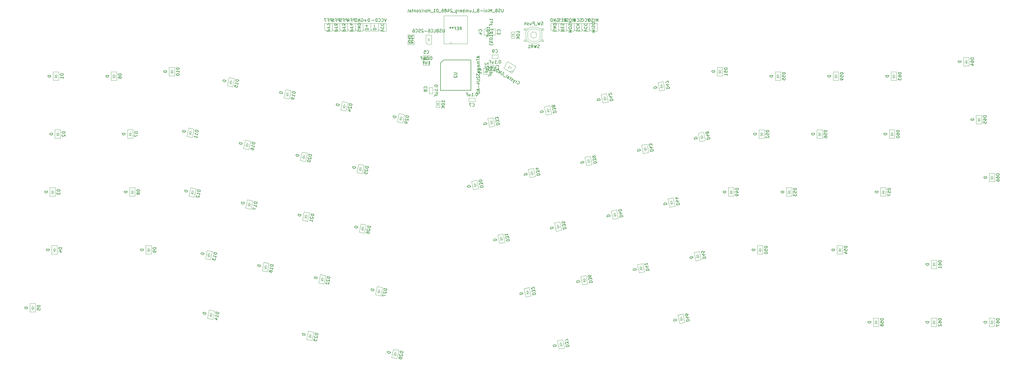
<source format=gbr>
G04 #@! TF.GenerationSoftware,KiCad,Pcbnew,(5.1.5)-3*
G04 #@! TF.CreationDate,2020-04-11T10:21:21+07:00*
G04 #@! TF.ProjectId,arisu,61726973-752e-46b6-9963-61645f706362,1.1*
G04 #@! TF.SameCoordinates,Original*
G04 #@! TF.FileFunction,Other,Fab,Bot*
%FSLAX46Y46*%
G04 Gerber Fmt 4.6, Leading zero omitted, Abs format (unit mm)*
G04 Created by KiCad (PCBNEW (5.1.5)-3) date 2020-04-11 10:21:21*
%MOMM*%
%LPD*%
G04 APERTURE LIST*
%ADD10C,0.100000*%
%ADD11C,0.150000*%
%ADD12C,0.075000*%
%ADD13C,0.105000*%
G04 APERTURE END LIST*
D10*
X173564000Y-31798000D02*
X173914000Y-31298000D01*
X171664000Y-31798000D02*
X179364000Y-31798000D01*
X171664000Y-31798000D02*
X171664000Y-22598000D01*
X171664000Y-22598000D02*
X179364000Y-22598000D01*
X179364000Y-22598000D02*
X179364000Y-31798000D01*
X173914000Y-31298000D02*
X174264000Y-31798000D01*
X185786000Y-39894000D02*
X184546000Y-39894000D01*
X185786000Y-41894000D02*
X185786000Y-39894000D01*
X184546000Y-41894000D02*
X185786000Y-41894000D01*
X184546000Y-39894000D02*
X184546000Y-41894000D01*
X186832000Y-40751000D02*
X188072000Y-40751000D01*
X186832000Y-38751000D02*
X186832000Y-40751000D01*
X188072000Y-38751000D02*
X186832000Y-38751000D01*
X188072000Y-40751000D02*
X188072000Y-38751000D01*
X187340000Y-28940000D02*
X188580000Y-28940000D01*
X187340000Y-26940000D02*
X187340000Y-28940000D01*
X188580000Y-26940000D02*
X187340000Y-26940000D01*
X188580000Y-28940000D02*
X188580000Y-26940000D01*
X184800000Y-28940000D02*
X186040000Y-28940000D01*
X184800000Y-26940000D02*
X184800000Y-28940000D01*
X186040000Y-26940000D02*
X184800000Y-26940000D01*
X186040000Y-28940000D02*
X186040000Y-26940000D01*
X166882000Y-36942000D02*
X166882000Y-35702000D01*
X164882000Y-36942000D02*
X166882000Y-36942000D01*
X164882000Y-35702000D02*
X164882000Y-36942000D01*
X166882000Y-35702000D02*
X164882000Y-35702000D01*
X166882000Y-38974000D02*
X166882000Y-37734000D01*
X164882000Y-38974000D02*
X166882000Y-38974000D01*
X164882000Y-37734000D02*
X164882000Y-38974000D01*
X166882000Y-37734000D02*
X164882000Y-37734000D01*
X179848000Y-49672000D02*
X179848000Y-50912000D01*
X181848000Y-49672000D02*
X179848000Y-49672000D01*
X181848000Y-50912000D02*
X181848000Y-49672000D01*
X179848000Y-50912000D02*
X181848000Y-50912000D01*
X166766000Y-48244000D02*
X168006000Y-48244000D01*
X166766000Y-46244000D02*
X166766000Y-48244000D01*
X168006000Y-46244000D02*
X166766000Y-46244000D01*
X168006000Y-48244000D02*
X168006000Y-46244000D01*
X187448000Y-35448000D02*
X187448000Y-36688000D01*
X189448000Y-35448000D02*
X187448000Y-35448000D01*
X189448000Y-36688000D02*
X189448000Y-35448000D01*
X187448000Y-36688000D02*
X189448000Y-36688000D01*
X44115000Y-42245000D02*
X44115000Y-41745000D01*
X43715000Y-42245000D02*
X44115000Y-42845000D01*
X44515000Y-42245000D02*
X43715000Y-42245000D01*
X44115000Y-42845000D02*
X44515000Y-42245000D01*
X44115000Y-42845000D02*
X43565000Y-42845000D01*
X44115000Y-42845000D02*
X44665000Y-42845000D01*
X44115000Y-43245000D02*
X44115000Y-42845000D01*
X43215000Y-43895000D02*
X45015000Y-43895000D01*
X43215000Y-41095000D02*
X43215000Y-43895000D01*
X45015000Y-41095000D02*
X43215000Y-41095000D01*
X45015000Y-43895000D02*
X45015000Y-41095000D01*
X44715000Y-61295000D02*
X44715000Y-60795000D01*
X44315000Y-61295000D02*
X44715000Y-61895000D01*
X45115000Y-61295000D02*
X44315000Y-61295000D01*
X44715000Y-61895000D02*
X45115000Y-61295000D01*
X44715000Y-61895000D02*
X44165000Y-61895000D01*
X44715000Y-61895000D02*
X45265000Y-61895000D01*
X44715000Y-62295000D02*
X44715000Y-61895000D01*
X43815000Y-62945000D02*
X45615000Y-62945000D01*
X43815000Y-60145000D02*
X43815000Y-62945000D01*
X45615000Y-60145000D02*
X43815000Y-60145000D01*
X45615000Y-62945000D02*
X45615000Y-60145000D01*
X43031250Y-80345000D02*
X43031250Y-79845000D01*
X42631250Y-80345000D02*
X43031250Y-80945000D01*
X43431250Y-80345000D02*
X42631250Y-80345000D01*
X43031250Y-80945000D02*
X43431250Y-80345000D01*
X43031250Y-80945000D02*
X42481250Y-80945000D01*
X43031250Y-80945000D02*
X43581250Y-80945000D01*
X43031250Y-81345000D02*
X43031250Y-80945000D01*
X42131250Y-81995000D02*
X43931250Y-81995000D01*
X42131250Y-79195000D02*
X42131250Y-81995000D01*
X43931250Y-79195000D02*
X42131250Y-79195000D01*
X43931250Y-81995000D02*
X43931250Y-79195000D01*
X43618750Y-99395000D02*
X43618750Y-98895000D01*
X43218750Y-99395000D02*
X43618750Y-99995000D01*
X44018750Y-99395000D02*
X43218750Y-99395000D01*
X43618750Y-99995000D02*
X44018750Y-99395000D01*
X43618750Y-99995000D02*
X43068750Y-99995000D01*
X43618750Y-99995000D02*
X44168750Y-99995000D01*
X43618750Y-100395000D02*
X43618750Y-99995000D01*
X42718750Y-101045000D02*
X44518750Y-101045000D01*
X42718750Y-98245000D02*
X42718750Y-101045000D01*
X44518750Y-98245000D02*
X42718750Y-98245000D01*
X44518750Y-101045000D02*
X44518750Y-98245000D01*
X36485000Y-118445000D02*
X36485000Y-117945000D01*
X36085000Y-118445000D02*
X36485000Y-119045000D01*
X36885000Y-118445000D02*
X36085000Y-118445000D01*
X36485000Y-119045000D02*
X36885000Y-118445000D01*
X36485000Y-119045000D02*
X35935000Y-119045000D01*
X36485000Y-119045000D02*
X37035000Y-119045000D01*
X36485000Y-119445000D02*
X36485000Y-119045000D01*
X35585000Y-120095000D02*
X37385000Y-120095000D01*
X35585000Y-117295000D02*
X35585000Y-120095000D01*
X37385000Y-117295000D02*
X35585000Y-117295000D01*
X37385000Y-120095000D02*
X37385000Y-117295000D01*
X63165000Y-42245000D02*
X63165000Y-41745000D01*
X62765000Y-42245000D02*
X63165000Y-42845000D01*
X63565000Y-42245000D02*
X62765000Y-42245000D01*
X63165000Y-42845000D02*
X63565000Y-42245000D01*
X63165000Y-42845000D02*
X62615000Y-42845000D01*
X63165000Y-42845000D02*
X63715000Y-42845000D01*
X63165000Y-43245000D02*
X63165000Y-42845000D01*
X62265000Y-43895000D02*
X64065000Y-43895000D01*
X62265000Y-41095000D02*
X62265000Y-43895000D01*
X64065000Y-41095000D02*
X62265000Y-41095000D01*
X64065000Y-43895000D02*
X64065000Y-41095000D01*
X68525000Y-61295000D02*
X68525000Y-60795000D01*
X68125000Y-61295000D02*
X68525000Y-61895000D01*
X68925000Y-61295000D02*
X68125000Y-61295000D01*
X68525000Y-61895000D02*
X68925000Y-61295000D01*
X68525000Y-61895000D02*
X67975000Y-61895000D01*
X68525000Y-61895000D02*
X69075000Y-61895000D01*
X68525000Y-62295000D02*
X68525000Y-61895000D01*
X67625000Y-62945000D02*
X69425000Y-62945000D01*
X67625000Y-60145000D02*
X67625000Y-62945000D01*
X69425000Y-60145000D02*
X67625000Y-60145000D01*
X69425000Y-62945000D02*
X69425000Y-60145000D01*
X69225000Y-80345000D02*
X69225000Y-79845000D01*
X68825000Y-80345000D02*
X69225000Y-80945000D01*
X69625000Y-80345000D02*
X68825000Y-80345000D01*
X69225000Y-80945000D02*
X69625000Y-80345000D01*
X69225000Y-80945000D02*
X68675000Y-80945000D01*
X69225000Y-80945000D02*
X69775000Y-80945000D01*
X69225000Y-81345000D02*
X69225000Y-80945000D01*
X68325000Y-81995000D02*
X70125000Y-81995000D01*
X68325000Y-79195000D02*
X68325000Y-81995000D01*
X70125000Y-79195000D02*
X68325000Y-79195000D01*
X70125000Y-81995000D02*
X70125000Y-79195000D01*
X74575000Y-99395000D02*
X74575000Y-98895000D01*
X74175000Y-99395000D02*
X74575000Y-99995000D01*
X74975000Y-99395000D02*
X74175000Y-99395000D01*
X74575000Y-99995000D02*
X74975000Y-99395000D01*
X74575000Y-99995000D02*
X74025000Y-99995000D01*
X74575000Y-99995000D02*
X75125000Y-99995000D01*
X74575000Y-100395000D02*
X74575000Y-99995000D01*
X73675000Y-101045000D02*
X75475000Y-101045000D01*
X73675000Y-98245000D02*
X73675000Y-101045000D01*
X75475000Y-98245000D02*
X73675000Y-98245000D01*
X75475000Y-101045000D02*
X75475000Y-98245000D01*
X82215000Y-40744615D02*
X82215000Y-40244615D01*
X81815000Y-40744615D02*
X82215000Y-41344615D01*
X82615000Y-40744615D02*
X81815000Y-40744615D01*
X82215000Y-41344615D02*
X82615000Y-40744615D01*
X82215000Y-41344615D02*
X81665000Y-41344615D01*
X82215000Y-41344615D02*
X82765000Y-41344615D01*
X82215000Y-41744615D02*
X82215000Y-41344615D01*
X81315000Y-42394615D02*
X83115000Y-42394615D01*
X81315000Y-39594615D02*
X81315000Y-42394615D01*
X83115000Y-39594615D02*
X81315000Y-39594615D01*
X83115000Y-42394615D02*
X83115000Y-39594615D01*
X88367829Y-60872087D02*
X88471785Y-60383013D01*
X87976570Y-60788922D02*
X88243082Y-61458976D01*
X88759088Y-60955252D02*
X87976570Y-60788922D01*
X88243082Y-61458976D02*
X88759088Y-60955252D01*
X88243082Y-61458976D02*
X87705101Y-61344624D01*
X88243082Y-61458976D02*
X88781063Y-61573327D01*
X88159917Y-61850235D02*
X88243082Y-61458976D01*
X87144442Y-62298910D02*
X88905107Y-62673151D01*
X87726595Y-59560097D02*
X87144442Y-62298910D01*
X89487260Y-59934338D02*
X87726595Y-59560097D01*
X88905107Y-62673151D02*
X89487260Y-59934338D01*
X89065496Y-80495980D02*
X89169452Y-80006906D01*
X88674237Y-80412815D02*
X88940749Y-81082869D01*
X89456755Y-80579145D02*
X88674237Y-80412815D01*
X88940749Y-81082869D02*
X89456755Y-80579145D01*
X88940749Y-81082869D02*
X88402768Y-80968517D01*
X88940749Y-81082869D02*
X89478730Y-81197220D01*
X88857584Y-81474128D02*
X88940749Y-81082869D01*
X87842109Y-81922803D02*
X89602774Y-82297044D01*
X88424262Y-79183990D02*
X87842109Y-81922803D01*
X90184927Y-79558231D02*
X88424262Y-79183990D01*
X89602774Y-82297044D02*
X90184927Y-79558231D01*
X94421578Y-101110049D02*
X94525534Y-100620975D01*
X94030319Y-101026884D02*
X94296831Y-101696938D01*
X94812837Y-101193214D02*
X94030319Y-101026884D01*
X94296831Y-101696938D02*
X94812837Y-101193214D01*
X94296831Y-101696938D02*
X93758850Y-101582586D01*
X94296831Y-101696938D02*
X94834812Y-101811289D01*
X94213666Y-102088197D02*
X94296831Y-101696938D01*
X93198191Y-102536872D02*
X94958856Y-102911113D01*
X93780344Y-99798059D02*
X93198191Y-102536872D01*
X95541009Y-100172300D02*
X93780344Y-99798059D01*
X94958856Y-102911113D02*
X95541009Y-100172300D01*
X95119279Y-120733937D02*
X95223235Y-120244863D01*
X94728020Y-120650772D02*
X94994532Y-121320826D01*
X95510538Y-120817102D02*
X94728020Y-120650772D01*
X94994532Y-121320826D02*
X95510538Y-120817102D01*
X94994532Y-121320826D02*
X94456551Y-121206474D01*
X94994532Y-121320826D02*
X95532513Y-121435177D01*
X94911367Y-121712085D02*
X94994532Y-121320826D01*
X93895892Y-122160760D02*
X95656557Y-122535001D01*
X94478045Y-119421947D02*
X93895892Y-122160760D01*
X96238710Y-119796188D02*
X94478045Y-119421947D01*
X95656557Y-122535001D02*
X96238710Y-119796188D01*
X101645487Y-44218744D02*
X101749443Y-43729670D01*
X101254228Y-44135579D02*
X101520740Y-44805633D01*
X102036746Y-44301909D02*
X101254228Y-44135579D01*
X101520740Y-44805633D02*
X102036746Y-44301909D01*
X101520740Y-44805633D02*
X100982759Y-44691281D01*
X101520740Y-44805633D02*
X102058721Y-44919984D01*
X101437575Y-45196892D02*
X101520740Y-44805633D01*
X100422100Y-45645567D02*
X102182765Y-46019808D01*
X101004253Y-42906754D02*
X100422100Y-45645567D01*
X102764918Y-43280995D02*
X101004253Y-42906754D01*
X102182765Y-46019808D02*
X102764918Y-43280995D01*
X107001539Y-64832813D02*
X107105495Y-64343739D01*
X106610280Y-64749648D02*
X106876792Y-65419702D01*
X107392798Y-64915978D02*
X106610280Y-64749648D01*
X106876792Y-65419702D02*
X107392798Y-64915978D01*
X106876792Y-65419702D02*
X106338811Y-65305350D01*
X106876792Y-65419702D02*
X107414773Y-65534053D01*
X106793627Y-65810961D02*
X106876792Y-65419702D01*
X105778152Y-66259636D02*
X107538817Y-66633877D01*
X106360305Y-63520823D02*
X105778152Y-66259636D01*
X108120970Y-63895064D02*
X106360305Y-63520823D01*
X107538817Y-66633877D02*
X108120970Y-63895064D01*
X107699206Y-84456707D02*
X107803162Y-83967633D01*
X107307947Y-84373542D02*
X107574459Y-85043596D01*
X108090465Y-84539872D02*
X107307947Y-84373542D01*
X107574459Y-85043596D02*
X108090465Y-84539872D01*
X107574459Y-85043596D02*
X107036478Y-84929244D01*
X107574459Y-85043596D02*
X108112440Y-85157947D01*
X107491294Y-85434855D02*
X107574459Y-85043596D01*
X106475819Y-85883530D02*
X108236484Y-86257771D01*
X107057972Y-83144717D02*
X106475819Y-85883530D01*
X108818637Y-83518958D02*
X107057972Y-83144717D01*
X108236484Y-86257771D02*
X108818637Y-83518958D01*
X113055288Y-105070775D02*
X113159244Y-104581701D01*
X112664029Y-104987610D02*
X112930541Y-105657664D01*
X113446547Y-105153940D02*
X112664029Y-104987610D01*
X112930541Y-105657664D02*
X113446547Y-105153940D01*
X112930541Y-105657664D02*
X112392560Y-105543312D01*
X112930541Y-105657664D02*
X113468522Y-105772015D01*
X112847376Y-106048923D02*
X112930541Y-105657664D01*
X111831901Y-106497598D02*
X113592566Y-106871839D01*
X112414054Y-103758785D02*
X111831901Y-106497598D01*
X114174719Y-104133026D02*
X112414054Y-103758785D01*
X113592566Y-106871839D02*
X114174719Y-104133026D01*
X120279198Y-48179462D02*
X120383154Y-47690388D01*
X119887939Y-48096297D02*
X120154451Y-48766351D01*
X120670457Y-48262627D02*
X119887939Y-48096297D01*
X120154451Y-48766351D02*
X120670457Y-48262627D01*
X120154451Y-48766351D02*
X119616470Y-48651999D01*
X120154451Y-48766351D02*
X120692432Y-48880702D01*
X120071286Y-49157610D02*
X120154451Y-48766351D01*
X119055811Y-49606285D02*
X120816476Y-49980526D01*
X119637964Y-46867472D02*
X119055811Y-49606285D01*
X121398629Y-47241713D02*
X119637964Y-46867472D01*
X120816476Y-49980526D02*
X121398629Y-47241713D01*
X125635249Y-68793540D02*
X125739205Y-68304466D01*
X125243990Y-68710375D02*
X125510502Y-69380429D01*
X126026508Y-68876705D02*
X125243990Y-68710375D01*
X125510502Y-69380429D02*
X126026508Y-68876705D01*
X125510502Y-69380429D02*
X124972521Y-69266077D01*
X125510502Y-69380429D02*
X126048483Y-69494780D01*
X125427337Y-69771688D02*
X125510502Y-69380429D01*
X124411862Y-70220363D02*
X126172527Y-70594604D01*
X124994015Y-67481550D02*
X124411862Y-70220363D01*
X126754680Y-67855791D02*
X124994015Y-67481550D01*
X126172527Y-70594604D02*
X126754680Y-67855791D01*
X126332916Y-88417434D02*
X126436872Y-87928360D01*
X125941657Y-88334269D02*
X126208169Y-89004323D01*
X126724175Y-88500599D02*
X125941657Y-88334269D01*
X126208169Y-89004323D02*
X126724175Y-88500599D01*
X126208169Y-89004323D02*
X125670188Y-88889971D01*
X126208169Y-89004323D02*
X126746150Y-89118674D01*
X126125004Y-89395582D02*
X126208169Y-89004323D01*
X125109529Y-89844257D02*
X126870194Y-90218498D01*
X125691682Y-87105444D02*
X125109529Y-89844257D01*
X127452347Y-87479685D02*
X125691682Y-87105444D01*
X126870194Y-90218498D02*
X127452347Y-87479685D01*
X131688997Y-109031502D02*
X131792953Y-108542428D01*
X131297738Y-108948337D02*
X131564250Y-109618391D01*
X132080256Y-109114667D02*
X131297738Y-108948337D01*
X131564250Y-109618391D02*
X132080256Y-109114667D01*
X131564250Y-109618391D02*
X131026269Y-109504039D01*
X131564250Y-109618391D02*
X132102231Y-109732742D01*
X131481085Y-110009650D02*
X131564250Y-109618391D01*
X130465610Y-110458325D02*
X132226275Y-110832566D01*
X131047763Y-107719512D02*
X130465610Y-110458325D01*
X132808428Y-108093753D02*
X131047763Y-107719512D01*
X132226275Y-110832566D02*
X132808428Y-108093753D01*
X127728271Y-127665212D02*
X127832227Y-127176138D01*
X127337012Y-127582047D02*
X127603524Y-128252101D01*
X128119530Y-127748377D02*
X127337012Y-127582047D01*
X127603524Y-128252101D02*
X128119530Y-127748377D01*
X127603524Y-128252101D02*
X127065543Y-128137749D01*
X127603524Y-128252101D02*
X128141505Y-128366452D01*
X127520359Y-128643360D02*
X127603524Y-128252101D01*
X126504884Y-129092035D02*
X128265549Y-129466276D01*
X127087037Y-126353222D02*
X126504884Y-129092035D01*
X128847702Y-126727463D02*
X127087037Y-126353222D01*
X128265549Y-129466276D02*
X128847702Y-126727463D01*
X138912910Y-52140180D02*
X139016866Y-51651106D01*
X138521651Y-52057015D02*
X138788163Y-52727069D01*
X139304169Y-52223345D02*
X138521651Y-52057015D01*
X138788163Y-52727069D02*
X139304169Y-52223345D01*
X138788163Y-52727069D02*
X138250182Y-52612717D01*
X138788163Y-52727069D02*
X139326144Y-52841420D01*
X138704998Y-53118328D02*
X138788163Y-52727069D01*
X137689523Y-53567003D02*
X139450188Y-53941244D01*
X138271676Y-50828190D02*
X137689523Y-53567003D01*
X140032341Y-51202431D02*
X138271676Y-50828190D01*
X139450188Y-53941244D02*
X140032341Y-51202431D01*
X144268959Y-72754267D02*
X144372915Y-72265193D01*
X143877700Y-72671102D02*
X144144212Y-73341156D01*
X144660218Y-72837432D02*
X143877700Y-72671102D01*
X144144212Y-73341156D02*
X144660218Y-72837432D01*
X144144212Y-73341156D02*
X143606231Y-73226804D01*
X144144212Y-73341156D02*
X144682193Y-73455507D01*
X144061047Y-73732415D02*
X144144212Y-73341156D01*
X143045572Y-74181090D02*
X144806237Y-74555331D01*
X143627725Y-71442277D02*
X143045572Y-74181090D01*
X145388390Y-71816518D02*
X143627725Y-71442277D01*
X144806237Y-74555331D02*
X145388390Y-71816518D01*
X144966626Y-92378161D02*
X145070582Y-91889087D01*
X144575367Y-92294996D02*
X144841879Y-92965050D01*
X145357885Y-92461326D02*
X144575367Y-92294996D01*
X144841879Y-92965050D02*
X145357885Y-92461326D01*
X144841879Y-92965050D02*
X144303898Y-92850698D01*
X144841879Y-92965050D02*
X145379860Y-93079401D01*
X144758714Y-93356309D02*
X144841879Y-92965050D01*
X143743239Y-93804984D02*
X145503904Y-94179225D01*
X144325392Y-91066171D02*
X143743239Y-93804984D01*
X146086057Y-91440412D02*
X144325392Y-91066171D01*
X145503904Y-94179225D02*
X146086057Y-91440412D01*
X150322707Y-112992229D02*
X150426663Y-112503155D01*
X149931448Y-112909064D02*
X150197960Y-113579118D01*
X150713966Y-113075394D02*
X149931448Y-112909064D01*
X150197960Y-113579118D02*
X150713966Y-113075394D01*
X150197960Y-113579118D02*
X149659979Y-113464766D01*
X150197960Y-113579118D02*
X150735941Y-113693469D01*
X150114795Y-113970377D02*
X150197960Y-113579118D01*
X149099320Y-114419052D02*
X150859985Y-114793293D01*
X149681473Y-111680239D02*
X149099320Y-114419052D01*
X151442138Y-112054480D02*
X149681473Y-111680239D01*
X150859985Y-114793293D02*
X151442138Y-112054480D01*
X155678844Y-133606258D02*
X155782800Y-133117184D01*
X155287585Y-133523093D02*
X155554097Y-134193147D01*
X156070103Y-133689423D02*
X155287585Y-133523093D01*
X155554097Y-134193147D02*
X156070103Y-133689423D01*
X155554097Y-134193147D02*
X155016116Y-134078795D01*
X155554097Y-134193147D02*
X156092078Y-134307498D01*
X155470932Y-134584406D02*
X155554097Y-134193147D01*
X154455457Y-135033081D02*
X156216122Y-135407322D01*
X155037610Y-132294268D02*
X154455457Y-135033081D01*
X156798275Y-132668509D02*
X155037610Y-132294268D01*
X156216122Y-135407322D02*
X156798275Y-132668509D01*
X157546622Y-56100897D02*
X157650578Y-55611823D01*
X157155363Y-56017732D02*
X157421875Y-56687786D01*
X157937881Y-56184062D02*
X157155363Y-56017732D01*
X157421875Y-56687786D02*
X157937881Y-56184062D01*
X157421875Y-56687786D02*
X156883894Y-56573434D01*
X157421875Y-56687786D02*
X157959856Y-56802137D01*
X157338710Y-57079045D02*
X157421875Y-56687786D01*
X156323235Y-57527720D02*
X158083900Y-57901961D01*
X156905388Y-54788907D02*
X156323235Y-57527720D01*
X158666053Y-55163148D02*
X156905388Y-54788907D01*
X158083900Y-57901961D02*
X158666053Y-55163148D01*
X181811445Y-78054990D02*
X181707489Y-77565916D01*
X181420186Y-78138155D02*
X181936192Y-78641879D01*
X182202704Y-77971825D02*
X181420186Y-78138155D01*
X181936192Y-78641879D02*
X182202704Y-77971825D01*
X181936192Y-78641879D02*
X181398211Y-78756230D01*
X181936192Y-78641879D02*
X182474173Y-78527527D01*
X182019357Y-79033138D02*
X181936192Y-78641879D01*
X181274167Y-79856054D02*
X183034832Y-79481813D01*
X180692014Y-77117241D02*
X181274167Y-79856054D01*
X182452679Y-76743000D02*
X180692014Y-77117241D01*
X183034832Y-79481813D02*
X182452679Y-76743000D01*
X190430566Y-95698542D02*
X190326610Y-95209468D01*
X190039307Y-95781707D02*
X190555313Y-96285431D01*
X190821825Y-95615377D02*
X190039307Y-95781707D01*
X190555313Y-96285431D02*
X190821825Y-95615377D01*
X190555313Y-96285431D02*
X190017332Y-96399782D01*
X190555313Y-96285431D02*
X191093294Y-96171079D01*
X190638478Y-96676690D02*
X190555313Y-96285431D01*
X189893288Y-97499606D02*
X191653953Y-97125365D01*
X189311135Y-94760793D02*
X189893288Y-97499606D01*
X191071800Y-94386552D02*
X189311135Y-94760793D01*
X191653953Y-97125365D02*
X191071800Y-94386552D01*
X199049687Y-113342094D02*
X198945731Y-112853020D01*
X198658428Y-113425259D02*
X199174434Y-113928983D01*
X199440946Y-113258929D02*
X198658428Y-113425259D01*
X199174434Y-113928983D02*
X199440946Y-113258929D01*
X199174434Y-113928983D02*
X198636453Y-114043334D01*
X199174434Y-113928983D02*
X199712415Y-113814631D01*
X199257599Y-114320242D02*
X199174434Y-113928983D01*
X198512409Y-115143158D02*
X200273074Y-114768917D01*
X197930256Y-112404345D02*
X198512409Y-115143158D01*
X199690921Y-112030104D02*
X197930256Y-112404345D01*
X200273074Y-114768917D02*
X199690921Y-112030104D01*
X187167672Y-57440891D02*
X187063716Y-56951817D01*
X186776413Y-57524056D02*
X187292419Y-58027780D01*
X187558931Y-57357726D02*
X186776413Y-57524056D01*
X187292419Y-58027780D02*
X187558931Y-57357726D01*
X187292419Y-58027780D02*
X186754438Y-58142131D01*
X187292419Y-58027780D02*
X187830400Y-57913428D01*
X187375584Y-58419039D02*
X187292419Y-58027780D01*
X186630394Y-59241955D02*
X188391059Y-58867714D01*
X186048241Y-56503142D02*
X186630394Y-59241955D01*
X187808906Y-56128901D02*
X186048241Y-56503142D01*
X188391059Y-58867714D02*
X187808906Y-56128901D01*
X200445156Y-74094272D02*
X200341200Y-73605198D01*
X200053897Y-74177437D02*
X200569903Y-74681161D01*
X200836415Y-74011107D02*
X200053897Y-74177437D01*
X200569903Y-74681161D02*
X200836415Y-74011107D01*
X200569903Y-74681161D02*
X200031922Y-74795512D01*
X200569903Y-74681161D02*
X201107884Y-74566809D01*
X200653068Y-75072420D02*
X200569903Y-74681161D01*
X199907878Y-75895336D02*
X201668543Y-75521095D01*
X199325725Y-73156523D02*
X199907878Y-75895336D01*
X201086390Y-72782282D02*
X199325725Y-73156523D01*
X201668543Y-75521095D02*
X201086390Y-72782282D01*
X209064277Y-91737824D02*
X208960321Y-91248750D01*
X208673018Y-91820989D02*
X209189024Y-92324713D01*
X209455536Y-91654659D02*
X208673018Y-91820989D01*
X209189024Y-92324713D02*
X209455536Y-91654659D01*
X209189024Y-92324713D02*
X208651043Y-92439064D01*
X209189024Y-92324713D02*
X209727005Y-92210361D01*
X209272189Y-92715972D02*
X209189024Y-92324713D01*
X208526999Y-93538888D02*
X210287664Y-93164647D01*
X207944846Y-90800075D02*
X208526999Y-93538888D01*
X209705511Y-90425834D02*
X207944846Y-90800075D01*
X210287664Y-93164647D02*
X209705511Y-90425834D01*
X217683399Y-109381376D02*
X217579443Y-108892302D01*
X217292140Y-109464541D02*
X217808146Y-109968265D01*
X218074658Y-109298211D02*
X217292140Y-109464541D01*
X217808146Y-109968265D02*
X218074658Y-109298211D01*
X217808146Y-109968265D02*
X217270165Y-110082616D01*
X217808146Y-109968265D02*
X218346127Y-109853913D01*
X217891311Y-110359524D02*
X217808146Y-109968265D01*
X217146121Y-111182440D02*
X218906786Y-110808199D01*
X216563968Y-108443627D02*
X217146121Y-111182440D01*
X218324633Y-108069386D02*
X216563968Y-108443627D01*
X218906786Y-110808199D02*
X218324633Y-108069386D01*
X209998088Y-130490501D02*
X209894132Y-130001427D01*
X209606829Y-130573666D02*
X210122835Y-131077390D01*
X210389347Y-130407336D02*
X209606829Y-130573666D01*
X210122835Y-131077390D02*
X210389347Y-130407336D01*
X210122835Y-131077390D02*
X209584854Y-131191741D01*
X210122835Y-131077390D02*
X210660816Y-130963038D01*
X210206000Y-131468649D02*
X210122835Y-131077390D01*
X209460810Y-132291565D02*
X211221475Y-131917324D01*
X208878657Y-129552752D02*
X209460810Y-132291565D01*
X210639322Y-129178511D02*
X208878657Y-129552752D01*
X211221475Y-131917324D02*
X210639322Y-129178511D01*
X205801384Y-53480173D02*
X205697428Y-52991099D01*
X205410125Y-53563338D02*
X205926131Y-54067062D01*
X206192643Y-53397008D02*
X205410125Y-53563338D01*
X205926131Y-54067062D02*
X206192643Y-53397008D01*
X205926131Y-54067062D02*
X205388150Y-54181413D01*
X205926131Y-54067062D02*
X206464112Y-53952710D01*
X206009296Y-54458321D02*
X205926131Y-54067062D01*
X205264106Y-55281237D02*
X207024771Y-54906996D01*
X204681953Y-52542424D02*
X205264106Y-55281237D01*
X206442618Y-52168183D02*
X204681953Y-52542424D01*
X207024771Y-54906996D02*
X206442618Y-52168183D01*
X219078868Y-70133555D02*
X218974912Y-69644481D01*
X218687609Y-70216720D02*
X219203615Y-70720444D01*
X219470127Y-70050390D02*
X218687609Y-70216720D01*
X219203615Y-70720444D02*
X219470127Y-70050390D01*
X219203615Y-70720444D02*
X218665634Y-70834795D01*
X219203615Y-70720444D02*
X219741596Y-70606092D01*
X219286780Y-71111703D02*
X219203615Y-70720444D01*
X218541590Y-71934619D02*
X220302255Y-71560378D01*
X217959437Y-69195806D02*
X218541590Y-71934619D01*
X219720102Y-68821565D02*
X217959437Y-69195806D01*
X220302255Y-71560378D02*
X219720102Y-68821565D01*
X227697989Y-87777107D02*
X227594033Y-87288033D01*
X227306730Y-87860272D02*
X227822736Y-88363996D01*
X228089248Y-87693942D02*
X227306730Y-87860272D01*
X227822736Y-88363996D02*
X228089248Y-87693942D01*
X227822736Y-88363996D02*
X227284755Y-88478347D01*
X227822736Y-88363996D02*
X228360717Y-88249644D01*
X227905901Y-88755255D02*
X227822736Y-88363996D01*
X227160711Y-89578171D02*
X228921376Y-89203930D01*
X226578558Y-86839358D02*
X227160711Y-89578171D01*
X228339223Y-86465117D02*
X226578558Y-86839358D01*
X228921376Y-89203930D02*
X228339223Y-86465117D01*
X236317110Y-105420659D02*
X236213154Y-104931585D01*
X235925851Y-105503824D02*
X236441857Y-106007548D01*
X236708369Y-105337494D02*
X235925851Y-105503824D01*
X236441857Y-106007548D02*
X236708369Y-105337494D01*
X236441857Y-106007548D02*
X235903876Y-106121899D01*
X236441857Y-106007548D02*
X236979838Y-105893196D01*
X236525022Y-106398807D02*
X236441857Y-106007548D01*
X235779832Y-107221723D02*
X237540497Y-106847482D01*
X235197679Y-104482910D02*
X235779832Y-107221723D01*
X236958344Y-104108669D02*
X235197679Y-104482910D01*
X237540497Y-106847482D02*
X236958344Y-104108669D01*
X224435096Y-49519456D02*
X224331140Y-49030382D01*
X224043837Y-49602621D02*
X224559843Y-50106345D01*
X224826355Y-49436291D02*
X224043837Y-49602621D01*
X224559843Y-50106345D02*
X224826355Y-49436291D01*
X224559843Y-50106345D02*
X224021862Y-50220696D01*
X224559843Y-50106345D02*
X225097824Y-49991993D01*
X224643008Y-50497604D02*
X224559843Y-50106345D01*
X223897818Y-51320520D02*
X225658483Y-50946279D01*
X223315665Y-48581707D02*
X223897818Y-51320520D01*
X225076330Y-48207466D02*
X223315665Y-48581707D01*
X225658483Y-50946279D02*
X225076330Y-48207466D01*
X237712580Y-66172837D02*
X237608624Y-65683763D01*
X237321321Y-66256002D02*
X237837327Y-66759726D01*
X238103839Y-66089672D02*
X237321321Y-66256002D01*
X237837327Y-66759726D02*
X238103839Y-66089672D01*
X237837327Y-66759726D02*
X237299346Y-66874077D01*
X237837327Y-66759726D02*
X238375308Y-66645374D01*
X237920492Y-67150985D02*
X237837327Y-66759726D01*
X237175302Y-67973901D02*
X238935967Y-67599660D01*
X236593149Y-65235088D02*
X237175302Y-67973901D01*
X238353814Y-64860847D02*
X236593149Y-65235088D01*
X238935967Y-67599660D02*
X238353814Y-64860847D01*
X246331701Y-83816389D02*
X246227745Y-83327315D01*
X245940442Y-83899554D02*
X246456448Y-84403278D01*
X246722960Y-83733224D02*
X245940442Y-83899554D01*
X246456448Y-84403278D02*
X246722960Y-83733224D01*
X246456448Y-84403278D02*
X245918467Y-84517629D01*
X246456448Y-84403278D02*
X246994429Y-84288926D01*
X246539613Y-84794537D02*
X246456448Y-84403278D01*
X245794423Y-85617453D02*
X247555088Y-85243212D01*
X245212270Y-82878640D02*
X245794423Y-85617453D01*
X246972935Y-82504399D02*
X245212270Y-82878640D01*
X247555088Y-85243212D02*
X246972935Y-82504399D01*
X254950822Y-101459941D02*
X254846866Y-100970867D01*
X254559563Y-101543106D02*
X255075569Y-102046830D01*
X255342081Y-101376776D02*
X254559563Y-101543106D01*
X255075569Y-102046830D02*
X255342081Y-101376776D01*
X255075569Y-102046830D02*
X254537588Y-102161181D01*
X255075569Y-102046830D02*
X255613550Y-101932478D01*
X255158734Y-102438089D02*
X255075569Y-102046830D01*
X254413544Y-103261005D02*
X256174209Y-102886764D01*
X253831391Y-100522192D02*
X254413544Y-103261005D01*
X255592056Y-100147951D02*
X253831391Y-100522192D01*
X256174209Y-102886764D02*
X255592056Y-100147951D01*
X249594724Y-122073989D02*
X249490768Y-121584915D01*
X249203465Y-122157154D02*
X249719471Y-122660878D01*
X249985983Y-121990824D02*
X249203465Y-122157154D01*
X249719471Y-122660878D02*
X249985983Y-121990824D01*
X249719471Y-122660878D02*
X249181490Y-122775229D01*
X249719471Y-122660878D02*
X250257452Y-122546526D01*
X249802636Y-123052137D02*
X249719471Y-122660878D01*
X249057446Y-123875053D02*
X250818111Y-123500812D01*
X248475293Y-121136240D02*
X249057446Y-123875053D01*
X250235958Y-120761999D02*
X248475293Y-121136240D01*
X250818111Y-123500812D02*
X250235958Y-120761999D01*
X243068807Y-45558738D02*
X242964851Y-45069664D01*
X242677548Y-45641903D02*
X243193554Y-46145627D01*
X243460066Y-45475573D02*
X242677548Y-45641903D01*
X243193554Y-46145627D02*
X243460066Y-45475573D01*
X243193554Y-46145627D02*
X242655573Y-46259978D01*
X243193554Y-46145627D02*
X243731535Y-46031275D01*
X243276719Y-46536886D02*
X243193554Y-46145627D01*
X242531529Y-47359802D02*
X244292194Y-46985561D01*
X241949376Y-44620989D02*
X242531529Y-47359802D01*
X243710041Y-44246748D02*
X241949376Y-44620989D01*
X244292194Y-46985561D02*
X243710041Y-44246748D01*
X256346292Y-62212119D02*
X256242336Y-61723045D01*
X255955033Y-62295284D02*
X256471039Y-62799008D01*
X256737551Y-62128954D02*
X255955033Y-62295284D01*
X256471039Y-62799008D02*
X256737551Y-62128954D01*
X256471039Y-62799008D02*
X255933058Y-62913359D01*
X256471039Y-62799008D02*
X257009020Y-62684656D01*
X256554204Y-63190267D02*
X256471039Y-62799008D01*
X255809014Y-64013183D02*
X257569679Y-63638942D01*
X255226861Y-61274370D02*
X255809014Y-64013183D01*
X256987526Y-60900129D02*
X255226861Y-61274370D01*
X257569679Y-63638942D02*
X256987526Y-60900129D01*
X266025000Y-80345000D02*
X266025000Y-79845000D01*
X265625000Y-80345000D02*
X266025000Y-80945000D01*
X266425000Y-80345000D02*
X265625000Y-80345000D01*
X266025000Y-80945000D02*
X266425000Y-80345000D01*
X266025000Y-80945000D02*
X265475000Y-80945000D01*
X266025000Y-80945000D02*
X266575000Y-80945000D01*
X266025000Y-81345000D02*
X266025000Y-80945000D01*
X265125000Y-81995000D02*
X266925000Y-81995000D01*
X265125000Y-79195000D02*
X265125000Y-81995000D01*
X266925000Y-79195000D02*
X265125000Y-79195000D01*
X266925000Y-81995000D02*
X266925000Y-79195000D01*
X275550019Y-99394998D02*
X275550019Y-98894998D01*
X275150019Y-99394998D02*
X275550019Y-99994998D01*
X275950019Y-99394998D02*
X275150019Y-99394998D01*
X275550019Y-99994998D02*
X275950019Y-99394998D01*
X275550019Y-99994998D02*
X275000019Y-99994998D01*
X275550019Y-99994998D02*
X276100019Y-99994998D01*
X275550019Y-100394998D02*
X275550019Y-99994998D01*
X274650019Y-101044998D02*
X276450019Y-101044998D01*
X274650019Y-98244998D02*
X274650019Y-101044998D01*
X276450019Y-98244998D02*
X274650019Y-98244998D01*
X276450019Y-101044998D02*
X276450019Y-98244998D01*
X262345000Y-40744615D02*
X262345000Y-40244615D01*
X261945000Y-40744615D02*
X262345000Y-41344615D01*
X262745000Y-40744615D02*
X261945000Y-40744615D01*
X262345000Y-41344615D02*
X262745000Y-40744615D01*
X262345000Y-41344615D02*
X261795000Y-41344615D01*
X262345000Y-41344615D02*
X262895000Y-41344615D01*
X262345000Y-41744615D02*
X262345000Y-41344615D01*
X261445000Y-42394615D02*
X263245000Y-42394615D01*
X261445000Y-39594615D02*
X261445000Y-42394615D01*
X263245000Y-39594615D02*
X261445000Y-39594615D01*
X263245000Y-42394615D02*
X263245000Y-39594615D01*
X276035000Y-61295000D02*
X276035000Y-60795000D01*
X275635000Y-61295000D02*
X276035000Y-61895000D01*
X276435000Y-61295000D02*
X275635000Y-61295000D01*
X276035000Y-61895000D02*
X276435000Y-61295000D01*
X276035000Y-61895000D02*
X275485000Y-61895000D01*
X276035000Y-61895000D02*
X276585000Y-61895000D01*
X276035000Y-62295000D02*
X276035000Y-61895000D01*
X275135000Y-62945000D02*
X276935000Y-62945000D01*
X275135000Y-60145000D02*
X275135000Y-62945000D01*
X276935000Y-60145000D02*
X275135000Y-60145000D01*
X276935000Y-62945000D02*
X276935000Y-60145000D01*
X285075000Y-80345000D02*
X285075000Y-79845000D01*
X284675000Y-80345000D02*
X285075000Y-80945000D01*
X285475000Y-80345000D02*
X284675000Y-80345000D01*
X285075000Y-80945000D02*
X285475000Y-80345000D01*
X285075000Y-80945000D02*
X284525000Y-80945000D01*
X285075000Y-80945000D02*
X285625000Y-80945000D01*
X285075000Y-81345000D02*
X285075000Y-80945000D01*
X284175000Y-81995000D02*
X285975000Y-81995000D01*
X284175000Y-79195000D02*
X284175000Y-81995000D01*
X285975000Y-79195000D02*
X284175000Y-79195000D01*
X285975000Y-81995000D02*
X285975000Y-79195000D01*
X301743769Y-99394998D02*
X301743769Y-98894998D01*
X301343769Y-99394998D02*
X301743769Y-99994998D01*
X302143769Y-99394998D02*
X301343769Y-99394998D01*
X301743769Y-99994998D02*
X302143769Y-99394998D01*
X301743769Y-99994998D02*
X301193769Y-99994998D01*
X301743769Y-99994998D02*
X302293769Y-99994998D01*
X301743769Y-100394998D02*
X301743769Y-99994998D01*
X300843769Y-101044998D02*
X302643769Y-101044998D01*
X300843769Y-98244998D02*
X300843769Y-101044998D01*
X302643769Y-98244998D02*
X300843769Y-98244998D01*
X302643769Y-101044998D02*
X302643769Y-98244998D01*
X281395000Y-42245000D02*
X281395000Y-41745000D01*
X280995000Y-42245000D02*
X281395000Y-42845000D01*
X281795000Y-42245000D02*
X280995000Y-42245000D01*
X281395000Y-42845000D02*
X281795000Y-42245000D01*
X281395000Y-42845000D02*
X280845000Y-42845000D01*
X281395000Y-42845000D02*
X281945000Y-42845000D01*
X281395000Y-43245000D02*
X281395000Y-42845000D01*
X280495000Y-43895000D02*
X282295000Y-43895000D01*
X280495000Y-41095000D02*
X280495000Y-43895000D01*
X282295000Y-41095000D02*
X280495000Y-41095000D01*
X282295000Y-43895000D02*
X282295000Y-41095000D01*
X295085000Y-61295000D02*
X295085000Y-60795000D01*
X294685000Y-61295000D02*
X295085000Y-61895000D01*
X295485000Y-61295000D02*
X294685000Y-61295000D01*
X295085000Y-61895000D02*
X295485000Y-61295000D01*
X295085000Y-61895000D02*
X294535000Y-61895000D01*
X295085000Y-61895000D02*
X295635000Y-61895000D01*
X295085000Y-62295000D02*
X295085000Y-61895000D01*
X294185000Y-62945000D02*
X295985000Y-62945000D01*
X294185000Y-60145000D02*
X294185000Y-62945000D01*
X295985000Y-60145000D02*
X294185000Y-60145000D01*
X295985000Y-62945000D02*
X295985000Y-60145000D01*
X316031250Y-80345000D02*
X316031250Y-79845000D01*
X315631250Y-80345000D02*
X316031250Y-80945000D01*
X316431250Y-80345000D02*
X315631250Y-80345000D01*
X316031250Y-80945000D02*
X316431250Y-80345000D01*
X316031250Y-80945000D02*
X315481250Y-80945000D01*
X316031250Y-80945000D02*
X316581250Y-80945000D01*
X316031250Y-81345000D02*
X316031250Y-80945000D01*
X315131250Y-81995000D02*
X316931250Y-81995000D01*
X315131250Y-79195000D02*
X315131250Y-81995000D01*
X316931250Y-79195000D02*
X315131250Y-79195000D01*
X316931250Y-81995000D02*
X316931250Y-79195000D01*
X313649949Y-123207503D02*
X313649949Y-122707503D01*
X313249949Y-123207503D02*
X313649949Y-123807503D01*
X314049949Y-123207503D02*
X313249949Y-123207503D01*
X313649949Y-123807503D02*
X314049949Y-123207503D01*
X313649949Y-123807503D02*
X313099949Y-123807503D01*
X313649949Y-123807503D02*
X314199949Y-123807503D01*
X313649949Y-124207503D02*
X313649949Y-123807503D01*
X312749949Y-124857503D02*
X314549949Y-124857503D01*
X312749949Y-122057503D02*
X312749949Y-124857503D01*
X314549949Y-122057503D02*
X312749949Y-122057503D01*
X314549949Y-124857503D02*
X314549949Y-122057503D01*
X300445000Y-42245000D02*
X300445000Y-41745000D01*
X300045000Y-42245000D02*
X300445000Y-42845000D01*
X300845000Y-42245000D02*
X300045000Y-42245000D01*
X300445000Y-42845000D02*
X300845000Y-42245000D01*
X300445000Y-42845000D02*
X299895000Y-42845000D01*
X300445000Y-42845000D02*
X300995000Y-42845000D01*
X300445000Y-43245000D02*
X300445000Y-42845000D01*
X299545000Y-43895000D02*
X301345000Y-43895000D01*
X299545000Y-41095000D02*
X299545000Y-43895000D01*
X301345000Y-41095000D02*
X299545000Y-41095000D01*
X301345000Y-43895000D02*
X301345000Y-41095000D01*
X318905000Y-61295000D02*
X318905000Y-60795000D01*
X318505000Y-61295000D02*
X318905000Y-61895000D01*
X319305000Y-61295000D02*
X318505000Y-61295000D01*
X318905000Y-61895000D02*
X319305000Y-61295000D01*
X318905000Y-61895000D02*
X318355000Y-61895000D01*
X318905000Y-61895000D02*
X319455000Y-61895000D01*
X318905000Y-62295000D02*
X318905000Y-61895000D01*
X318005000Y-62945000D02*
X319805000Y-62945000D01*
X318005000Y-60145000D02*
X318005000Y-62945000D01*
X319805000Y-60145000D02*
X318005000Y-60145000D01*
X319805000Y-62945000D02*
X319805000Y-60145000D01*
X332699949Y-104157503D02*
X332699949Y-103657503D01*
X332299949Y-104157503D02*
X332699949Y-104757503D01*
X333099949Y-104157503D02*
X332299949Y-104157503D01*
X332699949Y-104757503D02*
X333099949Y-104157503D01*
X332699949Y-104757503D02*
X332149949Y-104757503D01*
X332699949Y-104757503D02*
X333249949Y-104757503D01*
X332699949Y-105157503D02*
X332699949Y-104757503D01*
X331799949Y-105807503D02*
X333599949Y-105807503D01*
X331799949Y-103007503D02*
X331799949Y-105807503D01*
X333599949Y-103007503D02*
X331799949Y-103007503D01*
X333599949Y-105807503D02*
X333599949Y-103007503D01*
X332699949Y-123207503D02*
X332699949Y-122707503D01*
X332299949Y-123207503D02*
X332699949Y-123807503D01*
X333099949Y-123207503D02*
X332299949Y-123207503D01*
X332699949Y-123807503D02*
X333099949Y-123207503D01*
X332699949Y-123807503D02*
X332149949Y-123807503D01*
X332699949Y-123807503D02*
X333249949Y-123807503D01*
X332699949Y-124207503D02*
X332699949Y-123807503D01*
X331799949Y-124857503D02*
X333599949Y-124857503D01*
X331799949Y-122057503D02*
X331799949Y-124857503D01*
X333599949Y-122057503D02*
X331799949Y-122057503D01*
X333599949Y-124857503D02*
X333599949Y-122057503D01*
X319495000Y-42245000D02*
X319495000Y-41745000D01*
X319095000Y-42245000D02*
X319495000Y-42845000D01*
X319895000Y-42245000D02*
X319095000Y-42245000D01*
X319495000Y-42845000D02*
X319895000Y-42245000D01*
X319495000Y-42845000D02*
X318945000Y-42845000D01*
X319495000Y-42845000D02*
X320045000Y-42845000D01*
X319495000Y-43245000D02*
X319495000Y-42845000D01*
X318595000Y-43895000D02*
X320395000Y-43895000D01*
X318595000Y-41095000D02*
X318595000Y-43895000D01*
X320395000Y-41095000D02*
X318595000Y-41095000D01*
X320395000Y-43895000D02*
X320395000Y-41095000D01*
X343307542Y-37482509D02*
X343307542Y-36982509D01*
X342907542Y-37482509D02*
X343307542Y-38082509D01*
X343707542Y-37482509D02*
X342907542Y-37482509D01*
X343307542Y-38082509D02*
X343707542Y-37482509D01*
X343307542Y-38082509D02*
X342757542Y-38082509D01*
X343307542Y-38082509D02*
X343857542Y-38082509D01*
X343307542Y-38482509D02*
X343307542Y-38082509D01*
X342407542Y-39132509D02*
X344207542Y-39132509D01*
X342407542Y-36332509D02*
X342407542Y-39132509D01*
X344207542Y-36332509D02*
X342407542Y-36332509D01*
X344207542Y-39132509D02*
X344207542Y-36332509D01*
X347480000Y-56532516D02*
X347480000Y-56032516D01*
X347080000Y-56532516D02*
X347480000Y-57132516D01*
X347880000Y-56532516D02*
X347080000Y-56532516D01*
X347480000Y-57132516D02*
X347880000Y-56532516D01*
X347480000Y-57132516D02*
X346930000Y-57132516D01*
X347480000Y-57132516D02*
X348030000Y-57132516D01*
X347480000Y-57532516D02*
X347480000Y-57132516D01*
X346580000Y-58182516D02*
X348380000Y-58182516D01*
X346580000Y-55382516D02*
X346580000Y-58182516D01*
X348380000Y-55382516D02*
X346580000Y-55382516D01*
X348380000Y-58182516D02*
X348380000Y-55382516D01*
X351749949Y-75582519D02*
X351749949Y-75082519D01*
X351349949Y-75582519D02*
X351749949Y-76182519D01*
X352149949Y-75582519D02*
X351349949Y-75582519D01*
X351749949Y-76182519D02*
X352149949Y-75582519D01*
X351749949Y-76182519D02*
X351199949Y-76182519D01*
X351749949Y-76182519D02*
X352299949Y-76182519D01*
X351749949Y-76582519D02*
X351749949Y-76182519D01*
X350849949Y-77232519D02*
X352649949Y-77232519D01*
X350849949Y-74432519D02*
X350849949Y-77232519D01*
X352649949Y-74432519D02*
X350849949Y-74432519D01*
X352649949Y-77232519D02*
X352649949Y-74432519D01*
X351749949Y-123207503D02*
X351749949Y-122707503D01*
X351349949Y-123207503D02*
X351749949Y-123807503D01*
X352149949Y-123207503D02*
X351349949Y-123207503D01*
X351749949Y-123807503D02*
X352149949Y-123207503D01*
X351749949Y-123807503D02*
X351199949Y-123807503D01*
X351749949Y-123807503D02*
X352299949Y-123807503D01*
X351749949Y-124207503D02*
X351749949Y-123807503D01*
X350849949Y-124857503D02*
X352649949Y-124857503D01*
X350849949Y-122057503D02*
X350849949Y-124857503D01*
X352649949Y-122057503D02*
X350849949Y-122057503D01*
X352649949Y-124857503D02*
X352649949Y-122057503D01*
X220091000Y-27686000D02*
X221996000Y-27686000D01*
X221996000Y-27686000D02*
X221996000Y-25146000D01*
X221996000Y-25146000D02*
X219456000Y-25146000D01*
X219456000Y-25146000D02*
X219456000Y-27051000D01*
X219456000Y-27051000D02*
X220091000Y-27686000D01*
X217551000Y-27686000D02*
X219456000Y-27686000D01*
X219456000Y-27686000D02*
X219456000Y-25146000D01*
X219456000Y-25146000D02*
X216916000Y-25146000D01*
X216916000Y-25146000D02*
X216916000Y-27051000D01*
X216916000Y-27051000D02*
X217551000Y-27686000D01*
X215011000Y-27686000D02*
X216916000Y-27686000D01*
X216916000Y-27686000D02*
X216916000Y-25146000D01*
X216916000Y-25146000D02*
X214376000Y-25146000D01*
X214376000Y-25146000D02*
X214376000Y-27051000D01*
X214376000Y-27051000D02*
X215011000Y-27686000D01*
X212471000Y-27686000D02*
X214376000Y-27686000D01*
X214376000Y-27686000D02*
X214376000Y-25146000D01*
X214376000Y-25146000D02*
X211836000Y-25146000D01*
X211836000Y-25146000D02*
X211836000Y-27051000D01*
X211836000Y-27051000D02*
X212471000Y-27686000D01*
X209931000Y-27686000D02*
X211836000Y-27686000D01*
X211836000Y-27686000D02*
X211836000Y-25146000D01*
X211836000Y-25146000D02*
X209296000Y-25146000D01*
X209296000Y-25146000D02*
X209296000Y-27051000D01*
X209296000Y-27051000D02*
X209931000Y-27686000D01*
X207391000Y-27686000D02*
X209296000Y-27686000D01*
X209296000Y-27686000D02*
X209296000Y-25146000D01*
X209296000Y-25146000D02*
X206756000Y-25146000D01*
X206756000Y-25146000D02*
X206756000Y-27051000D01*
X206756000Y-27051000D02*
X207391000Y-27686000D01*
X140589000Y-27686000D02*
X142494000Y-27686000D01*
X142494000Y-27686000D02*
X142494000Y-25146000D01*
X142494000Y-25146000D02*
X139954000Y-25146000D01*
X139954000Y-25146000D02*
X139954000Y-27051000D01*
X139954000Y-27051000D02*
X140589000Y-27686000D01*
X138049000Y-27686000D02*
X139954000Y-27686000D01*
X139954000Y-27686000D02*
X139954000Y-25146000D01*
X139954000Y-25146000D02*
X137414000Y-25146000D01*
X137414000Y-25146000D02*
X137414000Y-27051000D01*
X137414000Y-27051000D02*
X138049000Y-27686000D01*
X135509000Y-27686000D02*
X137414000Y-27686000D01*
X137414000Y-27686000D02*
X137414000Y-25146000D01*
X137414000Y-25146000D02*
X134874000Y-25146000D01*
X134874000Y-25146000D02*
X134874000Y-27051000D01*
X134874000Y-27051000D02*
X135509000Y-27686000D01*
X132969000Y-27686000D02*
X134874000Y-27686000D01*
X134874000Y-27686000D02*
X134874000Y-25146000D01*
X134874000Y-25146000D02*
X132334000Y-25146000D01*
X132334000Y-25146000D02*
X132334000Y-27051000D01*
X132334000Y-27051000D02*
X132969000Y-27686000D01*
X159782000Y-32116000D02*
X161782000Y-32116000D01*
X161782000Y-32116000D02*
X161782000Y-30876000D01*
X161782000Y-30876000D02*
X159782000Y-30876000D01*
X159782000Y-30876000D02*
X159782000Y-32116000D01*
X159782000Y-28844000D02*
X159782000Y-30084000D01*
X161782000Y-28844000D02*
X159782000Y-28844000D01*
X161782000Y-30084000D02*
X161782000Y-28844000D01*
X159782000Y-30084000D02*
X161782000Y-30084000D01*
X194930000Y-27956000D02*
X193690000Y-27956000D01*
X194930000Y-29956000D02*
X194930000Y-27956000D01*
X193690000Y-29956000D02*
X194930000Y-29956000D01*
X193690000Y-27956000D02*
X193690000Y-29956000D01*
X170292000Y-50736000D02*
X169052000Y-50736000D01*
X170292000Y-52736000D02*
X170292000Y-50736000D01*
X169052000Y-52736000D02*
X170292000Y-52736000D01*
X169052000Y-50736000D02*
X169052000Y-52736000D01*
X197968000Y-31056000D02*
X197968000Y-30556000D01*
X197968000Y-26856000D02*
X197968000Y-27356000D01*
X204368000Y-31056000D02*
X204368000Y-30556000D01*
X204368000Y-26856000D02*
X204368000Y-27356000D01*
X198468000Y-26856000D02*
X198468000Y-27356000D01*
X199468000Y-26856000D02*
X197968000Y-26856000D01*
X197968000Y-27356000D02*
X198968000Y-27356000D01*
X203868000Y-26856000D02*
X203868000Y-27356000D01*
X202868000Y-26856000D02*
X204368000Y-26856000D01*
X204368000Y-27356000D02*
X203368000Y-27356000D01*
X203868000Y-31056000D02*
X203868000Y-30556000D01*
X204368000Y-30556000D02*
X203368000Y-30556000D01*
X202868000Y-31056000D02*
X204368000Y-31056000D01*
X199468000Y-31056000D02*
X197968000Y-31056000D01*
X198468000Y-31056000D02*
X198468000Y-30556000D01*
X197968000Y-30556000D02*
X198968000Y-30556000D01*
X203168000Y-27956000D02*
X202168000Y-26956000D01*
X202168000Y-26956000D02*
X200168000Y-26956000D01*
X200168000Y-26956000D02*
X199168000Y-27956000D01*
X199168000Y-27956000D02*
X199168000Y-29956000D01*
X199168000Y-29956000D02*
X200168000Y-30956000D01*
X200168000Y-30956000D02*
X202168000Y-30956000D01*
X202168000Y-30956000D02*
X203168000Y-29956000D01*
X203168000Y-29956000D02*
X203168000Y-27956000D01*
X203768000Y-27756000D02*
X203768000Y-30156000D01*
X203768000Y-30156000D02*
X202368000Y-31556000D01*
X202368000Y-31556000D02*
X199968000Y-31556000D01*
X199968000Y-31556000D02*
X198568000Y-30156000D01*
X198568000Y-30156000D02*
X198568000Y-27756000D01*
X198568000Y-27756000D02*
X199968000Y-26356000D01*
X199968000Y-26356000D02*
X202368000Y-26356000D01*
X202368000Y-26356000D02*
X203768000Y-27756000D01*
X202168000Y-28956000D02*
G75*
G03X202168000Y-28956000I-1000000J0D01*
G01*
X195218038Y-39291468D02*
X192619962Y-37791468D01*
X192619962Y-37791468D02*
X192483359Y-37828071D01*
X192483359Y-37828071D02*
X191333359Y-39819929D01*
X191333359Y-39819929D02*
X191369962Y-39956532D01*
X191369962Y-39956532D02*
X193968038Y-41456532D01*
X193968038Y-41456532D02*
X194104641Y-41419929D01*
X194104641Y-41419929D02*
X195254641Y-39428071D01*
X195254641Y-39428071D02*
X195218038Y-39291468D01*
X194554641Y-40640506D02*
X193188615Y-41006532D01*
X167524000Y-32030000D02*
X167524000Y-28930000D01*
X167524000Y-28930000D02*
X165724000Y-28930000D01*
X165724000Y-31380000D02*
X165724000Y-28930000D01*
X167524000Y-32030000D02*
X166374000Y-32030000D01*
X165724000Y-31380000D02*
X166374000Y-32030000D01*
D11*
X170514000Y-38164000D02*
X170514000Y-47164000D01*
X170514000Y-47164000D02*
X180514000Y-47164000D01*
X180514000Y-47164000D02*
X180514000Y-37164000D01*
X180514000Y-37164000D02*
X171514000Y-37164000D01*
X171514000Y-37164000D02*
X170514000Y-38164000D01*
D10*
X150749000Y-27686000D02*
X152654000Y-27686000D01*
X152654000Y-27686000D02*
X152654000Y-25146000D01*
X152654000Y-25146000D02*
X150114000Y-25146000D01*
X150114000Y-25146000D02*
X150114000Y-27051000D01*
X150114000Y-27051000D02*
X150749000Y-27686000D01*
X145669000Y-27686000D02*
X147574000Y-27686000D01*
X147574000Y-27686000D02*
X147574000Y-25146000D01*
X147574000Y-25146000D02*
X145034000Y-25146000D01*
X145034000Y-25146000D02*
X145034000Y-27051000D01*
X145034000Y-27051000D02*
X145669000Y-27686000D01*
X147574000Y-27051000D02*
X148209000Y-27686000D01*
X147574000Y-25146000D02*
X147574000Y-27051000D01*
X150114000Y-25146000D02*
X147574000Y-25146000D01*
X150114000Y-27686000D02*
X150114000Y-25146000D01*
X148209000Y-27686000D02*
X150114000Y-27686000D01*
X142494000Y-27051000D02*
X143129000Y-27686000D01*
X142494000Y-25146000D02*
X142494000Y-27051000D01*
X145034000Y-25146000D02*
X142494000Y-25146000D01*
X145034000Y-27686000D02*
X145034000Y-25146000D01*
X143129000Y-27686000D02*
X145034000Y-27686000D01*
D11*
X191156857Y-20400380D02*
X191156857Y-21209904D01*
X191109238Y-21305142D01*
X191061619Y-21352761D01*
X190966380Y-21400380D01*
X190775904Y-21400380D01*
X190680666Y-21352761D01*
X190633047Y-21305142D01*
X190585428Y-21209904D01*
X190585428Y-20400380D01*
X190156857Y-21352761D02*
X190014000Y-21400380D01*
X189775904Y-21400380D01*
X189680666Y-21352761D01*
X189633047Y-21305142D01*
X189585428Y-21209904D01*
X189585428Y-21114666D01*
X189633047Y-21019428D01*
X189680666Y-20971809D01*
X189775904Y-20924190D01*
X189966380Y-20876571D01*
X190061619Y-20828952D01*
X190109238Y-20781333D01*
X190156857Y-20686095D01*
X190156857Y-20590857D01*
X190109238Y-20495619D01*
X190061619Y-20448000D01*
X189966380Y-20400380D01*
X189728285Y-20400380D01*
X189585428Y-20448000D01*
X188823523Y-20876571D02*
X188680666Y-20924190D01*
X188633047Y-20971809D01*
X188585428Y-21067047D01*
X188585428Y-21209904D01*
X188633047Y-21305142D01*
X188680666Y-21352761D01*
X188775904Y-21400380D01*
X189156857Y-21400380D01*
X189156857Y-20400380D01*
X188823523Y-20400380D01*
X188728285Y-20448000D01*
X188680666Y-20495619D01*
X188633047Y-20590857D01*
X188633047Y-20686095D01*
X188680666Y-20781333D01*
X188728285Y-20828952D01*
X188823523Y-20876571D01*
X189156857Y-20876571D01*
X188394952Y-21495619D02*
X187633047Y-21495619D01*
X187394952Y-21400380D02*
X187394952Y-20400380D01*
X187061619Y-21114666D01*
X186728285Y-20400380D01*
X186728285Y-21400380D01*
X186252095Y-21400380D02*
X186252095Y-20733714D01*
X186252095Y-20400380D02*
X186299714Y-20448000D01*
X186252095Y-20495619D01*
X186204476Y-20448000D01*
X186252095Y-20400380D01*
X186252095Y-20495619D01*
X185775904Y-20733714D02*
X185775904Y-21400380D01*
X185775904Y-20828952D02*
X185728285Y-20781333D01*
X185633047Y-20733714D01*
X185490190Y-20733714D01*
X185394952Y-20781333D01*
X185347333Y-20876571D01*
X185347333Y-21400380D01*
X184871142Y-21400380D02*
X184871142Y-20733714D01*
X184871142Y-20400380D02*
X184918761Y-20448000D01*
X184871142Y-20495619D01*
X184823523Y-20448000D01*
X184871142Y-20400380D01*
X184871142Y-20495619D01*
X184394952Y-21019428D02*
X183633047Y-21019428D01*
X182823523Y-20876571D02*
X182680666Y-20924190D01*
X182633047Y-20971809D01*
X182585428Y-21067047D01*
X182585428Y-21209904D01*
X182633047Y-21305142D01*
X182680666Y-21352761D01*
X182775904Y-21400380D01*
X183156857Y-21400380D01*
X183156857Y-20400380D01*
X182823523Y-20400380D01*
X182728285Y-20448000D01*
X182680666Y-20495619D01*
X182633047Y-20590857D01*
X182633047Y-20686095D01*
X182680666Y-20781333D01*
X182728285Y-20828952D01*
X182823523Y-20876571D01*
X183156857Y-20876571D01*
X182394952Y-21495619D02*
X181633047Y-21495619D01*
X180918761Y-21400380D02*
X181394952Y-21400380D01*
X181394952Y-20400380D01*
X180156857Y-20733714D02*
X180156857Y-21400380D01*
X180585428Y-20733714D02*
X180585428Y-21257523D01*
X180537809Y-21352761D01*
X180442571Y-21400380D01*
X180299714Y-21400380D01*
X180204476Y-21352761D01*
X180156857Y-21305142D01*
X179680666Y-21400380D02*
X179680666Y-20733714D01*
X179680666Y-20828952D02*
X179633047Y-20781333D01*
X179537809Y-20733714D01*
X179394952Y-20733714D01*
X179299714Y-20781333D01*
X179252095Y-20876571D01*
X179252095Y-21400380D01*
X179252095Y-20876571D02*
X179204476Y-20781333D01*
X179109238Y-20733714D01*
X178966380Y-20733714D01*
X178871142Y-20781333D01*
X178823523Y-20876571D01*
X178823523Y-21400380D01*
X178347333Y-21400380D02*
X178347333Y-20400380D01*
X178347333Y-20781333D02*
X178252095Y-20733714D01*
X178061619Y-20733714D01*
X177966380Y-20781333D01*
X177918761Y-20828952D01*
X177871142Y-20924190D01*
X177871142Y-21209904D01*
X177918761Y-21305142D01*
X177966380Y-21352761D01*
X178061619Y-21400380D01*
X178252095Y-21400380D01*
X178347333Y-21352761D01*
X177061619Y-21352761D02*
X177156857Y-21400380D01*
X177347333Y-21400380D01*
X177442571Y-21352761D01*
X177490190Y-21257523D01*
X177490190Y-20876571D01*
X177442571Y-20781333D01*
X177347333Y-20733714D01*
X177156857Y-20733714D01*
X177061619Y-20781333D01*
X177014000Y-20876571D01*
X177014000Y-20971809D01*
X177490190Y-21067047D01*
X176585428Y-21400380D02*
X176585428Y-20733714D01*
X176585428Y-20924190D02*
X176537809Y-20828952D01*
X176490190Y-20781333D01*
X176394952Y-20733714D01*
X176299714Y-20733714D01*
X175537809Y-20733714D02*
X175537809Y-21543238D01*
X175585428Y-21638476D01*
X175633047Y-21686095D01*
X175728285Y-21733714D01*
X175871142Y-21733714D01*
X175966380Y-21686095D01*
X175537809Y-21352761D02*
X175633047Y-21400380D01*
X175823523Y-21400380D01*
X175918761Y-21352761D01*
X175966380Y-21305142D01*
X176014000Y-21209904D01*
X176014000Y-20924190D01*
X175966380Y-20828952D01*
X175918761Y-20781333D01*
X175823523Y-20733714D01*
X175633047Y-20733714D01*
X175537809Y-20781333D01*
X175299714Y-21495619D02*
X174537809Y-21495619D01*
X174347333Y-20495619D02*
X174299714Y-20448000D01*
X174204476Y-20400380D01*
X173966380Y-20400380D01*
X173871142Y-20448000D01*
X173823523Y-20495619D01*
X173775904Y-20590857D01*
X173775904Y-20686095D01*
X173823523Y-20828952D01*
X174394952Y-21400380D01*
X173775904Y-21400380D01*
X172918761Y-20733714D02*
X172918761Y-21400380D01*
X173156857Y-20352761D02*
X173394952Y-21067047D01*
X172775904Y-21067047D01*
X172252095Y-20828952D02*
X172347333Y-20781333D01*
X172394952Y-20733714D01*
X172442571Y-20638476D01*
X172442571Y-20590857D01*
X172394952Y-20495619D01*
X172347333Y-20448000D01*
X172252095Y-20400380D01*
X172061619Y-20400380D01*
X171966380Y-20448000D01*
X171918761Y-20495619D01*
X171871142Y-20590857D01*
X171871142Y-20638476D01*
X171918761Y-20733714D01*
X171966380Y-20781333D01*
X172061619Y-20828952D01*
X172252095Y-20828952D01*
X172347333Y-20876571D01*
X172394952Y-20924190D01*
X172442571Y-21019428D01*
X172442571Y-21209904D01*
X172394952Y-21305142D01*
X172347333Y-21352761D01*
X172252095Y-21400380D01*
X172061619Y-21400380D01*
X171966380Y-21352761D01*
X171918761Y-21305142D01*
X171871142Y-21209904D01*
X171871142Y-21019428D01*
X171918761Y-20924190D01*
X171966380Y-20876571D01*
X172061619Y-20828952D01*
X171014000Y-20400380D02*
X171204476Y-20400380D01*
X171299714Y-20448000D01*
X171347333Y-20495619D01*
X171442571Y-20638476D01*
X171490190Y-20828952D01*
X171490190Y-21209904D01*
X171442571Y-21305142D01*
X171394952Y-21352761D01*
X171299714Y-21400380D01*
X171109238Y-21400380D01*
X171014000Y-21352761D01*
X170966380Y-21305142D01*
X170918761Y-21209904D01*
X170918761Y-20971809D01*
X170966380Y-20876571D01*
X171014000Y-20828952D01*
X171109238Y-20781333D01*
X171299714Y-20781333D01*
X171394952Y-20828952D01*
X171442571Y-20876571D01*
X171490190Y-20971809D01*
X170728285Y-21495619D02*
X169966380Y-21495619D01*
X169537809Y-20400380D02*
X169442571Y-20400380D01*
X169347333Y-20448000D01*
X169299714Y-20495619D01*
X169252095Y-20590857D01*
X169204476Y-20781333D01*
X169204476Y-21019428D01*
X169252095Y-21209904D01*
X169299714Y-21305142D01*
X169347333Y-21352761D01*
X169442571Y-21400380D01*
X169537809Y-21400380D01*
X169633047Y-21352761D01*
X169680666Y-21305142D01*
X169728285Y-21209904D01*
X169775904Y-21019428D01*
X169775904Y-20781333D01*
X169728285Y-20590857D01*
X169680666Y-20495619D01*
X169633047Y-20448000D01*
X169537809Y-20400380D01*
X168252095Y-21400380D02*
X168823523Y-21400380D01*
X168537809Y-21400380D02*
X168537809Y-20400380D01*
X168633047Y-20543238D01*
X168728285Y-20638476D01*
X168823523Y-20686095D01*
X168061619Y-21495619D02*
X167299714Y-21495619D01*
X167061619Y-21400380D02*
X167061619Y-20400380D01*
X167061619Y-20876571D02*
X166490190Y-20876571D01*
X166490190Y-21400380D02*
X166490190Y-20400380D01*
X165871142Y-21400380D02*
X165966380Y-21352761D01*
X166014000Y-21305142D01*
X166061619Y-21209904D01*
X166061619Y-20924190D01*
X166014000Y-20828952D01*
X165966380Y-20781333D01*
X165871142Y-20733714D01*
X165728285Y-20733714D01*
X165633047Y-20781333D01*
X165585428Y-20828952D01*
X165537809Y-20924190D01*
X165537809Y-21209904D01*
X165585428Y-21305142D01*
X165633047Y-21352761D01*
X165728285Y-21400380D01*
X165871142Y-21400380D01*
X165109238Y-21400380D02*
X165109238Y-20733714D01*
X165109238Y-20924190D02*
X165061619Y-20828952D01*
X165014000Y-20781333D01*
X164918761Y-20733714D01*
X164823523Y-20733714D01*
X164490190Y-21400380D02*
X164490190Y-20733714D01*
X164490190Y-20400380D02*
X164537809Y-20448000D01*
X164490190Y-20495619D01*
X164442571Y-20448000D01*
X164490190Y-20400380D01*
X164490190Y-20495619D01*
X164109238Y-20733714D02*
X163585428Y-20733714D01*
X164109238Y-21400380D01*
X163585428Y-21400380D01*
X163061619Y-21400380D02*
X163156857Y-21352761D01*
X163204476Y-21305142D01*
X163252095Y-21209904D01*
X163252095Y-20924190D01*
X163204476Y-20828952D01*
X163156857Y-20781333D01*
X163061619Y-20733714D01*
X162918761Y-20733714D01*
X162823523Y-20781333D01*
X162775904Y-20828952D01*
X162728285Y-20924190D01*
X162728285Y-21209904D01*
X162775904Y-21305142D01*
X162823523Y-21352761D01*
X162918761Y-21400380D01*
X163061619Y-21400380D01*
X162299714Y-20733714D02*
X162299714Y-21400380D01*
X162299714Y-20828952D02*
X162252095Y-20781333D01*
X162156857Y-20733714D01*
X162014000Y-20733714D01*
X161918761Y-20781333D01*
X161871142Y-20876571D01*
X161871142Y-21400380D01*
X161537809Y-20733714D02*
X161156857Y-20733714D01*
X161394952Y-20400380D02*
X161394952Y-21257523D01*
X161347333Y-21352761D01*
X161252095Y-21400380D01*
X161156857Y-21400380D01*
X160394952Y-21400380D02*
X160394952Y-20876571D01*
X160442571Y-20781333D01*
X160537809Y-20733714D01*
X160728285Y-20733714D01*
X160823523Y-20781333D01*
X160394952Y-21352761D02*
X160490190Y-21400380D01*
X160728285Y-21400380D01*
X160823523Y-21352761D01*
X160871142Y-21257523D01*
X160871142Y-21162285D01*
X160823523Y-21067047D01*
X160728285Y-21019428D01*
X160490190Y-21019428D01*
X160394952Y-20971809D01*
X159775904Y-21400380D02*
X159871142Y-21352761D01*
X159918761Y-21257523D01*
X159918761Y-20400380D01*
X176847333Y-27300380D02*
X177180666Y-26824190D01*
X177418761Y-27300380D02*
X177418761Y-26300380D01*
X177037809Y-26300380D01*
X176942571Y-26348000D01*
X176894952Y-26395619D01*
X176847333Y-26490857D01*
X176847333Y-26633714D01*
X176894952Y-26728952D01*
X176942571Y-26776571D01*
X177037809Y-26824190D01*
X177418761Y-26824190D01*
X176418761Y-26776571D02*
X176085428Y-26776571D01*
X175942571Y-27300380D02*
X176418761Y-27300380D01*
X176418761Y-26300380D01*
X175942571Y-26300380D01*
X175180666Y-26776571D02*
X175514000Y-26776571D01*
X175514000Y-27300380D02*
X175514000Y-26300380D01*
X175037809Y-26300380D01*
X174514000Y-26300380D02*
X174514000Y-26538476D01*
X174752095Y-26443238D02*
X174514000Y-26538476D01*
X174275904Y-26443238D01*
X174656857Y-26728952D02*
X174514000Y-26538476D01*
X174371142Y-26728952D01*
X173752095Y-26300380D02*
X173752095Y-26538476D01*
X173990190Y-26443238D02*
X173752095Y-26538476D01*
X173514000Y-26443238D01*
X173894952Y-26728952D02*
X173752095Y-26538476D01*
X173609238Y-26728952D01*
X186463619Y-39251142D02*
X186416000Y-39298761D01*
X186368380Y-39394000D01*
X186368380Y-39632095D01*
X186416000Y-39727333D01*
X186463619Y-39774952D01*
X186558857Y-39822571D01*
X186654095Y-39822571D01*
X186796952Y-39774952D01*
X187368380Y-39203523D01*
X187368380Y-39822571D01*
X186463619Y-40203523D02*
X186416000Y-40251142D01*
X186368380Y-40346380D01*
X186368380Y-40584476D01*
X186416000Y-40679714D01*
X186463619Y-40727333D01*
X186558857Y-40774952D01*
X186654095Y-40774952D01*
X186796952Y-40727333D01*
X187368380Y-40155904D01*
X187368380Y-40774952D01*
X186701714Y-41203523D02*
X187701714Y-41203523D01*
X186749333Y-41203523D02*
X186701714Y-41298761D01*
X186701714Y-41489238D01*
X186749333Y-41584476D01*
X186796952Y-41632095D01*
X186892190Y-41679714D01*
X187177904Y-41679714D01*
X187273142Y-41632095D01*
X187320761Y-41584476D01*
X187368380Y-41489238D01*
X187368380Y-41298761D01*
X187320761Y-41203523D01*
X186844571Y-42441619D02*
X186844571Y-42108285D01*
X187368380Y-42108285D02*
X186368380Y-42108285D01*
X186368380Y-42584476D01*
X183773142Y-40727333D02*
X183820761Y-40679714D01*
X183868380Y-40536857D01*
X183868380Y-40441619D01*
X183820761Y-40298761D01*
X183725523Y-40203523D01*
X183630285Y-40155904D01*
X183439809Y-40108285D01*
X183296952Y-40108285D01*
X183106476Y-40155904D01*
X183011238Y-40203523D01*
X182916000Y-40298761D01*
X182868380Y-40441619D01*
X182868380Y-40536857D01*
X182916000Y-40679714D01*
X182963619Y-40727333D01*
X183868380Y-41679714D02*
X183868380Y-41108285D01*
X183868380Y-41394000D02*
X182868380Y-41394000D01*
X183011238Y-41298761D01*
X183106476Y-41203523D01*
X183154095Y-41108285D01*
X185249619Y-38108142D02*
X185202000Y-38155761D01*
X185154380Y-38251000D01*
X185154380Y-38489095D01*
X185202000Y-38584333D01*
X185249619Y-38631952D01*
X185344857Y-38679571D01*
X185440095Y-38679571D01*
X185582952Y-38631952D01*
X186154380Y-38060523D01*
X186154380Y-38679571D01*
X185249619Y-39060523D02*
X185202000Y-39108142D01*
X185154380Y-39203380D01*
X185154380Y-39441476D01*
X185202000Y-39536714D01*
X185249619Y-39584333D01*
X185344857Y-39631952D01*
X185440095Y-39631952D01*
X185582952Y-39584333D01*
X186154380Y-39012904D01*
X186154380Y-39631952D01*
X185487714Y-40060523D02*
X186487714Y-40060523D01*
X185535333Y-40060523D02*
X185487714Y-40155761D01*
X185487714Y-40346238D01*
X185535333Y-40441476D01*
X185582952Y-40489095D01*
X185678190Y-40536714D01*
X185963904Y-40536714D01*
X186059142Y-40489095D01*
X186106761Y-40441476D01*
X186154380Y-40346238D01*
X186154380Y-40155761D01*
X186106761Y-40060523D01*
X185630571Y-41298619D02*
X185630571Y-40965285D01*
X186154380Y-40965285D02*
X185154380Y-40965285D01*
X185154380Y-41441476D01*
X189559142Y-39584333D02*
X189606761Y-39536714D01*
X189654380Y-39393857D01*
X189654380Y-39298619D01*
X189606761Y-39155761D01*
X189511523Y-39060523D01*
X189416285Y-39012904D01*
X189225809Y-38965285D01*
X189082952Y-38965285D01*
X188892476Y-39012904D01*
X188797238Y-39060523D01*
X188702000Y-39155761D01*
X188654380Y-39298619D01*
X188654380Y-39393857D01*
X188702000Y-39536714D01*
X188749619Y-39584333D01*
X188749619Y-39965285D02*
X188702000Y-40012904D01*
X188654380Y-40108142D01*
X188654380Y-40346238D01*
X188702000Y-40441476D01*
X188749619Y-40489095D01*
X188844857Y-40536714D01*
X188940095Y-40536714D01*
X189082952Y-40489095D01*
X189654380Y-39917666D01*
X189654380Y-40536714D01*
X186662380Y-26868571D02*
X186662380Y-26297142D01*
X186662380Y-26582857D02*
X185662380Y-26582857D01*
X185805238Y-26487619D01*
X185900476Y-26392380D01*
X185948095Y-26297142D01*
X185662380Y-27487619D02*
X185662380Y-27582857D01*
X185710000Y-27678095D01*
X185757619Y-27725714D01*
X185852857Y-27773333D01*
X186043333Y-27820952D01*
X186281428Y-27820952D01*
X186471904Y-27773333D01*
X186567142Y-27725714D01*
X186614761Y-27678095D01*
X186662380Y-27582857D01*
X186662380Y-27487619D01*
X186614761Y-27392380D01*
X186567142Y-27344761D01*
X186471904Y-27297142D01*
X186281428Y-27249523D01*
X186043333Y-27249523D01*
X185852857Y-27297142D01*
X185757619Y-27344761D01*
X185710000Y-27392380D01*
X185662380Y-27487619D01*
X185995714Y-28678095D02*
X186662380Y-28678095D01*
X185995714Y-28249523D02*
X186519523Y-28249523D01*
X186614761Y-28297142D01*
X186662380Y-28392380D01*
X186662380Y-28535238D01*
X186614761Y-28630476D01*
X186567142Y-28678095D01*
X186138571Y-29487619D02*
X186138571Y-29154285D01*
X186662380Y-29154285D02*
X185662380Y-29154285D01*
X185662380Y-29630476D01*
X190067142Y-27773333D02*
X190114761Y-27725714D01*
X190162380Y-27582857D01*
X190162380Y-27487619D01*
X190114761Y-27344761D01*
X190019523Y-27249523D01*
X189924285Y-27201904D01*
X189733809Y-27154285D01*
X189590952Y-27154285D01*
X189400476Y-27201904D01*
X189305238Y-27249523D01*
X189210000Y-27344761D01*
X189162380Y-27487619D01*
X189162380Y-27582857D01*
X189210000Y-27725714D01*
X189257619Y-27773333D01*
X189162380Y-28106666D02*
X189162380Y-28725714D01*
X189543333Y-28392380D01*
X189543333Y-28535238D01*
X189590952Y-28630476D01*
X189638571Y-28678095D01*
X189733809Y-28725714D01*
X189971904Y-28725714D01*
X190067142Y-28678095D01*
X190114761Y-28630476D01*
X190162380Y-28535238D01*
X190162380Y-28249523D01*
X190114761Y-28154285D01*
X190067142Y-28106666D01*
X187622380Y-24154285D02*
X187622380Y-23582857D01*
X187622380Y-23868571D02*
X186622380Y-23868571D01*
X186765238Y-23773333D01*
X186860476Y-23678095D01*
X186908095Y-23582857D01*
X186955714Y-25011428D02*
X187622380Y-25011428D01*
X186955714Y-24582857D02*
X187479523Y-24582857D01*
X187574761Y-24630476D01*
X187622380Y-24725714D01*
X187622380Y-24868571D01*
X187574761Y-24963809D01*
X187527142Y-25011428D01*
X187098571Y-25820952D02*
X187098571Y-25487619D01*
X187622380Y-25487619D02*
X186622380Y-25487619D01*
X186622380Y-25963809D01*
X188003333Y-27392380D02*
X187955714Y-27344761D01*
X187812857Y-27249523D01*
X187717619Y-27201904D01*
X187574761Y-27154285D01*
X187336666Y-27106666D01*
X187146190Y-27106666D01*
X186908095Y-27154285D01*
X186765238Y-27201904D01*
X186670000Y-27249523D01*
X186527142Y-27344761D01*
X186479523Y-27392380D01*
X187050952Y-27773333D02*
X187050952Y-28535238D01*
X187431904Y-28154285D02*
X186670000Y-28154285D01*
X187622380Y-28535238D02*
X187622380Y-27773333D01*
X187622380Y-29535238D02*
X187622380Y-28963809D01*
X187622380Y-29249523D02*
X186622380Y-29249523D01*
X186765238Y-29154285D01*
X186860476Y-29059047D01*
X186908095Y-28963809D01*
X186622380Y-30154285D02*
X186622380Y-30249523D01*
X186670000Y-30344761D01*
X186717619Y-30392380D01*
X186812857Y-30440000D01*
X187003333Y-30487619D01*
X187241428Y-30487619D01*
X187431904Y-30440000D01*
X187527142Y-30392380D01*
X187574761Y-30344761D01*
X187622380Y-30249523D01*
X187622380Y-30154285D01*
X187574761Y-30059047D01*
X187527142Y-30011428D01*
X187431904Y-29963809D01*
X187241428Y-29916190D01*
X187003333Y-29916190D01*
X186812857Y-29963809D01*
X186717619Y-30011428D01*
X186670000Y-30059047D01*
X186622380Y-30154285D01*
X187622380Y-30868571D02*
X186622380Y-31630476D01*
X186622380Y-31011428D02*
X186670000Y-31106666D01*
X186765238Y-31154285D01*
X186860476Y-31106666D01*
X186908095Y-31011428D01*
X186860476Y-30916190D01*
X186765238Y-30868571D01*
X186670000Y-30916190D01*
X186622380Y-31011428D01*
X187574761Y-31582857D02*
X187479523Y-31630476D01*
X187384285Y-31582857D01*
X187336666Y-31487619D01*
X187384285Y-31392380D01*
X187479523Y-31344761D01*
X187574761Y-31392380D01*
X187622380Y-31487619D01*
X187574761Y-31582857D01*
X188003333Y-31963809D02*
X187955714Y-32011428D01*
X187812857Y-32106666D01*
X187717619Y-32154285D01*
X187574761Y-32201904D01*
X187336666Y-32249523D01*
X187146190Y-32249523D01*
X186908095Y-32201904D01*
X186765238Y-32154285D01*
X186670000Y-32106666D01*
X186527142Y-32011428D01*
X186479523Y-31963809D01*
X184027142Y-27773333D02*
X184074761Y-27725714D01*
X184122380Y-27582857D01*
X184122380Y-27487619D01*
X184074761Y-27344761D01*
X183979523Y-27249523D01*
X183884285Y-27201904D01*
X183693809Y-27154285D01*
X183550952Y-27154285D01*
X183360476Y-27201904D01*
X183265238Y-27249523D01*
X183170000Y-27344761D01*
X183122380Y-27487619D01*
X183122380Y-27582857D01*
X183170000Y-27725714D01*
X183217619Y-27773333D01*
X183455714Y-28630476D02*
X184122380Y-28630476D01*
X183074761Y-28392380D02*
X183789047Y-28154285D01*
X183789047Y-28773333D01*
X166477238Y-38524380D02*
X167048666Y-38524380D01*
X166762952Y-38524380D02*
X166762952Y-37524380D01*
X166858190Y-37667238D01*
X166953428Y-37762476D01*
X167048666Y-37810095D01*
X165620095Y-37857714D02*
X165620095Y-38524380D01*
X166048666Y-37857714D02*
X166048666Y-38381523D01*
X166001047Y-38476761D01*
X165905809Y-38524380D01*
X165762952Y-38524380D01*
X165667714Y-38476761D01*
X165620095Y-38429142D01*
X164810571Y-38000571D02*
X165143904Y-38000571D01*
X165143904Y-38524380D02*
X165143904Y-37524380D01*
X164667714Y-37524380D01*
X166048666Y-34929142D02*
X166096285Y-34976761D01*
X166239142Y-35024380D01*
X166334380Y-35024380D01*
X166477238Y-34976761D01*
X166572476Y-34881523D01*
X166620095Y-34786285D01*
X166667714Y-34595809D01*
X166667714Y-34452952D01*
X166620095Y-34262476D01*
X166572476Y-34167238D01*
X166477238Y-34072000D01*
X166334380Y-34024380D01*
X166239142Y-34024380D01*
X166096285Y-34072000D01*
X166048666Y-34119619D01*
X165143904Y-34024380D02*
X165620095Y-34024380D01*
X165667714Y-34500571D01*
X165620095Y-34452952D01*
X165524857Y-34405333D01*
X165286761Y-34405333D01*
X165191523Y-34452952D01*
X165143904Y-34500571D01*
X165096285Y-34595809D01*
X165096285Y-34833904D01*
X165143904Y-34929142D01*
X165191523Y-34976761D01*
X165286761Y-35024380D01*
X165524857Y-35024380D01*
X165620095Y-34976761D01*
X165667714Y-34929142D01*
X167524857Y-36056380D02*
X167429619Y-36056380D01*
X167334380Y-36104000D01*
X167286761Y-36151619D01*
X167239142Y-36246857D01*
X167191523Y-36437333D01*
X167191523Y-36675428D01*
X167239142Y-36865904D01*
X167286761Y-36961142D01*
X167334380Y-37008761D01*
X167429619Y-37056380D01*
X167524857Y-37056380D01*
X167620095Y-37008761D01*
X167667714Y-36961142D01*
X167715333Y-36865904D01*
X167762952Y-36675428D01*
X167762952Y-36437333D01*
X167715333Y-36246857D01*
X167667714Y-36151619D01*
X167620095Y-36104000D01*
X167524857Y-36056380D01*
X166762952Y-36961142D02*
X166715333Y-37008761D01*
X166762952Y-37056380D01*
X166810571Y-37008761D01*
X166762952Y-36961142D01*
X166762952Y-37056380D01*
X165762952Y-37056380D02*
X166334380Y-37056380D01*
X166048666Y-37056380D02*
X166048666Y-36056380D01*
X166143904Y-36199238D01*
X166239142Y-36294476D01*
X166334380Y-36342095D01*
X164905809Y-36389714D02*
X164905809Y-37056380D01*
X165334380Y-36389714D02*
X165334380Y-36913523D01*
X165286761Y-37008761D01*
X165191523Y-37056380D01*
X165048666Y-37056380D01*
X164953428Y-37008761D01*
X164905809Y-36961142D01*
X164096285Y-36532571D02*
X164429619Y-36532571D01*
X164429619Y-37056380D02*
X164429619Y-36056380D01*
X163953428Y-36056380D01*
X166048666Y-36961142D02*
X166096285Y-37008761D01*
X166239142Y-37056380D01*
X166334380Y-37056380D01*
X166477238Y-37008761D01*
X166572476Y-36913523D01*
X166620095Y-36818285D01*
X166667714Y-36627809D01*
X166667714Y-36484952D01*
X166620095Y-36294476D01*
X166572476Y-36199238D01*
X166477238Y-36104000D01*
X166334380Y-36056380D01*
X166239142Y-36056380D01*
X166096285Y-36104000D01*
X166048666Y-36151619D01*
X165191523Y-36056380D02*
X165382000Y-36056380D01*
X165477238Y-36104000D01*
X165524857Y-36151619D01*
X165620095Y-36294476D01*
X165667714Y-36484952D01*
X165667714Y-36865904D01*
X165620095Y-36961142D01*
X165572476Y-37008761D01*
X165477238Y-37056380D01*
X165286761Y-37056380D01*
X165191523Y-37008761D01*
X165143904Y-36961142D01*
X165096285Y-36865904D01*
X165096285Y-36627809D01*
X165143904Y-36532571D01*
X165191523Y-36484952D01*
X165286761Y-36437333D01*
X165477238Y-36437333D01*
X165572476Y-36484952D01*
X165620095Y-36532571D01*
X165667714Y-36627809D01*
X182490857Y-47994380D02*
X182395619Y-47994380D01*
X182300380Y-48042000D01*
X182252761Y-48089619D01*
X182205142Y-48184857D01*
X182157523Y-48375333D01*
X182157523Y-48613428D01*
X182205142Y-48803904D01*
X182252761Y-48899142D01*
X182300380Y-48946761D01*
X182395619Y-48994380D01*
X182490857Y-48994380D01*
X182586095Y-48946761D01*
X182633714Y-48899142D01*
X182681333Y-48803904D01*
X182728952Y-48613428D01*
X182728952Y-48375333D01*
X182681333Y-48184857D01*
X182633714Y-48089619D01*
X182586095Y-48042000D01*
X182490857Y-47994380D01*
X181728952Y-48899142D02*
X181681333Y-48946761D01*
X181728952Y-48994380D01*
X181776571Y-48946761D01*
X181728952Y-48899142D01*
X181728952Y-48994380D01*
X180728952Y-48994380D02*
X181300380Y-48994380D01*
X181014666Y-48994380D02*
X181014666Y-47994380D01*
X181109904Y-48137238D01*
X181205142Y-48232476D01*
X181300380Y-48280095D01*
X179871809Y-48327714D02*
X179871809Y-48994380D01*
X180300380Y-48327714D02*
X180300380Y-48851523D01*
X180252761Y-48946761D01*
X180157523Y-48994380D01*
X180014666Y-48994380D01*
X179919428Y-48946761D01*
X179871809Y-48899142D01*
X179062285Y-48470571D02*
X179395619Y-48470571D01*
X179395619Y-48994380D02*
X179395619Y-47994380D01*
X178919428Y-47994380D01*
X181014666Y-52399142D02*
X181062285Y-52446761D01*
X181205142Y-52494380D01*
X181300380Y-52494380D01*
X181443238Y-52446761D01*
X181538476Y-52351523D01*
X181586095Y-52256285D01*
X181633714Y-52065809D01*
X181633714Y-51922952D01*
X181586095Y-51732476D01*
X181538476Y-51637238D01*
X181443238Y-51542000D01*
X181300380Y-51494380D01*
X181205142Y-51494380D01*
X181062285Y-51542000D01*
X181014666Y-51589619D01*
X180681333Y-51494380D02*
X180014666Y-51494380D01*
X180443238Y-52494380D01*
X168588380Y-45601142D02*
X168588380Y-45696380D01*
X168636000Y-45791619D01*
X168683619Y-45839238D01*
X168778857Y-45886857D01*
X168969333Y-45934476D01*
X169207428Y-45934476D01*
X169397904Y-45886857D01*
X169493142Y-45839238D01*
X169540761Y-45791619D01*
X169588380Y-45696380D01*
X169588380Y-45601142D01*
X169540761Y-45505904D01*
X169493142Y-45458285D01*
X169397904Y-45410666D01*
X169207428Y-45363047D01*
X168969333Y-45363047D01*
X168778857Y-45410666D01*
X168683619Y-45458285D01*
X168636000Y-45505904D01*
X168588380Y-45601142D01*
X169493142Y-46363047D02*
X169540761Y-46410666D01*
X169588380Y-46363047D01*
X169540761Y-46315428D01*
X169493142Y-46363047D01*
X169588380Y-46363047D01*
X169588380Y-47363047D02*
X169588380Y-46791619D01*
X169588380Y-47077333D02*
X168588380Y-47077333D01*
X168731238Y-46982095D01*
X168826476Y-46886857D01*
X168874095Y-46791619D01*
X168921714Y-48220190D02*
X169588380Y-48220190D01*
X168921714Y-47791619D02*
X169445523Y-47791619D01*
X169540761Y-47839238D01*
X169588380Y-47934476D01*
X169588380Y-48077333D01*
X169540761Y-48172571D01*
X169493142Y-48220190D01*
X169064571Y-49029714D02*
X169064571Y-48696380D01*
X169588380Y-48696380D02*
X168588380Y-48696380D01*
X168588380Y-49172571D01*
X165993142Y-46577333D02*
X166040761Y-46529714D01*
X166088380Y-46386857D01*
X166088380Y-46291619D01*
X166040761Y-46148761D01*
X165945523Y-46053523D01*
X165850285Y-46005904D01*
X165659809Y-45958285D01*
X165516952Y-45958285D01*
X165326476Y-46005904D01*
X165231238Y-46053523D01*
X165136000Y-46148761D01*
X165088380Y-46291619D01*
X165088380Y-46386857D01*
X165136000Y-46529714D01*
X165183619Y-46577333D01*
X165516952Y-47148761D02*
X165469333Y-47053523D01*
X165421714Y-47005904D01*
X165326476Y-46958285D01*
X165278857Y-46958285D01*
X165183619Y-47005904D01*
X165136000Y-47053523D01*
X165088380Y-47148761D01*
X165088380Y-47339238D01*
X165136000Y-47434476D01*
X165183619Y-47482095D01*
X165278857Y-47529714D01*
X165326476Y-47529714D01*
X165421714Y-47482095D01*
X165469333Y-47434476D01*
X165516952Y-47339238D01*
X165516952Y-47148761D01*
X165564571Y-47053523D01*
X165612190Y-47005904D01*
X165707428Y-46958285D01*
X165897904Y-46958285D01*
X165993142Y-47005904D01*
X166040761Y-47053523D01*
X166088380Y-47148761D01*
X166088380Y-47339238D01*
X166040761Y-47434476D01*
X165993142Y-47482095D01*
X165897904Y-47529714D01*
X165707428Y-47529714D01*
X165612190Y-47482095D01*
X165564571Y-47434476D01*
X165516952Y-47339238D01*
X190090857Y-37270380D02*
X189995619Y-37270380D01*
X189900380Y-37318000D01*
X189852761Y-37365619D01*
X189805142Y-37460857D01*
X189757523Y-37651333D01*
X189757523Y-37889428D01*
X189805142Y-38079904D01*
X189852761Y-38175142D01*
X189900380Y-38222761D01*
X189995619Y-38270380D01*
X190090857Y-38270380D01*
X190186095Y-38222761D01*
X190233714Y-38175142D01*
X190281333Y-38079904D01*
X190328952Y-37889428D01*
X190328952Y-37651333D01*
X190281333Y-37460857D01*
X190233714Y-37365619D01*
X190186095Y-37318000D01*
X190090857Y-37270380D01*
X189328952Y-38175142D02*
X189281333Y-38222761D01*
X189328952Y-38270380D01*
X189376571Y-38222761D01*
X189328952Y-38175142D01*
X189328952Y-38270380D01*
X188328952Y-38270380D02*
X188900380Y-38270380D01*
X188614666Y-38270380D02*
X188614666Y-37270380D01*
X188709904Y-37413238D01*
X188805142Y-37508476D01*
X188900380Y-37556095D01*
X187471809Y-37603714D02*
X187471809Y-38270380D01*
X187900380Y-37603714D02*
X187900380Y-38127523D01*
X187852761Y-38222761D01*
X187757523Y-38270380D01*
X187614666Y-38270380D01*
X187519428Y-38222761D01*
X187471809Y-38175142D01*
X186662285Y-37746571D02*
X186995619Y-37746571D01*
X186995619Y-38270380D02*
X186995619Y-37270380D01*
X186519428Y-37270380D01*
X188614666Y-34675142D02*
X188662285Y-34722761D01*
X188805142Y-34770380D01*
X188900380Y-34770380D01*
X189043238Y-34722761D01*
X189138476Y-34627523D01*
X189186095Y-34532285D01*
X189233714Y-34341809D01*
X189233714Y-34198952D01*
X189186095Y-34008476D01*
X189138476Y-33913238D01*
X189043238Y-33818000D01*
X188900380Y-33770380D01*
X188805142Y-33770380D01*
X188662285Y-33818000D01*
X188614666Y-33865619D01*
X188138476Y-34770380D02*
X187948000Y-34770380D01*
X187852761Y-34722761D01*
X187805142Y-34675142D01*
X187709904Y-34532285D01*
X187662285Y-34341809D01*
X187662285Y-33960857D01*
X187709904Y-33865619D01*
X187757523Y-33818000D01*
X187852761Y-33770380D01*
X188043238Y-33770380D01*
X188138476Y-33818000D01*
X188186095Y-33865619D01*
X188233714Y-33960857D01*
X188233714Y-34198952D01*
X188186095Y-34294190D01*
X188138476Y-34341809D01*
X188043238Y-34389428D01*
X187852761Y-34389428D01*
X187757523Y-34341809D01*
X187709904Y-34294190D01*
X187662285Y-34198952D01*
X42467380Y-42233095D02*
X41467380Y-42233095D01*
X41467380Y-42471190D01*
X41515000Y-42614047D01*
X41610238Y-42709285D01*
X41705476Y-42756904D01*
X41895952Y-42804523D01*
X42038809Y-42804523D01*
X42229285Y-42756904D01*
X42324523Y-42709285D01*
X42419761Y-42614047D01*
X42467380Y-42471190D01*
X42467380Y-42233095D01*
X46567380Y-41756904D02*
X45567380Y-41756904D01*
X45567380Y-41995000D01*
X45615000Y-42137857D01*
X45710238Y-42233095D01*
X45805476Y-42280714D01*
X45995952Y-42328333D01*
X46138809Y-42328333D01*
X46329285Y-42280714D01*
X46424523Y-42233095D01*
X46519761Y-42137857D01*
X46567380Y-41995000D01*
X46567380Y-41756904D01*
X46567380Y-43280714D02*
X46567380Y-42709285D01*
X46567380Y-42995000D02*
X45567380Y-42995000D01*
X45710238Y-42899761D01*
X45805476Y-42804523D01*
X45853095Y-42709285D01*
X43067380Y-61283095D02*
X42067380Y-61283095D01*
X42067380Y-61521190D01*
X42115000Y-61664047D01*
X42210238Y-61759285D01*
X42305476Y-61806904D01*
X42495952Y-61854523D01*
X42638809Y-61854523D01*
X42829285Y-61806904D01*
X42924523Y-61759285D01*
X43019761Y-61664047D01*
X43067380Y-61521190D01*
X43067380Y-61283095D01*
X47167380Y-60806904D02*
X46167380Y-60806904D01*
X46167380Y-61045000D01*
X46215000Y-61187857D01*
X46310238Y-61283095D01*
X46405476Y-61330714D01*
X46595952Y-61378333D01*
X46738809Y-61378333D01*
X46929285Y-61330714D01*
X47024523Y-61283095D01*
X47119761Y-61187857D01*
X47167380Y-61045000D01*
X47167380Y-60806904D01*
X46262619Y-61759285D02*
X46215000Y-61806904D01*
X46167380Y-61902142D01*
X46167380Y-62140238D01*
X46215000Y-62235476D01*
X46262619Y-62283095D01*
X46357857Y-62330714D01*
X46453095Y-62330714D01*
X46595952Y-62283095D01*
X47167380Y-61711666D01*
X47167380Y-62330714D01*
X41383630Y-80333095D02*
X40383630Y-80333095D01*
X40383630Y-80571190D01*
X40431250Y-80714047D01*
X40526488Y-80809285D01*
X40621726Y-80856904D01*
X40812202Y-80904523D01*
X40955059Y-80904523D01*
X41145535Y-80856904D01*
X41240773Y-80809285D01*
X41336011Y-80714047D01*
X41383630Y-80571190D01*
X41383630Y-80333095D01*
X45483630Y-79856904D02*
X44483630Y-79856904D01*
X44483630Y-80095000D01*
X44531250Y-80237857D01*
X44626488Y-80333095D01*
X44721726Y-80380714D01*
X44912202Y-80428333D01*
X45055059Y-80428333D01*
X45245535Y-80380714D01*
X45340773Y-80333095D01*
X45436011Y-80237857D01*
X45483630Y-80095000D01*
X45483630Y-79856904D01*
X44483630Y-80761666D02*
X44483630Y-81380714D01*
X44864583Y-81047380D01*
X44864583Y-81190238D01*
X44912202Y-81285476D01*
X44959821Y-81333095D01*
X45055059Y-81380714D01*
X45293154Y-81380714D01*
X45388392Y-81333095D01*
X45436011Y-81285476D01*
X45483630Y-81190238D01*
X45483630Y-80904523D01*
X45436011Y-80809285D01*
X45388392Y-80761666D01*
X41971130Y-99383095D02*
X40971130Y-99383095D01*
X40971130Y-99621190D01*
X41018750Y-99764047D01*
X41113988Y-99859285D01*
X41209226Y-99906904D01*
X41399702Y-99954523D01*
X41542559Y-99954523D01*
X41733035Y-99906904D01*
X41828273Y-99859285D01*
X41923511Y-99764047D01*
X41971130Y-99621190D01*
X41971130Y-99383095D01*
X46071130Y-98906904D02*
X45071130Y-98906904D01*
X45071130Y-99145000D01*
X45118750Y-99287857D01*
X45213988Y-99383095D01*
X45309226Y-99430714D01*
X45499702Y-99478333D01*
X45642559Y-99478333D01*
X45833035Y-99430714D01*
X45928273Y-99383095D01*
X46023511Y-99287857D01*
X46071130Y-99145000D01*
X46071130Y-98906904D01*
X45404464Y-100335476D02*
X46071130Y-100335476D01*
X45023511Y-100097380D02*
X45737797Y-99859285D01*
X45737797Y-100478333D01*
X34837380Y-118433095D02*
X33837380Y-118433095D01*
X33837380Y-118671190D01*
X33885000Y-118814047D01*
X33980238Y-118909285D01*
X34075476Y-118956904D01*
X34265952Y-119004523D01*
X34408809Y-119004523D01*
X34599285Y-118956904D01*
X34694523Y-118909285D01*
X34789761Y-118814047D01*
X34837380Y-118671190D01*
X34837380Y-118433095D01*
X38937380Y-117956904D02*
X37937380Y-117956904D01*
X37937380Y-118195000D01*
X37985000Y-118337857D01*
X38080238Y-118433095D01*
X38175476Y-118480714D01*
X38365952Y-118528333D01*
X38508809Y-118528333D01*
X38699285Y-118480714D01*
X38794523Y-118433095D01*
X38889761Y-118337857D01*
X38937380Y-118195000D01*
X38937380Y-117956904D01*
X37937380Y-119433095D02*
X37937380Y-118956904D01*
X38413571Y-118909285D01*
X38365952Y-118956904D01*
X38318333Y-119052142D01*
X38318333Y-119290238D01*
X38365952Y-119385476D01*
X38413571Y-119433095D01*
X38508809Y-119480714D01*
X38746904Y-119480714D01*
X38842142Y-119433095D01*
X38889761Y-119385476D01*
X38937380Y-119290238D01*
X38937380Y-119052142D01*
X38889761Y-118956904D01*
X38842142Y-118909285D01*
X61517380Y-42233095D02*
X60517380Y-42233095D01*
X60517380Y-42471190D01*
X60565000Y-42614047D01*
X60660238Y-42709285D01*
X60755476Y-42756904D01*
X60945952Y-42804523D01*
X61088809Y-42804523D01*
X61279285Y-42756904D01*
X61374523Y-42709285D01*
X61469761Y-42614047D01*
X61517380Y-42471190D01*
X61517380Y-42233095D01*
X65617380Y-41756904D02*
X64617380Y-41756904D01*
X64617380Y-41995000D01*
X64665000Y-42137857D01*
X64760238Y-42233095D01*
X64855476Y-42280714D01*
X65045952Y-42328333D01*
X65188809Y-42328333D01*
X65379285Y-42280714D01*
X65474523Y-42233095D01*
X65569761Y-42137857D01*
X65617380Y-41995000D01*
X65617380Y-41756904D01*
X64617380Y-43185476D02*
X64617380Y-42995000D01*
X64665000Y-42899761D01*
X64712619Y-42852142D01*
X64855476Y-42756904D01*
X65045952Y-42709285D01*
X65426904Y-42709285D01*
X65522142Y-42756904D01*
X65569761Y-42804523D01*
X65617380Y-42899761D01*
X65617380Y-43090238D01*
X65569761Y-43185476D01*
X65522142Y-43233095D01*
X65426904Y-43280714D01*
X65188809Y-43280714D01*
X65093571Y-43233095D01*
X65045952Y-43185476D01*
X64998333Y-43090238D01*
X64998333Y-42899761D01*
X65045952Y-42804523D01*
X65093571Y-42756904D01*
X65188809Y-42709285D01*
X66877380Y-61283095D02*
X65877380Y-61283095D01*
X65877380Y-61521190D01*
X65925000Y-61664047D01*
X66020238Y-61759285D01*
X66115476Y-61806904D01*
X66305952Y-61854523D01*
X66448809Y-61854523D01*
X66639285Y-61806904D01*
X66734523Y-61759285D01*
X66829761Y-61664047D01*
X66877380Y-61521190D01*
X66877380Y-61283095D01*
X70977380Y-60806904D02*
X69977380Y-60806904D01*
X69977380Y-61045000D01*
X70025000Y-61187857D01*
X70120238Y-61283095D01*
X70215476Y-61330714D01*
X70405952Y-61378333D01*
X70548809Y-61378333D01*
X70739285Y-61330714D01*
X70834523Y-61283095D01*
X70929761Y-61187857D01*
X70977380Y-61045000D01*
X70977380Y-60806904D01*
X69977380Y-61711666D02*
X69977380Y-62378333D01*
X70977380Y-61949761D01*
X67577380Y-80333095D02*
X66577380Y-80333095D01*
X66577380Y-80571190D01*
X66625000Y-80714047D01*
X66720238Y-80809285D01*
X66815476Y-80856904D01*
X67005952Y-80904523D01*
X67148809Y-80904523D01*
X67339285Y-80856904D01*
X67434523Y-80809285D01*
X67529761Y-80714047D01*
X67577380Y-80571190D01*
X67577380Y-80333095D01*
X71677380Y-79856904D02*
X70677380Y-79856904D01*
X70677380Y-80095000D01*
X70725000Y-80237857D01*
X70820238Y-80333095D01*
X70915476Y-80380714D01*
X71105952Y-80428333D01*
X71248809Y-80428333D01*
X71439285Y-80380714D01*
X71534523Y-80333095D01*
X71629761Y-80237857D01*
X71677380Y-80095000D01*
X71677380Y-79856904D01*
X71105952Y-80999761D02*
X71058333Y-80904523D01*
X71010714Y-80856904D01*
X70915476Y-80809285D01*
X70867857Y-80809285D01*
X70772619Y-80856904D01*
X70725000Y-80904523D01*
X70677380Y-80999761D01*
X70677380Y-81190238D01*
X70725000Y-81285476D01*
X70772619Y-81333095D01*
X70867857Y-81380714D01*
X70915476Y-81380714D01*
X71010714Y-81333095D01*
X71058333Y-81285476D01*
X71105952Y-81190238D01*
X71105952Y-80999761D01*
X71153571Y-80904523D01*
X71201190Y-80856904D01*
X71296428Y-80809285D01*
X71486904Y-80809285D01*
X71582142Y-80856904D01*
X71629761Y-80904523D01*
X71677380Y-80999761D01*
X71677380Y-81190238D01*
X71629761Y-81285476D01*
X71582142Y-81333095D01*
X71486904Y-81380714D01*
X71296428Y-81380714D01*
X71201190Y-81333095D01*
X71153571Y-81285476D01*
X71105952Y-81190238D01*
X72927380Y-99383095D02*
X71927380Y-99383095D01*
X71927380Y-99621190D01*
X71975000Y-99764047D01*
X72070238Y-99859285D01*
X72165476Y-99906904D01*
X72355952Y-99954523D01*
X72498809Y-99954523D01*
X72689285Y-99906904D01*
X72784523Y-99859285D01*
X72879761Y-99764047D01*
X72927380Y-99621190D01*
X72927380Y-99383095D01*
X77027380Y-98906904D02*
X76027380Y-98906904D01*
X76027380Y-99145000D01*
X76075000Y-99287857D01*
X76170238Y-99383095D01*
X76265476Y-99430714D01*
X76455952Y-99478333D01*
X76598809Y-99478333D01*
X76789285Y-99430714D01*
X76884523Y-99383095D01*
X76979761Y-99287857D01*
X77027380Y-99145000D01*
X77027380Y-98906904D01*
X77027380Y-99954523D02*
X77027380Y-100145000D01*
X76979761Y-100240238D01*
X76932142Y-100287857D01*
X76789285Y-100383095D01*
X76598809Y-100430714D01*
X76217857Y-100430714D01*
X76122619Y-100383095D01*
X76075000Y-100335476D01*
X76027380Y-100240238D01*
X76027380Y-100049761D01*
X76075000Y-99954523D01*
X76122619Y-99906904D01*
X76217857Y-99859285D01*
X76455952Y-99859285D01*
X76551190Y-99906904D01*
X76598809Y-99954523D01*
X76646428Y-100049761D01*
X76646428Y-100240238D01*
X76598809Y-100335476D01*
X76551190Y-100383095D01*
X76455952Y-100430714D01*
X80567380Y-40732710D02*
X79567380Y-40732710D01*
X79567380Y-40970805D01*
X79615000Y-41113662D01*
X79710238Y-41208900D01*
X79805476Y-41256519D01*
X79995952Y-41304138D01*
X80138809Y-41304138D01*
X80329285Y-41256519D01*
X80424523Y-41208900D01*
X80519761Y-41113662D01*
X80567380Y-40970805D01*
X80567380Y-40732710D01*
X84667380Y-39780329D02*
X83667380Y-39780329D01*
X83667380Y-40018424D01*
X83715000Y-40161281D01*
X83810238Y-40256519D01*
X83905476Y-40304138D01*
X84095952Y-40351757D01*
X84238809Y-40351757D01*
X84429285Y-40304138D01*
X84524523Y-40256519D01*
X84619761Y-40161281D01*
X84667380Y-40018424D01*
X84667380Y-39780329D01*
X84667380Y-41304138D02*
X84667380Y-40732710D01*
X84667380Y-41018424D02*
X83667380Y-41018424D01*
X83810238Y-40923186D01*
X83905476Y-40827948D01*
X83953095Y-40732710D01*
X83667380Y-41923186D02*
X83667380Y-42018424D01*
X83715000Y-42113662D01*
X83762619Y-42161281D01*
X83857857Y-42208900D01*
X84048333Y-42256519D01*
X84286428Y-42256519D01*
X84476904Y-42208900D01*
X84572142Y-42161281D01*
X84619761Y-42113662D01*
X84667380Y-42018424D01*
X84667380Y-41923186D01*
X84619761Y-41827948D01*
X84572142Y-41780329D01*
X84476904Y-41732710D01*
X84286428Y-41685091D01*
X84048333Y-41685091D01*
X83857857Y-41732710D01*
X83762619Y-41780329D01*
X83715000Y-41827948D01*
X83667380Y-41923186D01*
X86758689Y-60517882D02*
X85780541Y-60309971D01*
X85731039Y-60542863D01*
X85747915Y-60692499D01*
X85821271Y-60805457D01*
X85904527Y-60871836D01*
X86080941Y-60958017D01*
X86220676Y-60987719D01*
X86416890Y-60980743D01*
X86519948Y-60953965D01*
X86632906Y-60880609D01*
X86709186Y-60750775D01*
X86758689Y-60517882D01*
X90967105Y-60438751D02*
X89988957Y-60230839D01*
X89939455Y-60463732D01*
X89956331Y-60613368D01*
X90029687Y-60726326D01*
X90112944Y-60792705D01*
X90289357Y-60878886D01*
X90429092Y-60908588D01*
X90625307Y-60901611D01*
X90728364Y-60874834D01*
X90841322Y-60801478D01*
X90917602Y-60671643D01*
X90967105Y-60438751D01*
X90650287Y-61929262D02*
X90769094Y-61370320D01*
X90709691Y-61649791D02*
X89731543Y-61441879D01*
X89891079Y-61378424D01*
X90004037Y-61305068D01*
X90070417Y-61221812D01*
X90452276Y-62860831D02*
X90571083Y-62301889D01*
X90511679Y-62581360D02*
X89533532Y-62373448D01*
X89693068Y-62309993D01*
X89806026Y-62236637D01*
X89872406Y-62153381D01*
X87456356Y-80141775D02*
X86478208Y-79933864D01*
X86428706Y-80166756D01*
X86445582Y-80316392D01*
X86518938Y-80429350D01*
X86602194Y-80495729D01*
X86778608Y-80581910D01*
X86918343Y-80611612D01*
X87114557Y-80604636D01*
X87217615Y-80577858D01*
X87330573Y-80504502D01*
X87406853Y-80374668D01*
X87456356Y-80141775D01*
X91664772Y-80062644D02*
X90686624Y-79854732D01*
X90637122Y-80087625D01*
X90653998Y-80237261D01*
X90727354Y-80350219D01*
X90810611Y-80416598D01*
X90987024Y-80502779D01*
X91126759Y-80532481D01*
X91322974Y-80525504D01*
X91426031Y-80498727D01*
X91538989Y-80425371D01*
X91615269Y-80295536D01*
X91664772Y-80062644D01*
X91347954Y-81553155D02*
X91466761Y-80994213D01*
X91407358Y-81273684D02*
X90429210Y-81065772D01*
X90588746Y-81002317D01*
X90701704Y-80928961D01*
X90768084Y-80845705D01*
X90383759Y-81737672D02*
X90327280Y-81774350D01*
X90260901Y-81857606D01*
X90211398Y-82090498D01*
X90238175Y-82193556D01*
X90274853Y-82250035D01*
X90358109Y-82316414D01*
X90451266Y-82336216D01*
X90600902Y-82319339D01*
X91278650Y-81879204D01*
X91149943Y-82484724D01*
X92812438Y-100755844D02*
X91834290Y-100547933D01*
X91784788Y-100780825D01*
X91801664Y-100930461D01*
X91875020Y-101043419D01*
X91958276Y-101109798D01*
X92134690Y-101195979D01*
X92274425Y-101225681D01*
X92470639Y-101218705D01*
X92573697Y-101191927D01*
X92686655Y-101118571D01*
X92762935Y-100988737D01*
X92812438Y-100755844D01*
X97020854Y-100676713D02*
X96042706Y-100468801D01*
X95993204Y-100701694D01*
X96010080Y-100851330D01*
X96083436Y-100964288D01*
X96166693Y-101030667D01*
X96343106Y-101116848D01*
X96482841Y-101146550D01*
X96679056Y-101139573D01*
X96782113Y-101112796D01*
X96895071Y-101039440D01*
X96971351Y-100909605D01*
X97020854Y-100676713D01*
X96704036Y-102167224D02*
X96822843Y-101608282D01*
X96763440Y-101887753D02*
X95785292Y-101679841D01*
X95944828Y-101616386D01*
X96057786Y-101543030D01*
X96124166Y-101459774D01*
X95656585Y-102285361D02*
X95527877Y-102890881D01*
X95969809Y-102644036D01*
X95940107Y-102783772D01*
X95966885Y-102886829D01*
X96003563Y-102943308D01*
X96086819Y-103009688D01*
X96319711Y-103059191D01*
X96422769Y-103032413D01*
X96479248Y-102995735D01*
X96545627Y-102912479D01*
X96605031Y-102633008D01*
X96578253Y-102529951D01*
X96541575Y-102473472D01*
X93510139Y-120379732D02*
X92531991Y-120171821D01*
X92482489Y-120404713D01*
X92499365Y-120554349D01*
X92572721Y-120667307D01*
X92655977Y-120733686D01*
X92832391Y-120819867D01*
X92972126Y-120849569D01*
X93168340Y-120842593D01*
X93271398Y-120815815D01*
X93384356Y-120742459D01*
X93460636Y-120612625D01*
X93510139Y-120379732D01*
X97718555Y-120300601D02*
X96740407Y-120092689D01*
X96690905Y-120325582D01*
X96707781Y-120475218D01*
X96781137Y-120588176D01*
X96864394Y-120654555D01*
X97040807Y-120740736D01*
X97180542Y-120770438D01*
X97376757Y-120763461D01*
X97479814Y-120736684D01*
X97592772Y-120663328D01*
X97669052Y-120533493D01*
X97718555Y-120300601D01*
X97401737Y-121791112D02*
X97520544Y-121232170D01*
X97461141Y-121511641D02*
X96482993Y-121303729D01*
X96642529Y-121240274D01*
X96755487Y-121166918D01*
X96821867Y-121083662D01*
X96571429Y-122490916D02*
X97223527Y-122629524D01*
X96248304Y-122178819D02*
X96996484Y-122094436D01*
X96867776Y-122699955D01*
X100036347Y-43864539D02*
X99058199Y-43656628D01*
X99008697Y-43889520D01*
X99025573Y-44039156D01*
X99098929Y-44152114D01*
X99182185Y-44218493D01*
X99358599Y-44304674D01*
X99498334Y-44334376D01*
X99694548Y-44327400D01*
X99797606Y-44300622D01*
X99910564Y-44227266D01*
X99986844Y-44097432D01*
X100036347Y-43864539D01*
X104244763Y-43785408D02*
X103266615Y-43577496D01*
X103217113Y-43810389D01*
X103233989Y-43960025D01*
X103307345Y-44072983D01*
X103390602Y-44139362D01*
X103567015Y-44225543D01*
X103706750Y-44255245D01*
X103902965Y-44248268D01*
X104006022Y-44221491D01*
X104118980Y-44148135D01*
X104195260Y-44018300D01*
X104244763Y-43785408D01*
X103927945Y-45275919D02*
X104046752Y-44716977D01*
X103987349Y-44996448D02*
X103009201Y-44788536D01*
X103168737Y-44725081D01*
X103281695Y-44651725D01*
X103348075Y-44568469D01*
X102761687Y-45952998D02*
X102860693Y-45487213D01*
X103336378Y-45539640D01*
X103279899Y-45576318D01*
X103213519Y-45659575D01*
X103164016Y-45892467D01*
X103190794Y-45995524D01*
X103227472Y-46052003D01*
X103310728Y-46118383D01*
X103543620Y-46167886D01*
X103646678Y-46141108D01*
X103703157Y-46104430D01*
X103769536Y-46021174D01*
X103819039Y-45788282D01*
X103792262Y-45685224D01*
X103755584Y-45628745D01*
X105392399Y-64478608D02*
X104414251Y-64270697D01*
X104364749Y-64503589D01*
X104381625Y-64653225D01*
X104454981Y-64766183D01*
X104538237Y-64832562D01*
X104714651Y-64918743D01*
X104854386Y-64948445D01*
X105050600Y-64941469D01*
X105153658Y-64914691D01*
X105266616Y-64841335D01*
X105342896Y-64711501D01*
X105392399Y-64478608D01*
X109600815Y-64399477D02*
X108622667Y-64191565D01*
X108573165Y-64424458D01*
X108590041Y-64574094D01*
X108663397Y-64687052D01*
X108746654Y-64753431D01*
X108923067Y-64839612D01*
X109062802Y-64869314D01*
X109259017Y-64862337D01*
X109362074Y-64835560D01*
X109475032Y-64762204D01*
X109551312Y-64632369D01*
X109600815Y-64399477D01*
X109283997Y-65889988D02*
X109402804Y-65331046D01*
X109343401Y-65610517D02*
X108365253Y-65402605D01*
X108524789Y-65339150D01*
X108637747Y-65265794D01*
X108704127Y-65182538D01*
X108127640Y-66520488D02*
X108167242Y-66334174D01*
X108233621Y-66250918D01*
X108290100Y-66214240D01*
X108449637Y-66150785D01*
X108645851Y-66143809D01*
X109018479Y-66223013D01*
X109101735Y-66289393D01*
X109138413Y-66345872D01*
X109165191Y-66448929D01*
X109125588Y-66635243D01*
X109059209Y-66718499D01*
X109002730Y-66755177D01*
X108899672Y-66781955D01*
X108666780Y-66732452D01*
X108583524Y-66666072D01*
X108546846Y-66609593D01*
X108520068Y-66506536D01*
X108559671Y-66320222D01*
X108626050Y-66236966D01*
X108682529Y-66200288D01*
X108785587Y-66173510D01*
X106090066Y-84102502D02*
X105111918Y-83894591D01*
X105062416Y-84127483D01*
X105079292Y-84277119D01*
X105152648Y-84390077D01*
X105235904Y-84456456D01*
X105412318Y-84542637D01*
X105552053Y-84572339D01*
X105748267Y-84565363D01*
X105851325Y-84538585D01*
X105964283Y-84465229D01*
X106040563Y-84335395D01*
X106090066Y-84102502D01*
X110298482Y-84023371D02*
X109320334Y-83815459D01*
X109270832Y-84048352D01*
X109287708Y-84197988D01*
X109361064Y-84310946D01*
X109444321Y-84377325D01*
X109620734Y-84463506D01*
X109760469Y-84493208D01*
X109956684Y-84486231D01*
X110059741Y-84459454D01*
X110172699Y-84386098D01*
X110248979Y-84256263D01*
X110298482Y-84023371D01*
X109981664Y-85513882D02*
X110100471Y-84954940D01*
X110041068Y-85234411D02*
X109062920Y-85026499D01*
X109222456Y-84963044D01*
X109335414Y-84889688D01*
X109401794Y-84806432D01*
X108934213Y-85632019D02*
X108795605Y-86284118D01*
X109862858Y-86072823D01*
X111446148Y-104716570D02*
X110468000Y-104508659D01*
X110418498Y-104741551D01*
X110435374Y-104891187D01*
X110508730Y-105004145D01*
X110591986Y-105070524D01*
X110768400Y-105156705D01*
X110908135Y-105186407D01*
X111104349Y-105179431D01*
X111207407Y-105152653D01*
X111320365Y-105079297D01*
X111396645Y-104949463D01*
X111446148Y-104716570D01*
X115654564Y-104637439D02*
X114676416Y-104429527D01*
X114626914Y-104662420D01*
X114643790Y-104812056D01*
X114717146Y-104925014D01*
X114800403Y-104991393D01*
X114976816Y-105077574D01*
X115116551Y-105107276D01*
X115312766Y-105100299D01*
X115415823Y-105073522D01*
X115528781Y-105000166D01*
X115605061Y-104870331D01*
X115654564Y-104637439D01*
X115337746Y-106127950D02*
X115456553Y-105569008D01*
X115397150Y-105848479D02*
X114419002Y-105640567D01*
X114578538Y-105577112D01*
X114691496Y-105503756D01*
X114757876Y-105420500D01*
X114659998Y-106568085D02*
X114633221Y-106465027D01*
X114596543Y-106408548D01*
X114513286Y-106342169D01*
X114466708Y-106332268D01*
X114363651Y-106359045D01*
X114307172Y-106395723D01*
X114240792Y-106478980D01*
X114201190Y-106665293D01*
X114227967Y-106768351D01*
X114264645Y-106824830D01*
X114347901Y-106891209D01*
X114394480Y-106901110D01*
X114497537Y-106874333D01*
X114554016Y-106837655D01*
X114620396Y-106754398D01*
X114659998Y-106568085D01*
X114726378Y-106484828D01*
X114782857Y-106448150D01*
X114885914Y-106421373D01*
X115072228Y-106460975D01*
X115155484Y-106527355D01*
X115192162Y-106583834D01*
X115218940Y-106686891D01*
X115179337Y-106873205D01*
X115112958Y-106956461D01*
X115056479Y-106993139D01*
X114953421Y-107019917D01*
X114767107Y-106980314D01*
X114683851Y-106913935D01*
X114647173Y-106857456D01*
X114620396Y-106754398D01*
X118670058Y-47825257D02*
X117691910Y-47617346D01*
X117642408Y-47850238D01*
X117659284Y-47999874D01*
X117732640Y-48112832D01*
X117815896Y-48179211D01*
X117992310Y-48265392D01*
X118132045Y-48295094D01*
X118328259Y-48288118D01*
X118431317Y-48261340D01*
X118544275Y-48187984D01*
X118620555Y-48058150D01*
X118670058Y-47825257D01*
X122878474Y-47746126D02*
X121900326Y-47538214D01*
X121850824Y-47771107D01*
X121867700Y-47920743D01*
X121941056Y-48033701D01*
X122024313Y-48100080D01*
X122200726Y-48186261D01*
X122340461Y-48215963D01*
X122536676Y-48208986D01*
X122639733Y-48182209D01*
X122752691Y-48108853D01*
X122828971Y-47979018D01*
X122878474Y-47746126D01*
X122561656Y-49236637D02*
X122680463Y-48677695D01*
X122621060Y-48957166D02*
X121642912Y-48749254D01*
X121802448Y-48685799D01*
X121915406Y-48612443D01*
X121981786Y-48529187D01*
X122462651Y-49702421D02*
X122423048Y-49888735D01*
X122356669Y-49971992D01*
X122300190Y-50008669D01*
X122140653Y-50072125D01*
X121944439Y-50079101D01*
X121571811Y-49999896D01*
X121488555Y-49933517D01*
X121451877Y-49877038D01*
X121425100Y-49773980D01*
X121464702Y-49587667D01*
X121531082Y-49504410D01*
X121587561Y-49467732D01*
X121690618Y-49440955D01*
X121923510Y-49490458D01*
X122006767Y-49556837D01*
X122043445Y-49613316D01*
X122070222Y-49716374D01*
X122030620Y-49902688D01*
X121964240Y-49985944D01*
X121907761Y-50022622D01*
X121804704Y-50049399D01*
X124026109Y-68439335D02*
X123047961Y-68231424D01*
X122998459Y-68464316D01*
X123015335Y-68613952D01*
X123088691Y-68726910D01*
X123171947Y-68793289D01*
X123348361Y-68879470D01*
X123488096Y-68909172D01*
X123684310Y-68902196D01*
X123787368Y-68875418D01*
X123900326Y-68802062D01*
X123976606Y-68672228D01*
X124026109Y-68439335D01*
X128234525Y-68360204D02*
X127256377Y-68152292D01*
X127206875Y-68385185D01*
X127223751Y-68534821D01*
X127297107Y-68647779D01*
X127380364Y-68714158D01*
X127556777Y-68800339D01*
X127696512Y-68830041D01*
X127892727Y-68823064D01*
X127995784Y-68796287D01*
X128108742Y-68722931D01*
X128185022Y-68593096D01*
X128234525Y-68360204D01*
X127151523Y-69103663D02*
X127095044Y-69140341D01*
X127028665Y-69223597D01*
X126979162Y-69456489D01*
X127005939Y-69559547D01*
X127042617Y-69616026D01*
X127125873Y-69682405D01*
X127219030Y-69702206D01*
X127368666Y-69685330D01*
X128046414Y-69245195D01*
X127917707Y-69850715D01*
X126810852Y-70248323D02*
X126791051Y-70341480D01*
X126817829Y-70444537D01*
X126854507Y-70501016D01*
X126937763Y-70567396D01*
X127114176Y-70653577D01*
X127347068Y-70703079D01*
X127543283Y-70696103D01*
X127646340Y-70669326D01*
X127702819Y-70632648D01*
X127769199Y-70549392D01*
X127789000Y-70456235D01*
X127762223Y-70353177D01*
X127725545Y-70296698D01*
X127642288Y-70230319D01*
X127465875Y-70144138D01*
X127232983Y-70094635D01*
X127036768Y-70101611D01*
X126933711Y-70128389D01*
X126877232Y-70165067D01*
X126810852Y-70248323D01*
X124723776Y-88063229D02*
X123745628Y-87855318D01*
X123696126Y-88088210D01*
X123713002Y-88237846D01*
X123786358Y-88350804D01*
X123869614Y-88417183D01*
X124046028Y-88503364D01*
X124185763Y-88533066D01*
X124381977Y-88526090D01*
X124485035Y-88499312D01*
X124597993Y-88425956D01*
X124674273Y-88296122D01*
X124723776Y-88063229D01*
X128932192Y-87984098D02*
X127954044Y-87776186D01*
X127904542Y-88009079D01*
X127921418Y-88158715D01*
X127994774Y-88271673D01*
X128078031Y-88338052D01*
X128254444Y-88424233D01*
X128394179Y-88453935D01*
X128590394Y-88446958D01*
X128693451Y-88420181D01*
X128806409Y-88346825D01*
X128882689Y-88216990D01*
X128932192Y-87984098D01*
X127849190Y-88727557D02*
X127792711Y-88764235D01*
X127726332Y-88847491D01*
X127676829Y-89080383D01*
X127703606Y-89183441D01*
X127740284Y-89239920D01*
X127823540Y-89306299D01*
X127916697Y-89326100D01*
X128066333Y-89309224D01*
X128744081Y-88869089D01*
X128615374Y-89474609D01*
X128417363Y-90406178D02*
X128536170Y-89847236D01*
X128476766Y-90126707D02*
X127498619Y-89918795D01*
X127658155Y-89855340D01*
X127771113Y-89781984D01*
X127837493Y-89698728D01*
X130079857Y-108677297D02*
X129101709Y-108469386D01*
X129052207Y-108702278D01*
X129069083Y-108851914D01*
X129142439Y-108964872D01*
X129225695Y-109031251D01*
X129402109Y-109117432D01*
X129541844Y-109147134D01*
X129738058Y-109140158D01*
X129841116Y-109113380D01*
X129954074Y-109040024D01*
X130030354Y-108910190D01*
X130079857Y-108677297D01*
X134288273Y-108598166D02*
X133310125Y-108390254D01*
X133260623Y-108623147D01*
X133277499Y-108772783D01*
X133350855Y-108885741D01*
X133434112Y-108952120D01*
X133610525Y-109038301D01*
X133750260Y-109068003D01*
X133946475Y-109061026D01*
X134049532Y-109034249D01*
X134162490Y-108960893D01*
X134238770Y-108831058D01*
X134288273Y-108598166D01*
X133205271Y-109341625D02*
X133148792Y-109378303D01*
X133082413Y-109461559D01*
X133032910Y-109694451D01*
X133059687Y-109797509D01*
X133096365Y-109853988D01*
X133179621Y-109920367D01*
X133272778Y-109940168D01*
X133422414Y-109923292D01*
X134100162Y-109483157D01*
X133971455Y-110088677D01*
X133007260Y-110273194D02*
X132950781Y-110309872D01*
X132884402Y-110393128D01*
X132834899Y-110626020D01*
X132861676Y-110729078D01*
X132898354Y-110785557D01*
X132981610Y-110851936D01*
X133074767Y-110871738D01*
X133224403Y-110854861D01*
X133902151Y-110414726D01*
X133773444Y-111020246D01*
X126119131Y-127311007D02*
X125140983Y-127103096D01*
X125091481Y-127335988D01*
X125108357Y-127485624D01*
X125181713Y-127598582D01*
X125264969Y-127664961D01*
X125441383Y-127751142D01*
X125581118Y-127780844D01*
X125777332Y-127773868D01*
X125880390Y-127747090D01*
X125993348Y-127673734D01*
X126069628Y-127543900D01*
X126119131Y-127311007D01*
X130327547Y-127231876D02*
X129349399Y-127023964D01*
X129299897Y-127256857D01*
X129316773Y-127406493D01*
X129390129Y-127519451D01*
X129473386Y-127585830D01*
X129649799Y-127672011D01*
X129789534Y-127701713D01*
X129985749Y-127694736D01*
X130088806Y-127667959D01*
X130201764Y-127594603D01*
X130278044Y-127464768D01*
X130327547Y-127231876D01*
X129244545Y-127975335D02*
X129188066Y-128012013D01*
X129121687Y-128095269D01*
X129072184Y-128328161D01*
X129098961Y-128431219D01*
X129135639Y-128487698D01*
X129218895Y-128554077D01*
X129312052Y-128573878D01*
X129461688Y-128557002D01*
X130139436Y-128116867D01*
X130010729Y-128722387D01*
X128963278Y-128840524D02*
X128834570Y-129446044D01*
X129276502Y-129199199D01*
X129246800Y-129338935D01*
X129273578Y-129441992D01*
X129310256Y-129498471D01*
X129393512Y-129564851D01*
X129626404Y-129614354D01*
X129729462Y-129587576D01*
X129785941Y-129550898D01*
X129852320Y-129467642D01*
X129911724Y-129188171D01*
X129884946Y-129085114D01*
X129848268Y-129028635D01*
X137303770Y-51785975D02*
X136325622Y-51578064D01*
X136276120Y-51810956D01*
X136292996Y-51960592D01*
X136366352Y-52073550D01*
X136449608Y-52139929D01*
X136626022Y-52226110D01*
X136765757Y-52255812D01*
X136961971Y-52248836D01*
X137065029Y-52222058D01*
X137177987Y-52148702D01*
X137254267Y-52018868D01*
X137303770Y-51785975D01*
X141512186Y-51706844D02*
X140534038Y-51498932D01*
X140484536Y-51731825D01*
X140501412Y-51881461D01*
X140574768Y-51994419D01*
X140658025Y-52060798D01*
X140834438Y-52146979D01*
X140974173Y-52176681D01*
X141170388Y-52169704D01*
X141273445Y-52142927D01*
X141386403Y-52069571D01*
X141462683Y-51939736D01*
X141512186Y-51706844D01*
X140429184Y-52450303D02*
X140372705Y-52486981D01*
X140306326Y-52570237D01*
X140256823Y-52803129D01*
X140283600Y-52906187D01*
X140320278Y-52962666D01*
X140403534Y-53029045D01*
X140496691Y-53048846D01*
X140646327Y-53031970D01*
X141324075Y-52591835D01*
X141195368Y-53197355D01*
X140365060Y-53897159D02*
X141017158Y-54035767D01*
X140041935Y-53585062D02*
X140790115Y-53500679D01*
X140661407Y-54106198D01*
X142659819Y-72400062D02*
X141681671Y-72192151D01*
X141632169Y-72425043D01*
X141649045Y-72574679D01*
X141722401Y-72687637D01*
X141805657Y-72754016D01*
X141982071Y-72840197D01*
X142121806Y-72869899D01*
X142318020Y-72862923D01*
X142421078Y-72836145D01*
X142534036Y-72762789D01*
X142610316Y-72632955D01*
X142659819Y-72400062D01*
X146868235Y-72320931D02*
X145890087Y-72113019D01*
X145840585Y-72345912D01*
X145857461Y-72495548D01*
X145930817Y-72608506D01*
X146014074Y-72674885D01*
X146190487Y-72761066D01*
X146330222Y-72790768D01*
X146526437Y-72783791D01*
X146629494Y-72757014D01*
X146742452Y-72683658D01*
X146818732Y-72553823D01*
X146868235Y-72320931D01*
X145785233Y-73064390D02*
X145728754Y-73101068D01*
X145662375Y-73184324D01*
X145612872Y-73417216D01*
X145639649Y-73520274D01*
X145676327Y-73576753D01*
X145759583Y-73643132D01*
X145852740Y-73662933D01*
X146002376Y-73646057D01*
X146680124Y-73205922D01*
X146551417Y-73811442D01*
X145385159Y-74488521D02*
X145484165Y-74022736D01*
X145959850Y-74075163D01*
X145903371Y-74111841D01*
X145836991Y-74195098D01*
X145787488Y-74427990D01*
X145814266Y-74531047D01*
X145850944Y-74587526D01*
X145934200Y-74653906D01*
X146167092Y-74703409D01*
X146270150Y-74676631D01*
X146326629Y-74639953D01*
X146393008Y-74556697D01*
X146442511Y-74323805D01*
X146415734Y-74220747D01*
X146379056Y-74164268D01*
X143357486Y-92023956D02*
X142379338Y-91816045D01*
X142329836Y-92048937D01*
X142346712Y-92198573D01*
X142420068Y-92311531D01*
X142503324Y-92377910D01*
X142679738Y-92464091D01*
X142819473Y-92493793D01*
X143015687Y-92486817D01*
X143118745Y-92460039D01*
X143231703Y-92386683D01*
X143307983Y-92256849D01*
X143357486Y-92023956D01*
X147565902Y-91944825D02*
X146587754Y-91736913D01*
X146538252Y-91969806D01*
X146555128Y-92119442D01*
X146628484Y-92232400D01*
X146711741Y-92298779D01*
X146888154Y-92384960D01*
X147027889Y-92414662D01*
X147224104Y-92407685D01*
X147327161Y-92380908D01*
X147440119Y-92307552D01*
X147516399Y-92177717D01*
X147565902Y-91944825D01*
X146482900Y-92688284D02*
X146426421Y-92724962D01*
X146360042Y-92808218D01*
X146310539Y-93041110D01*
X146337316Y-93144168D01*
X146373994Y-93200647D01*
X146457250Y-93267026D01*
X146550407Y-93286827D01*
X146700043Y-93269951D01*
X147377791Y-92829816D01*
X147249084Y-93435336D01*
X146092727Y-94065836D02*
X146132329Y-93879522D01*
X146198708Y-93796266D01*
X146255187Y-93759588D01*
X146414724Y-93696133D01*
X146610938Y-93689157D01*
X146983566Y-93768361D01*
X147066822Y-93834741D01*
X147103500Y-93891220D01*
X147130278Y-93994277D01*
X147090675Y-94180591D01*
X147024296Y-94263847D01*
X146967817Y-94300525D01*
X146864759Y-94327303D01*
X146631867Y-94277800D01*
X146548611Y-94211420D01*
X146511933Y-94154941D01*
X146485155Y-94051884D01*
X146524758Y-93865570D01*
X146591137Y-93782314D01*
X146647616Y-93745636D01*
X146750674Y-93718858D01*
X148713567Y-112638024D02*
X147735419Y-112430113D01*
X147685917Y-112663005D01*
X147702793Y-112812641D01*
X147776149Y-112925599D01*
X147859405Y-112991978D01*
X148035819Y-113078159D01*
X148175554Y-113107861D01*
X148371768Y-113100885D01*
X148474826Y-113074107D01*
X148587784Y-113000751D01*
X148664064Y-112870917D01*
X148713567Y-112638024D01*
X152921983Y-112558893D02*
X151943835Y-112350981D01*
X151894333Y-112583874D01*
X151911209Y-112733510D01*
X151984565Y-112846468D01*
X152067822Y-112912847D01*
X152244235Y-112999028D01*
X152383970Y-113028730D01*
X152580185Y-113021753D01*
X152683242Y-112994976D01*
X152796200Y-112921620D01*
X152872480Y-112791785D01*
X152921983Y-112558893D01*
X151838981Y-113302352D02*
X151782502Y-113339030D01*
X151716123Y-113422286D01*
X151666620Y-113655178D01*
X151693397Y-113758236D01*
X151730075Y-113814715D01*
X151813331Y-113881094D01*
X151906488Y-113900895D01*
X152056124Y-113884019D01*
X152733872Y-113443884D01*
X152605165Y-114049404D01*
X151557714Y-114167541D02*
X151419106Y-114819640D01*
X152486359Y-114608345D01*
X154069704Y-133252053D02*
X153091556Y-133044142D01*
X153042054Y-133277034D01*
X153058930Y-133426670D01*
X153132286Y-133539628D01*
X153215542Y-133606007D01*
X153391956Y-133692188D01*
X153531691Y-133721890D01*
X153727905Y-133714914D01*
X153830963Y-133688136D01*
X153943921Y-133614780D01*
X154020201Y-133484946D01*
X154069704Y-133252053D01*
X158278120Y-133172922D02*
X157299972Y-132965010D01*
X157250470Y-133197903D01*
X157267346Y-133347539D01*
X157340702Y-133460497D01*
X157423959Y-133526876D01*
X157600372Y-133613057D01*
X157740107Y-133642759D01*
X157936322Y-133635782D01*
X158039379Y-133609005D01*
X158152337Y-133535649D01*
X158228617Y-133405814D01*
X158278120Y-133172922D01*
X157195118Y-133916381D02*
X157138639Y-133953059D01*
X157072260Y-134036315D01*
X157022757Y-134269207D01*
X157049534Y-134372265D01*
X157086212Y-134428744D01*
X157169468Y-134495123D01*
X157262625Y-134514924D01*
X157412261Y-134498048D01*
X158090009Y-134057913D01*
X157961302Y-134663433D01*
X157283554Y-135103568D02*
X157256777Y-135000510D01*
X157220099Y-134944031D01*
X157136842Y-134877652D01*
X157090264Y-134867751D01*
X156987207Y-134894528D01*
X156930728Y-134931206D01*
X156864348Y-135014463D01*
X156824746Y-135200776D01*
X156851523Y-135303834D01*
X156888201Y-135360313D01*
X156971457Y-135426692D01*
X157018036Y-135436593D01*
X157121093Y-135409816D01*
X157177572Y-135373138D01*
X157243952Y-135289881D01*
X157283554Y-135103568D01*
X157349934Y-135020311D01*
X157406413Y-134983633D01*
X157509470Y-134956856D01*
X157695784Y-134996458D01*
X157779040Y-135062838D01*
X157815718Y-135119317D01*
X157842496Y-135222374D01*
X157802893Y-135408688D01*
X157736514Y-135491944D01*
X157680035Y-135528622D01*
X157576977Y-135555400D01*
X157390663Y-135515797D01*
X157307407Y-135449418D01*
X157270729Y-135392939D01*
X157243952Y-135289881D01*
X155937482Y-55746692D02*
X154959334Y-55538781D01*
X154909832Y-55771673D01*
X154926708Y-55921309D01*
X155000064Y-56034267D01*
X155083320Y-56100646D01*
X155259734Y-56186827D01*
X155399469Y-56216529D01*
X155595683Y-56209553D01*
X155698741Y-56182775D01*
X155811699Y-56109419D01*
X155887979Y-55979585D01*
X155937482Y-55746692D01*
X160145898Y-55667561D02*
X159167750Y-55459649D01*
X159118248Y-55692542D01*
X159135124Y-55842178D01*
X159208480Y-55955136D01*
X159291737Y-56021515D01*
X159468150Y-56107696D01*
X159607885Y-56137398D01*
X159804100Y-56130421D01*
X159907157Y-56103644D01*
X160020115Y-56030288D01*
X160096395Y-55900453D01*
X160145898Y-55667561D01*
X159062896Y-56411020D02*
X159006417Y-56447698D01*
X158940038Y-56530954D01*
X158890535Y-56763846D01*
X158917312Y-56866904D01*
X158953990Y-56923383D01*
X159037246Y-56989762D01*
X159130403Y-57009563D01*
X159280039Y-56992687D01*
X159957787Y-56552552D01*
X159829080Y-57158072D01*
X159730075Y-57623856D02*
X159690472Y-57810170D01*
X159624093Y-57893427D01*
X159567614Y-57930104D01*
X159408077Y-57993560D01*
X159211863Y-58000536D01*
X158839235Y-57921331D01*
X158755979Y-57854952D01*
X158719301Y-57798473D01*
X158692524Y-57695415D01*
X158732126Y-57509102D01*
X158798506Y-57425845D01*
X158854985Y-57389167D01*
X158958042Y-57362390D01*
X159190934Y-57411893D01*
X159274191Y-57478272D01*
X159310869Y-57534751D01*
X159337646Y-57637809D01*
X159298044Y-57824123D01*
X159231664Y-57907379D01*
X159175185Y-57944057D01*
X159072128Y-57970834D01*
X179421270Y-79086378D02*
X180399418Y-78878467D01*
X180349915Y-78645574D01*
X180273635Y-78515740D01*
X180160677Y-78442384D01*
X180057619Y-78415606D01*
X179861405Y-78408630D01*
X179721670Y-78438332D01*
X179545256Y-78524512D01*
X179462000Y-78590892D01*
X179388644Y-78703850D01*
X179371767Y-78853486D01*
X179421270Y-79086378D01*
X183629686Y-79165509D02*
X184607834Y-78957598D01*
X184558331Y-78724705D01*
X184482051Y-78594871D01*
X184369093Y-78521515D01*
X184266036Y-78494738D01*
X184069821Y-78487761D01*
X183930086Y-78517463D01*
X183753673Y-78603644D01*
X183670416Y-78670023D01*
X183597060Y-78782981D01*
X183580184Y-78932617D01*
X183629686Y-79165509D01*
X184419723Y-78072607D02*
X184291016Y-77467087D01*
X183987692Y-77872341D01*
X183957991Y-77732605D01*
X183891611Y-77649349D01*
X183835132Y-77612671D01*
X183732075Y-77585894D01*
X183499182Y-77635397D01*
X183415926Y-77701776D01*
X183379248Y-77758255D01*
X183352471Y-77861313D01*
X183411874Y-78140783D01*
X183478254Y-78224040D01*
X183534733Y-78260718D01*
X184162309Y-76861567D02*
X184142508Y-76768410D01*
X184076128Y-76685154D01*
X184019649Y-76648476D01*
X183916592Y-76621699D01*
X183720377Y-76614722D01*
X183487485Y-76664225D01*
X183311072Y-76750406D01*
X183227815Y-76816785D01*
X183191138Y-76873264D01*
X183164360Y-76976322D01*
X183184161Y-77069479D01*
X183250541Y-77152735D01*
X183307020Y-77189413D01*
X183410077Y-77216190D01*
X183606292Y-77223167D01*
X183839184Y-77173664D01*
X184015597Y-77087483D01*
X184098854Y-77021104D01*
X184135532Y-76964625D01*
X184162309Y-76861567D01*
X188040391Y-96729930D02*
X189018539Y-96522019D01*
X188969036Y-96289126D01*
X188892756Y-96159292D01*
X188779798Y-96085936D01*
X188676740Y-96059158D01*
X188480526Y-96052182D01*
X188340791Y-96081884D01*
X188164377Y-96168064D01*
X188081121Y-96234444D01*
X188007765Y-96347402D01*
X187990888Y-96497038D01*
X188040391Y-96729930D01*
X192248807Y-96809061D02*
X193226955Y-96601150D01*
X193177452Y-96368257D01*
X193101172Y-96238423D01*
X192988214Y-96165067D01*
X192885157Y-96138290D01*
X192688942Y-96131313D01*
X192549207Y-96161015D01*
X192372794Y-96247196D01*
X192289537Y-96313575D01*
X192216181Y-96426533D01*
X192199305Y-96576169D01*
X192248807Y-96809061D01*
X193038844Y-95716159D02*
X192910137Y-95110639D01*
X192606813Y-95515893D01*
X192577112Y-95376157D01*
X192510732Y-95292901D01*
X192454253Y-95256223D01*
X192351196Y-95229446D01*
X192118303Y-95278949D01*
X192035047Y-95345328D01*
X191998369Y-95401807D01*
X191971592Y-95504865D01*
X192030995Y-95784335D01*
X192097375Y-95867592D01*
X192153854Y-95904270D01*
X191733978Y-94386982D02*
X191852785Y-94945923D01*
X191793382Y-94666452D02*
X192771529Y-94458541D01*
X192651595Y-94581399D01*
X192578239Y-94694357D01*
X192551462Y-94797415D01*
X196659512Y-114373482D02*
X197637660Y-114165571D01*
X197588157Y-113932678D01*
X197511877Y-113802844D01*
X197398919Y-113729488D01*
X197295861Y-113702710D01*
X197099647Y-113695734D01*
X196959912Y-113725436D01*
X196783498Y-113811616D01*
X196700242Y-113877996D01*
X196626886Y-113990954D01*
X196610009Y-114140590D01*
X196659512Y-114373482D01*
X200867928Y-114452613D02*
X201846076Y-114244702D01*
X201796573Y-114011809D01*
X201720293Y-113881975D01*
X201607335Y-113808619D01*
X201504278Y-113781842D01*
X201308063Y-113774865D01*
X201168328Y-113804567D01*
X200991915Y-113890748D01*
X200908658Y-113957127D01*
X200835302Y-114070085D01*
X200818426Y-114219721D01*
X200867928Y-114452613D01*
X201657965Y-113359711D02*
X201529258Y-112754191D01*
X201225934Y-113159445D01*
X201196233Y-113019709D01*
X201129853Y-112936453D01*
X201073374Y-112899775D01*
X200970317Y-112872998D01*
X200737424Y-112922501D01*
X200654168Y-112988880D01*
X200617490Y-113045359D01*
X200590713Y-113148417D01*
X200650116Y-113427887D01*
X200716496Y-113511144D01*
X200772975Y-113547822D01*
X201356897Y-112401365D02*
X201393575Y-112344886D01*
X201420352Y-112241828D01*
X201370849Y-112008936D01*
X201304470Y-111925679D01*
X201247991Y-111889002D01*
X201144933Y-111862224D01*
X201051776Y-111882025D01*
X200921941Y-111958305D01*
X200481807Y-112636054D01*
X200353099Y-112030534D01*
X184777497Y-58472279D02*
X185755645Y-58264368D01*
X185706142Y-58031475D01*
X185629862Y-57901641D01*
X185516904Y-57828285D01*
X185413846Y-57801507D01*
X185217632Y-57794531D01*
X185077897Y-57824233D01*
X184901483Y-57910413D01*
X184818227Y-57976793D01*
X184744871Y-58089751D01*
X184727994Y-58239387D01*
X184777497Y-58472279D01*
X188985913Y-58551410D02*
X189964061Y-58343499D01*
X189914558Y-58110606D01*
X189838278Y-57980772D01*
X189725320Y-57907416D01*
X189622263Y-57880639D01*
X189426048Y-57873662D01*
X189286313Y-57903364D01*
X189109900Y-57989545D01*
X189026643Y-58055924D01*
X188953287Y-58168882D01*
X188936411Y-58318518D01*
X188985913Y-58551410D01*
X189775950Y-57458508D02*
X189647243Y-56852988D01*
X189343919Y-57258242D01*
X189314218Y-57118506D01*
X189247838Y-57035250D01*
X189191359Y-56998572D01*
X189088302Y-56971795D01*
X188855409Y-57021298D01*
X188772153Y-57087677D01*
X188735475Y-57144156D01*
X188708698Y-57247214D01*
X188768101Y-57526684D01*
X188834481Y-57609941D01*
X188890960Y-57646619D01*
X189577939Y-56526939D02*
X189449232Y-55921419D01*
X189145908Y-56326673D01*
X189116207Y-56186937D01*
X189049827Y-56103681D01*
X188993348Y-56067003D01*
X188890291Y-56040226D01*
X188657398Y-56089728D01*
X188574142Y-56156108D01*
X188537464Y-56212587D01*
X188510687Y-56315645D01*
X188570090Y-56595115D01*
X188636470Y-56678372D01*
X188692949Y-56715050D01*
X198054981Y-75125660D02*
X199033129Y-74917749D01*
X198983626Y-74684856D01*
X198907346Y-74555022D01*
X198794388Y-74481666D01*
X198691330Y-74454888D01*
X198495116Y-74447912D01*
X198355381Y-74477614D01*
X198178967Y-74563794D01*
X198095711Y-74630174D01*
X198022355Y-74743132D01*
X198005478Y-74892768D01*
X198054981Y-75125660D01*
X202263397Y-75204791D02*
X203241545Y-74996880D01*
X203192042Y-74763987D01*
X203115762Y-74634153D01*
X203002804Y-74560797D01*
X202899747Y-74534020D01*
X202703532Y-74527043D01*
X202563797Y-74556745D01*
X202387384Y-74642926D01*
X202304127Y-74709305D01*
X202230771Y-74822263D01*
X202213895Y-74971899D01*
X202263397Y-75204791D01*
X203053434Y-74111889D02*
X202924727Y-73506369D01*
X202621403Y-73911623D01*
X202591702Y-73771887D01*
X202525322Y-73688631D01*
X202468843Y-73651953D01*
X202365786Y-73625176D01*
X202132893Y-73674679D01*
X202049637Y-73741058D01*
X202012959Y-73797537D01*
X201986182Y-73900595D01*
X202045585Y-74180065D01*
X202111965Y-74263322D01*
X202168444Y-74300000D01*
X202420468Y-72737261D02*
X201768370Y-72875869D01*
X202842598Y-72890949D02*
X202193424Y-73272349D01*
X202064717Y-72666829D01*
X206674102Y-92769212D02*
X207652250Y-92561301D01*
X207602747Y-92328408D01*
X207526467Y-92198574D01*
X207413509Y-92125218D01*
X207310451Y-92098440D01*
X207114237Y-92091464D01*
X206974502Y-92121166D01*
X206798088Y-92207346D01*
X206714832Y-92273726D01*
X206641476Y-92386684D01*
X206624599Y-92536320D01*
X206674102Y-92769212D01*
X210882518Y-92848343D02*
X211860666Y-92640432D01*
X211811163Y-92407539D01*
X211734883Y-92277705D01*
X211621925Y-92204349D01*
X211518868Y-92177572D01*
X211322653Y-92170595D01*
X211182918Y-92200297D01*
X211006505Y-92286478D01*
X210923248Y-92352857D01*
X210849892Y-92465815D01*
X210833016Y-92615451D01*
X210882518Y-92848343D01*
X211672555Y-91755441D02*
X211543848Y-91149921D01*
X211240524Y-91555175D01*
X211210823Y-91415439D01*
X211144443Y-91332183D01*
X211087964Y-91295505D01*
X210984907Y-91268728D01*
X210752014Y-91318231D01*
X210668758Y-91384610D01*
X210632080Y-91441089D01*
X210605303Y-91544147D01*
X210664706Y-91823617D01*
X210731086Y-91906874D01*
X210787565Y-91943552D01*
X211355738Y-90264930D02*
X211454743Y-90730715D01*
X210998859Y-90876299D01*
X211035537Y-90819820D01*
X211062314Y-90716763D01*
X211012812Y-90483870D01*
X210946432Y-90400614D01*
X210889953Y-90363936D01*
X210786896Y-90337159D01*
X210554003Y-90386661D01*
X210470747Y-90453041D01*
X210434069Y-90509520D01*
X210407292Y-90612578D01*
X210456794Y-90845470D01*
X210523174Y-90928726D01*
X210579653Y-90965404D01*
X215293224Y-110412764D02*
X216271372Y-110204853D01*
X216221869Y-109971960D01*
X216145589Y-109842126D01*
X216032631Y-109768770D01*
X215929573Y-109741992D01*
X215733359Y-109735016D01*
X215593624Y-109764718D01*
X215417210Y-109850898D01*
X215333954Y-109917278D01*
X215260598Y-110030236D01*
X215243721Y-110179872D01*
X215293224Y-110412764D01*
X219501640Y-110491895D02*
X220479788Y-110283984D01*
X220430285Y-110051091D01*
X220354005Y-109921257D01*
X220241047Y-109847901D01*
X220137990Y-109821124D01*
X219941775Y-109814147D01*
X219802040Y-109843849D01*
X219625627Y-109930030D01*
X219542370Y-109996409D01*
X219469014Y-110109367D01*
X219452138Y-110259003D01*
X219501640Y-110491895D01*
X220291677Y-109398993D02*
X220162970Y-108793473D01*
X219859646Y-109198727D01*
X219829945Y-109058991D01*
X219763565Y-108975735D01*
X219707086Y-108939057D01*
X219604029Y-108912280D01*
X219371136Y-108961783D01*
X219287880Y-109028162D01*
X219251202Y-109084641D01*
X219224425Y-109187699D01*
X219283828Y-109467169D01*
X219350208Y-109550426D01*
X219406687Y-109587104D01*
X219984760Y-107955061D02*
X220024362Y-108141375D01*
X219997585Y-108244432D01*
X219960907Y-108300911D01*
X219840973Y-108423770D01*
X219664560Y-108509950D01*
X219291932Y-108589155D01*
X219188874Y-108562378D01*
X219132395Y-108525700D01*
X219066016Y-108442443D01*
X219026414Y-108256130D01*
X219053191Y-108153072D01*
X219089869Y-108096593D01*
X219173125Y-108030213D01*
X219406018Y-107980711D01*
X219509075Y-108007488D01*
X219565554Y-108044166D01*
X219631934Y-108127422D01*
X219671536Y-108313736D01*
X219644758Y-108416794D01*
X219608081Y-108473273D01*
X219524824Y-108539652D01*
X207607913Y-131521889D02*
X208586061Y-131313978D01*
X208536558Y-131081085D01*
X208460278Y-130951251D01*
X208347320Y-130877895D01*
X208244262Y-130851117D01*
X208048048Y-130844141D01*
X207908313Y-130873843D01*
X207731899Y-130960023D01*
X207648643Y-131026403D01*
X207575287Y-131139361D01*
X207558410Y-131288997D01*
X207607913Y-131521889D01*
X211816329Y-131601020D02*
X212794477Y-131393109D01*
X212744974Y-131160216D01*
X212668694Y-131030382D01*
X212555736Y-130957026D01*
X212452679Y-130930249D01*
X212256464Y-130923272D01*
X212116729Y-130952974D01*
X211940316Y-131039155D01*
X211857059Y-131105534D01*
X211783703Y-131218492D01*
X211766827Y-131368128D01*
X211816329Y-131601020D01*
X212606366Y-130508118D02*
X212477659Y-129902598D01*
X212174335Y-130307852D01*
X212144634Y-130168116D01*
X212078254Y-130084860D01*
X212021775Y-130048182D01*
X211918718Y-130021405D01*
X211685825Y-130070908D01*
X211602569Y-130137287D01*
X211565891Y-130193766D01*
X211539114Y-130296824D01*
X211598517Y-130576294D01*
X211664897Y-130659551D01*
X211721376Y-130696229D01*
X212408355Y-129576549D02*
X212269747Y-128924451D01*
X211380705Y-129551568D01*
X203411209Y-54511561D02*
X204389357Y-54303650D01*
X204339854Y-54070757D01*
X204263574Y-53940923D01*
X204150616Y-53867567D01*
X204047558Y-53840789D01*
X203851344Y-53833813D01*
X203711609Y-53863515D01*
X203535195Y-53949695D01*
X203451939Y-54016075D01*
X203378583Y-54129033D01*
X203361706Y-54278669D01*
X203411209Y-54511561D01*
X207619625Y-54590692D02*
X208597773Y-54382781D01*
X208548270Y-54149888D01*
X208471990Y-54020054D01*
X208359032Y-53946698D01*
X208255975Y-53919921D01*
X208059760Y-53912944D01*
X207920025Y-53942646D01*
X207743612Y-54028827D01*
X207660355Y-54095206D01*
X207586999Y-54208164D01*
X207570123Y-54357800D01*
X207619625Y-54590692D01*
X208409662Y-53497790D02*
X208280955Y-52892270D01*
X207977631Y-53297524D01*
X207947930Y-53157788D01*
X207881550Y-53074532D01*
X207825071Y-53037854D01*
X207722014Y-53011077D01*
X207489121Y-53060580D01*
X207405865Y-53126959D01*
X207369187Y-53183438D01*
X207342410Y-53286496D01*
X207401813Y-53565966D01*
X207468193Y-53649223D01*
X207524672Y-53685901D01*
X207742942Y-52422434D02*
X207809322Y-52505690D01*
X207865801Y-52542368D01*
X207968858Y-52569145D01*
X208015437Y-52559245D01*
X208098693Y-52492865D01*
X208135371Y-52436386D01*
X208162148Y-52333329D01*
X208122546Y-52147015D01*
X208056167Y-52063758D01*
X207999688Y-52027081D01*
X207896630Y-52000303D01*
X207850052Y-52010204D01*
X207766795Y-52076583D01*
X207730117Y-52133062D01*
X207703340Y-52236120D01*
X207742942Y-52422434D01*
X207716165Y-52525491D01*
X207679487Y-52581970D01*
X207596231Y-52648350D01*
X207409917Y-52687952D01*
X207306859Y-52661175D01*
X207250380Y-52624497D01*
X207184001Y-52541240D01*
X207144399Y-52354927D01*
X207171176Y-52251869D01*
X207207854Y-52195390D01*
X207291110Y-52129010D01*
X207477424Y-52089408D01*
X207580482Y-52116186D01*
X207636961Y-52152863D01*
X207703340Y-52236120D01*
X216688693Y-71164943D02*
X217666841Y-70957032D01*
X217617338Y-70724139D01*
X217541058Y-70594305D01*
X217428100Y-70520949D01*
X217325042Y-70494171D01*
X217128828Y-70487195D01*
X216989093Y-70516897D01*
X216812679Y-70603077D01*
X216729423Y-70669457D01*
X216656067Y-70782415D01*
X216639190Y-70932051D01*
X216688693Y-71164943D01*
X220897109Y-71244074D02*
X221875257Y-71036163D01*
X221825754Y-70803270D01*
X221749474Y-70673436D01*
X221636516Y-70600080D01*
X221533459Y-70573303D01*
X221337244Y-70566326D01*
X221197509Y-70596028D01*
X221021096Y-70682209D01*
X220937839Y-70748588D01*
X220864483Y-70861546D01*
X220847607Y-71011182D01*
X220897109Y-71244074D01*
X221687146Y-70151172D02*
X221558439Y-69545652D01*
X221255115Y-69950906D01*
X221225414Y-69811170D01*
X221159034Y-69727914D01*
X221102555Y-69691236D01*
X220999498Y-69664459D01*
X220766605Y-69713962D01*
X220683349Y-69780341D01*
X220646671Y-69836820D01*
X220619894Y-69939878D01*
X220679297Y-70219348D01*
X220745677Y-70302605D01*
X220802156Y-70339283D01*
X220481286Y-69287779D02*
X220441684Y-69101465D01*
X220468461Y-68998408D01*
X220505139Y-68941929D01*
X220625073Y-68819070D01*
X220801487Y-68732890D01*
X221174114Y-68653685D01*
X221277172Y-68680463D01*
X221333651Y-68717140D01*
X221400030Y-68800397D01*
X221439632Y-68986711D01*
X221412855Y-69089768D01*
X221376177Y-69146247D01*
X221292921Y-69212627D01*
X221060029Y-69262129D01*
X220956971Y-69235352D01*
X220900492Y-69198674D01*
X220834113Y-69115418D01*
X220794510Y-68929104D01*
X220821288Y-68826047D01*
X220857966Y-68769568D01*
X220941222Y-68703188D01*
X225307814Y-88808495D02*
X226285962Y-88600584D01*
X226236459Y-88367691D01*
X226160179Y-88237857D01*
X226047221Y-88164501D01*
X225944163Y-88137723D01*
X225747949Y-88130747D01*
X225608214Y-88160449D01*
X225431800Y-88246629D01*
X225348544Y-88313009D01*
X225275188Y-88425967D01*
X225258311Y-88575603D01*
X225307814Y-88808495D01*
X229516230Y-88887626D02*
X230494378Y-88679715D01*
X230444875Y-88446822D01*
X230368595Y-88316988D01*
X230255637Y-88243632D01*
X230152580Y-88216855D01*
X229956365Y-88209878D01*
X229816630Y-88239580D01*
X229640217Y-88325761D01*
X229556960Y-88392140D01*
X229483604Y-88505098D01*
X229466728Y-88654734D01*
X229516230Y-88887626D01*
X229871312Y-87351665D02*
X229219214Y-87490273D01*
X230293442Y-87505353D02*
X229644268Y-87886753D01*
X229515561Y-87281233D01*
X230048853Y-86583684D02*
X230029052Y-86490527D01*
X229962672Y-86407271D01*
X229906193Y-86370593D01*
X229803136Y-86343816D01*
X229606921Y-86336839D01*
X229374029Y-86386342D01*
X229197616Y-86472523D01*
X229114359Y-86538902D01*
X229077682Y-86595381D01*
X229050904Y-86698439D01*
X229070705Y-86791596D01*
X229137085Y-86874852D01*
X229193564Y-86911530D01*
X229296621Y-86938307D01*
X229492836Y-86945284D01*
X229725728Y-86895781D01*
X229902141Y-86809600D01*
X229985398Y-86743221D01*
X230022076Y-86686742D01*
X230048853Y-86583684D01*
X233926935Y-106452047D02*
X234905083Y-106244136D01*
X234855580Y-106011243D01*
X234779300Y-105881409D01*
X234666342Y-105808053D01*
X234563284Y-105781275D01*
X234367070Y-105774299D01*
X234227335Y-105804001D01*
X234050921Y-105890181D01*
X233967665Y-105956561D01*
X233894309Y-106069519D01*
X233877432Y-106219155D01*
X233926935Y-106452047D01*
X238135351Y-106531178D02*
X239113499Y-106323267D01*
X239063996Y-106090374D01*
X238987716Y-105960540D01*
X238874758Y-105887184D01*
X238771701Y-105860407D01*
X238575486Y-105853430D01*
X238435751Y-105883132D01*
X238259338Y-105969313D01*
X238176081Y-106035692D01*
X238102725Y-106148650D01*
X238085849Y-106298286D01*
X238135351Y-106531178D01*
X238490433Y-104995217D02*
X237838335Y-105133825D01*
X238912563Y-105148905D02*
X238263389Y-105530305D01*
X238134682Y-104924785D01*
X237620522Y-104109099D02*
X237739329Y-104668040D01*
X237679926Y-104388569D02*
X238658073Y-104180658D01*
X238538139Y-104303516D01*
X238464783Y-104416474D01*
X238438006Y-104519532D01*
X222044921Y-50550844D02*
X223023069Y-50342933D01*
X222973566Y-50110040D01*
X222897286Y-49980206D01*
X222784328Y-49906850D01*
X222681270Y-49880072D01*
X222485056Y-49873096D01*
X222345321Y-49902798D01*
X222168907Y-49988978D01*
X222085651Y-50055358D01*
X222012295Y-50168316D01*
X221995418Y-50317952D01*
X222044921Y-50550844D01*
X226253337Y-50629975D02*
X227231485Y-50422064D01*
X227181982Y-50189171D01*
X227105702Y-50059337D01*
X226992744Y-49985981D01*
X226889687Y-49959204D01*
X226693472Y-49952227D01*
X226553737Y-49981929D01*
X226377324Y-50068110D01*
X226294067Y-50134489D01*
X226220711Y-50247447D01*
X226203835Y-50397083D01*
X226253337Y-50629975D01*
X226608419Y-49094014D02*
X225956321Y-49232622D01*
X227030549Y-49247702D02*
X226381375Y-49629102D01*
X226252668Y-49023582D01*
X226742306Y-48578727D02*
X226778984Y-48522248D01*
X226805761Y-48419190D01*
X226756258Y-48186298D01*
X226689879Y-48103041D01*
X226633400Y-48066364D01*
X226530342Y-48039586D01*
X226437185Y-48059387D01*
X226307350Y-48135667D01*
X225867216Y-48813416D01*
X225738508Y-48207896D01*
X235322405Y-67204225D02*
X236300553Y-66996314D01*
X236251050Y-66763421D01*
X236174770Y-66633587D01*
X236061812Y-66560231D01*
X235958754Y-66533453D01*
X235762540Y-66526477D01*
X235622805Y-66556179D01*
X235446391Y-66642359D01*
X235363135Y-66708739D01*
X235289779Y-66821697D01*
X235272902Y-66971333D01*
X235322405Y-67204225D01*
X239530821Y-67283356D02*
X240508969Y-67075445D01*
X240459466Y-66842552D01*
X240383186Y-66712718D01*
X240270228Y-66639362D01*
X240167171Y-66612585D01*
X239970956Y-66605608D01*
X239831221Y-66635310D01*
X239654808Y-66721491D01*
X239571551Y-66787870D01*
X239498195Y-66900828D01*
X239481319Y-67050464D01*
X239530821Y-67283356D01*
X239885903Y-65747395D02*
X239233805Y-65886003D01*
X240308033Y-65901083D02*
X239658859Y-66282483D01*
X239530152Y-65676963D01*
X240122847Y-65258885D02*
X239994140Y-64653365D01*
X239690816Y-65058619D01*
X239661115Y-64918883D01*
X239594735Y-64835627D01*
X239538256Y-64798949D01*
X239435199Y-64772172D01*
X239202306Y-64821674D01*
X239119050Y-64888054D01*
X239082372Y-64944533D01*
X239055595Y-65047591D01*
X239114998Y-65327061D01*
X239181378Y-65410318D01*
X239237857Y-65446996D01*
X243941526Y-84847777D02*
X244919674Y-84639866D01*
X244870171Y-84406973D01*
X244793891Y-84277139D01*
X244680933Y-84203783D01*
X244577875Y-84177005D01*
X244381661Y-84170029D01*
X244241926Y-84199731D01*
X244065512Y-84285911D01*
X243982256Y-84352291D01*
X243908900Y-84465249D01*
X243892023Y-84614885D01*
X243941526Y-84847777D01*
X248149942Y-84926908D02*
X249128090Y-84718997D01*
X249078587Y-84486104D01*
X249002307Y-84356270D01*
X248889349Y-84282914D01*
X248786292Y-84256137D01*
X248590077Y-84249160D01*
X248450342Y-84278862D01*
X248273929Y-84365043D01*
X248190672Y-84431422D01*
X248117316Y-84544380D01*
X248100440Y-84694016D01*
X248149942Y-84926908D01*
X248505024Y-83390947D02*
X247852926Y-83529555D01*
X248927154Y-83544635D02*
X248277980Y-83926035D01*
X248149273Y-83320515D01*
X248307013Y-82459378D02*
X247654915Y-82597986D01*
X248729143Y-82613066D02*
X248079969Y-82994466D01*
X247951262Y-82388946D01*
X252560647Y-102491329D02*
X253538795Y-102283418D01*
X253489292Y-102050525D01*
X253413012Y-101920691D01*
X253300054Y-101847335D01*
X253196996Y-101820557D01*
X253000782Y-101813581D01*
X252861047Y-101843283D01*
X252684633Y-101929463D01*
X252601377Y-101995843D01*
X252528021Y-102108801D01*
X252511144Y-102258437D01*
X252560647Y-102491329D01*
X256769063Y-102570460D02*
X257747211Y-102362549D01*
X257697708Y-102129656D01*
X257621428Y-101999822D01*
X257508470Y-101926466D01*
X257405413Y-101899689D01*
X257209198Y-101892712D01*
X257069463Y-101922414D01*
X256893050Y-102008595D01*
X256809793Y-102074974D01*
X256736437Y-102187932D01*
X256719561Y-102337568D01*
X256769063Y-102570460D01*
X257124145Y-101034499D02*
X256472047Y-101173107D01*
X257546275Y-101188187D02*
X256897101Y-101569587D01*
X256768394Y-100964067D01*
X257242283Y-99987047D02*
X257341288Y-100452832D01*
X256885404Y-100598416D01*
X256922082Y-100541937D01*
X256948859Y-100438880D01*
X256899357Y-100205987D01*
X256832977Y-100122731D01*
X256776498Y-100086053D01*
X256673441Y-100059276D01*
X256440548Y-100108778D01*
X256357292Y-100175158D01*
X256320614Y-100231637D01*
X256293837Y-100334695D01*
X256343339Y-100567587D01*
X256409719Y-100650843D01*
X256466198Y-100687521D01*
X247204549Y-123105377D02*
X248182697Y-122897466D01*
X248133194Y-122664573D01*
X248056914Y-122534739D01*
X247943956Y-122461383D01*
X247840898Y-122434605D01*
X247644684Y-122427629D01*
X247504949Y-122457331D01*
X247328535Y-122543511D01*
X247245279Y-122609891D01*
X247171923Y-122722849D01*
X247155046Y-122872485D01*
X247204549Y-123105377D01*
X251412965Y-123184508D02*
X252391113Y-122976597D01*
X252341610Y-122743704D01*
X252265330Y-122613870D01*
X252152372Y-122540514D01*
X252049315Y-122513737D01*
X251853100Y-122506760D01*
X251713365Y-122536462D01*
X251536952Y-122622643D01*
X251453695Y-122689022D01*
X251380339Y-122801980D01*
X251363463Y-122951616D01*
X251412965Y-123184508D01*
X251768047Y-121648547D02*
X251115949Y-121787155D01*
X252190177Y-121802235D02*
X251541003Y-122183635D01*
X251412296Y-121578115D01*
X251896085Y-120647674D02*
X251935687Y-120833988D01*
X251908910Y-120937045D01*
X251872232Y-120993524D01*
X251752298Y-121116383D01*
X251575885Y-121202563D01*
X251203257Y-121281768D01*
X251100199Y-121254991D01*
X251043720Y-121218313D01*
X250977341Y-121135056D01*
X250937739Y-120948743D01*
X250964516Y-120845685D01*
X251001194Y-120789206D01*
X251084450Y-120722826D01*
X251317343Y-120673324D01*
X251420400Y-120700101D01*
X251476879Y-120736779D01*
X251543259Y-120820035D01*
X251582861Y-121006349D01*
X251556083Y-121109407D01*
X251519406Y-121165886D01*
X251436149Y-121232265D01*
X240678632Y-46590126D02*
X241656780Y-46382215D01*
X241607277Y-46149322D01*
X241530997Y-46019488D01*
X241418039Y-45946132D01*
X241314981Y-45919354D01*
X241118767Y-45912378D01*
X240979032Y-45942080D01*
X240802618Y-46028260D01*
X240719362Y-46094640D01*
X240646006Y-46207598D01*
X240629129Y-46357234D01*
X240678632Y-46590126D01*
X244887048Y-46669257D02*
X245865196Y-46461346D01*
X245815693Y-46228453D01*
X245739413Y-46098619D01*
X245626455Y-46025263D01*
X245523398Y-45998486D01*
X245327183Y-45991509D01*
X245187448Y-46021211D01*
X245011035Y-46107392D01*
X244927778Y-46173771D01*
X244854422Y-46286729D01*
X244837546Y-46436365D01*
X244887048Y-46669257D01*
X245242130Y-45133296D02*
X244590032Y-45271904D01*
X245664260Y-45286984D02*
X245015086Y-45668384D01*
X244886379Y-45062864D01*
X245479074Y-44644786D02*
X245340466Y-43992688D01*
X244451424Y-44619805D01*
X253956117Y-63243507D02*
X254934265Y-63035596D01*
X254884762Y-62802703D01*
X254808482Y-62672869D01*
X254695524Y-62599513D01*
X254592466Y-62572735D01*
X254396252Y-62565759D01*
X254256517Y-62595461D01*
X254080103Y-62681641D01*
X253996847Y-62748021D01*
X253923491Y-62860979D01*
X253906614Y-63010615D01*
X253956117Y-63243507D01*
X258164533Y-63322638D02*
X259142681Y-63114727D01*
X259093178Y-62881834D01*
X259016898Y-62752000D01*
X258903940Y-62678644D01*
X258800883Y-62651867D01*
X258604668Y-62644890D01*
X258464933Y-62674592D01*
X258288520Y-62760773D01*
X258205263Y-62827152D01*
X258131907Y-62940110D01*
X258115031Y-63089746D01*
X258164533Y-63322638D01*
X258519615Y-61786677D02*
X257867517Y-61925285D01*
X258941745Y-61940365D02*
X258292571Y-62321765D01*
X258163864Y-61716245D01*
X258287850Y-61154380D02*
X258354230Y-61237636D01*
X258410709Y-61274314D01*
X258513766Y-61301091D01*
X258560345Y-61291191D01*
X258643601Y-61224811D01*
X258680279Y-61168332D01*
X258707056Y-61065275D01*
X258667454Y-60878961D01*
X258601075Y-60795704D01*
X258544596Y-60759027D01*
X258441538Y-60732249D01*
X258394960Y-60742150D01*
X258311703Y-60808529D01*
X258275025Y-60865008D01*
X258248248Y-60968066D01*
X258287850Y-61154380D01*
X258261073Y-61257437D01*
X258224395Y-61313916D01*
X258141139Y-61380296D01*
X257954825Y-61419898D01*
X257851767Y-61393121D01*
X257795288Y-61356443D01*
X257728909Y-61273186D01*
X257689307Y-61086873D01*
X257716084Y-60983815D01*
X257752762Y-60927336D01*
X257836018Y-60860956D01*
X258022332Y-60821354D01*
X258125390Y-60848132D01*
X258181869Y-60884809D01*
X258248248Y-60968066D01*
X264377380Y-80333095D02*
X263377380Y-80333095D01*
X263377380Y-80571190D01*
X263425000Y-80714047D01*
X263520238Y-80809285D01*
X263615476Y-80856904D01*
X263805952Y-80904523D01*
X263948809Y-80904523D01*
X264139285Y-80856904D01*
X264234523Y-80809285D01*
X264329761Y-80714047D01*
X264377380Y-80571190D01*
X264377380Y-80333095D01*
X268477380Y-79380714D02*
X267477380Y-79380714D01*
X267477380Y-79618809D01*
X267525000Y-79761666D01*
X267620238Y-79856904D01*
X267715476Y-79904523D01*
X267905952Y-79952142D01*
X268048809Y-79952142D01*
X268239285Y-79904523D01*
X268334523Y-79856904D01*
X268429761Y-79761666D01*
X268477380Y-79618809D01*
X268477380Y-79380714D01*
X267810714Y-80809285D02*
X268477380Y-80809285D01*
X267429761Y-80571190D02*
X268144047Y-80333095D01*
X268144047Y-80952142D01*
X268477380Y-81380714D02*
X268477380Y-81571190D01*
X268429761Y-81666428D01*
X268382142Y-81714047D01*
X268239285Y-81809285D01*
X268048809Y-81856904D01*
X267667857Y-81856904D01*
X267572619Y-81809285D01*
X267525000Y-81761666D01*
X267477380Y-81666428D01*
X267477380Y-81475952D01*
X267525000Y-81380714D01*
X267572619Y-81333095D01*
X267667857Y-81285476D01*
X267905952Y-81285476D01*
X268001190Y-81333095D01*
X268048809Y-81380714D01*
X268096428Y-81475952D01*
X268096428Y-81666428D01*
X268048809Y-81761666D01*
X268001190Y-81809285D01*
X267905952Y-81856904D01*
X273902399Y-99383093D02*
X272902399Y-99383093D01*
X272902399Y-99621188D01*
X272950019Y-99764045D01*
X273045257Y-99859283D01*
X273140495Y-99906902D01*
X273330971Y-99954521D01*
X273473828Y-99954521D01*
X273664304Y-99906902D01*
X273759542Y-99859283D01*
X273854780Y-99764045D01*
X273902399Y-99621188D01*
X273902399Y-99383093D01*
X278002399Y-98430712D02*
X277002399Y-98430712D01*
X277002399Y-98668807D01*
X277050019Y-98811664D01*
X277145257Y-98906902D01*
X277240495Y-98954521D01*
X277430971Y-99002140D01*
X277573828Y-99002140D01*
X277764304Y-98954521D01*
X277859542Y-98906902D01*
X277954780Y-98811664D01*
X278002399Y-98668807D01*
X278002399Y-98430712D01*
X277002399Y-99906902D02*
X277002399Y-99430712D01*
X277478590Y-99383093D01*
X277430971Y-99430712D01*
X277383352Y-99525950D01*
X277383352Y-99764045D01*
X277430971Y-99859283D01*
X277478590Y-99906902D01*
X277573828Y-99954521D01*
X277811923Y-99954521D01*
X277907161Y-99906902D01*
X277954780Y-99859283D01*
X278002399Y-99764045D01*
X278002399Y-99525950D01*
X277954780Y-99430712D01*
X277907161Y-99383093D01*
X277002399Y-100573569D02*
X277002399Y-100668807D01*
X277050019Y-100764045D01*
X277097638Y-100811664D01*
X277192876Y-100859283D01*
X277383352Y-100906902D01*
X277621447Y-100906902D01*
X277811923Y-100859283D01*
X277907161Y-100811664D01*
X277954780Y-100764045D01*
X278002399Y-100668807D01*
X278002399Y-100573569D01*
X277954780Y-100478331D01*
X277907161Y-100430712D01*
X277811923Y-100383093D01*
X277621447Y-100335474D01*
X277383352Y-100335474D01*
X277192876Y-100383093D01*
X277097638Y-100430712D01*
X277050019Y-100478331D01*
X277002399Y-100573569D01*
X260697380Y-40732710D02*
X259697380Y-40732710D01*
X259697380Y-40970805D01*
X259745000Y-41113662D01*
X259840238Y-41208900D01*
X259935476Y-41256519D01*
X260125952Y-41304138D01*
X260268809Y-41304138D01*
X260459285Y-41256519D01*
X260554523Y-41208900D01*
X260649761Y-41113662D01*
X260697380Y-40970805D01*
X260697380Y-40732710D01*
X264797380Y-39780329D02*
X263797380Y-39780329D01*
X263797380Y-40018424D01*
X263845000Y-40161281D01*
X263940238Y-40256519D01*
X264035476Y-40304138D01*
X264225952Y-40351757D01*
X264368809Y-40351757D01*
X264559285Y-40304138D01*
X264654523Y-40256519D01*
X264749761Y-40161281D01*
X264797380Y-40018424D01*
X264797380Y-39780329D01*
X263797380Y-41256519D02*
X263797380Y-40780329D01*
X264273571Y-40732710D01*
X264225952Y-40780329D01*
X264178333Y-40875567D01*
X264178333Y-41113662D01*
X264225952Y-41208900D01*
X264273571Y-41256519D01*
X264368809Y-41304138D01*
X264606904Y-41304138D01*
X264702142Y-41256519D01*
X264749761Y-41208900D01*
X264797380Y-41113662D01*
X264797380Y-40875567D01*
X264749761Y-40780329D01*
X264702142Y-40732710D01*
X264797380Y-42256519D02*
X264797380Y-41685091D01*
X264797380Y-41970805D02*
X263797380Y-41970805D01*
X263940238Y-41875567D01*
X264035476Y-41780329D01*
X264083095Y-41685091D01*
X274387380Y-61283095D02*
X273387380Y-61283095D01*
X273387380Y-61521190D01*
X273435000Y-61664047D01*
X273530238Y-61759285D01*
X273625476Y-61806904D01*
X273815952Y-61854523D01*
X273958809Y-61854523D01*
X274149285Y-61806904D01*
X274244523Y-61759285D01*
X274339761Y-61664047D01*
X274387380Y-61521190D01*
X274387380Y-61283095D01*
X278487380Y-60330714D02*
X277487380Y-60330714D01*
X277487380Y-60568809D01*
X277535000Y-60711666D01*
X277630238Y-60806904D01*
X277725476Y-60854523D01*
X277915952Y-60902142D01*
X278058809Y-60902142D01*
X278249285Y-60854523D01*
X278344523Y-60806904D01*
X278439761Y-60711666D01*
X278487380Y-60568809D01*
X278487380Y-60330714D01*
X277487380Y-61806904D02*
X277487380Y-61330714D01*
X277963571Y-61283095D01*
X277915952Y-61330714D01*
X277868333Y-61425952D01*
X277868333Y-61664047D01*
X277915952Y-61759285D01*
X277963571Y-61806904D01*
X278058809Y-61854523D01*
X278296904Y-61854523D01*
X278392142Y-61806904D01*
X278439761Y-61759285D01*
X278487380Y-61664047D01*
X278487380Y-61425952D01*
X278439761Y-61330714D01*
X278392142Y-61283095D01*
X277582619Y-62235476D02*
X277535000Y-62283095D01*
X277487380Y-62378333D01*
X277487380Y-62616428D01*
X277535000Y-62711666D01*
X277582619Y-62759285D01*
X277677857Y-62806904D01*
X277773095Y-62806904D01*
X277915952Y-62759285D01*
X278487380Y-62187857D01*
X278487380Y-62806904D01*
X283427380Y-80333095D02*
X282427380Y-80333095D01*
X282427380Y-80571190D01*
X282475000Y-80714047D01*
X282570238Y-80809285D01*
X282665476Y-80856904D01*
X282855952Y-80904523D01*
X282998809Y-80904523D01*
X283189285Y-80856904D01*
X283284523Y-80809285D01*
X283379761Y-80714047D01*
X283427380Y-80571190D01*
X283427380Y-80333095D01*
X287527380Y-79380714D02*
X286527380Y-79380714D01*
X286527380Y-79618809D01*
X286575000Y-79761666D01*
X286670238Y-79856904D01*
X286765476Y-79904523D01*
X286955952Y-79952142D01*
X287098809Y-79952142D01*
X287289285Y-79904523D01*
X287384523Y-79856904D01*
X287479761Y-79761666D01*
X287527380Y-79618809D01*
X287527380Y-79380714D01*
X286527380Y-80856904D02*
X286527380Y-80380714D01*
X287003571Y-80333095D01*
X286955952Y-80380714D01*
X286908333Y-80475952D01*
X286908333Y-80714047D01*
X286955952Y-80809285D01*
X287003571Y-80856904D01*
X287098809Y-80904523D01*
X287336904Y-80904523D01*
X287432142Y-80856904D01*
X287479761Y-80809285D01*
X287527380Y-80714047D01*
X287527380Y-80475952D01*
X287479761Y-80380714D01*
X287432142Y-80333095D01*
X286527380Y-81237857D02*
X286527380Y-81856904D01*
X286908333Y-81523571D01*
X286908333Y-81666428D01*
X286955952Y-81761666D01*
X287003571Y-81809285D01*
X287098809Y-81856904D01*
X287336904Y-81856904D01*
X287432142Y-81809285D01*
X287479761Y-81761666D01*
X287527380Y-81666428D01*
X287527380Y-81380714D01*
X287479761Y-81285476D01*
X287432142Y-81237857D01*
X300096149Y-99383093D02*
X299096149Y-99383093D01*
X299096149Y-99621188D01*
X299143769Y-99764045D01*
X299239007Y-99859283D01*
X299334245Y-99906902D01*
X299524721Y-99954521D01*
X299667578Y-99954521D01*
X299858054Y-99906902D01*
X299953292Y-99859283D01*
X300048530Y-99764045D01*
X300096149Y-99621188D01*
X300096149Y-99383093D01*
X304196149Y-98430712D02*
X303196149Y-98430712D01*
X303196149Y-98668807D01*
X303243769Y-98811664D01*
X303339007Y-98906902D01*
X303434245Y-98954521D01*
X303624721Y-99002140D01*
X303767578Y-99002140D01*
X303958054Y-98954521D01*
X304053292Y-98906902D01*
X304148530Y-98811664D01*
X304196149Y-98668807D01*
X304196149Y-98430712D01*
X303196149Y-99906902D02*
X303196149Y-99430712D01*
X303672340Y-99383093D01*
X303624721Y-99430712D01*
X303577102Y-99525950D01*
X303577102Y-99764045D01*
X303624721Y-99859283D01*
X303672340Y-99906902D01*
X303767578Y-99954521D01*
X304005673Y-99954521D01*
X304100911Y-99906902D01*
X304148530Y-99859283D01*
X304196149Y-99764045D01*
X304196149Y-99525950D01*
X304148530Y-99430712D01*
X304100911Y-99383093D01*
X303529483Y-100811664D02*
X304196149Y-100811664D01*
X303148530Y-100573569D02*
X303862816Y-100335474D01*
X303862816Y-100954521D01*
X279747380Y-42233095D02*
X278747380Y-42233095D01*
X278747380Y-42471190D01*
X278795000Y-42614047D01*
X278890238Y-42709285D01*
X278985476Y-42756904D01*
X279175952Y-42804523D01*
X279318809Y-42804523D01*
X279509285Y-42756904D01*
X279604523Y-42709285D01*
X279699761Y-42614047D01*
X279747380Y-42471190D01*
X279747380Y-42233095D01*
X283847380Y-41280714D02*
X282847380Y-41280714D01*
X282847380Y-41518809D01*
X282895000Y-41661666D01*
X282990238Y-41756904D01*
X283085476Y-41804523D01*
X283275952Y-41852142D01*
X283418809Y-41852142D01*
X283609285Y-41804523D01*
X283704523Y-41756904D01*
X283799761Y-41661666D01*
X283847380Y-41518809D01*
X283847380Y-41280714D01*
X282847380Y-42756904D02*
X282847380Y-42280714D01*
X283323571Y-42233095D01*
X283275952Y-42280714D01*
X283228333Y-42375952D01*
X283228333Y-42614047D01*
X283275952Y-42709285D01*
X283323571Y-42756904D01*
X283418809Y-42804523D01*
X283656904Y-42804523D01*
X283752142Y-42756904D01*
X283799761Y-42709285D01*
X283847380Y-42614047D01*
X283847380Y-42375952D01*
X283799761Y-42280714D01*
X283752142Y-42233095D01*
X282847380Y-43709285D02*
X282847380Y-43233095D01*
X283323571Y-43185476D01*
X283275952Y-43233095D01*
X283228333Y-43328333D01*
X283228333Y-43566428D01*
X283275952Y-43661666D01*
X283323571Y-43709285D01*
X283418809Y-43756904D01*
X283656904Y-43756904D01*
X283752142Y-43709285D01*
X283799761Y-43661666D01*
X283847380Y-43566428D01*
X283847380Y-43328333D01*
X283799761Y-43233095D01*
X283752142Y-43185476D01*
X293437380Y-61283095D02*
X292437380Y-61283095D01*
X292437380Y-61521190D01*
X292485000Y-61664047D01*
X292580238Y-61759285D01*
X292675476Y-61806904D01*
X292865952Y-61854523D01*
X293008809Y-61854523D01*
X293199285Y-61806904D01*
X293294523Y-61759285D01*
X293389761Y-61664047D01*
X293437380Y-61521190D01*
X293437380Y-61283095D01*
X297537380Y-60330714D02*
X296537380Y-60330714D01*
X296537380Y-60568809D01*
X296585000Y-60711666D01*
X296680238Y-60806904D01*
X296775476Y-60854523D01*
X296965952Y-60902142D01*
X297108809Y-60902142D01*
X297299285Y-60854523D01*
X297394523Y-60806904D01*
X297489761Y-60711666D01*
X297537380Y-60568809D01*
X297537380Y-60330714D01*
X296537380Y-61806904D02*
X296537380Y-61330714D01*
X297013571Y-61283095D01*
X296965952Y-61330714D01*
X296918333Y-61425952D01*
X296918333Y-61664047D01*
X296965952Y-61759285D01*
X297013571Y-61806904D01*
X297108809Y-61854523D01*
X297346904Y-61854523D01*
X297442142Y-61806904D01*
X297489761Y-61759285D01*
X297537380Y-61664047D01*
X297537380Y-61425952D01*
X297489761Y-61330714D01*
X297442142Y-61283095D01*
X296537380Y-62711666D02*
X296537380Y-62521190D01*
X296585000Y-62425952D01*
X296632619Y-62378333D01*
X296775476Y-62283095D01*
X296965952Y-62235476D01*
X297346904Y-62235476D01*
X297442142Y-62283095D01*
X297489761Y-62330714D01*
X297537380Y-62425952D01*
X297537380Y-62616428D01*
X297489761Y-62711666D01*
X297442142Y-62759285D01*
X297346904Y-62806904D01*
X297108809Y-62806904D01*
X297013571Y-62759285D01*
X296965952Y-62711666D01*
X296918333Y-62616428D01*
X296918333Y-62425952D01*
X296965952Y-62330714D01*
X297013571Y-62283095D01*
X297108809Y-62235476D01*
X314383630Y-80333095D02*
X313383630Y-80333095D01*
X313383630Y-80571190D01*
X313431250Y-80714047D01*
X313526488Y-80809285D01*
X313621726Y-80856904D01*
X313812202Y-80904523D01*
X313955059Y-80904523D01*
X314145535Y-80856904D01*
X314240773Y-80809285D01*
X314336011Y-80714047D01*
X314383630Y-80571190D01*
X314383630Y-80333095D01*
X318483630Y-79380714D02*
X317483630Y-79380714D01*
X317483630Y-79618809D01*
X317531250Y-79761666D01*
X317626488Y-79856904D01*
X317721726Y-79904523D01*
X317912202Y-79952142D01*
X318055059Y-79952142D01*
X318245535Y-79904523D01*
X318340773Y-79856904D01*
X318436011Y-79761666D01*
X318483630Y-79618809D01*
X318483630Y-79380714D01*
X317483630Y-80856904D02*
X317483630Y-80380714D01*
X317959821Y-80333095D01*
X317912202Y-80380714D01*
X317864583Y-80475952D01*
X317864583Y-80714047D01*
X317912202Y-80809285D01*
X317959821Y-80856904D01*
X318055059Y-80904523D01*
X318293154Y-80904523D01*
X318388392Y-80856904D01*
X318436011Y-80809285D01*
X318483630Y-80714047D01*
X318483630Y-80475952D01*
X318436011Y-80380714D01*
X318388392Y-80333095D01*
X317483630Y-81237857D02*
X317483630Y-81904523D01*
X318483630Y-81475952D01*
X312002329Y-123195598D02*
X311002329Y-123195598D01*
X311002329Y-123433693D01*
X311049949Y-123576550D01*
X311145187Y-123671788D01*
X311240425Y-123719407D01*
X311430901Y-123767026D01*
X311573758Y-123767026D01*
X311764234Y-123719407D01*
X311859472Y-123671788D01*
X311954710Y-123576550D01*
X312002329Y-123433693D01*
X312002329Y-123195598D01*
X316102329Y-122243217D02*
X315102329Y-122243217D01*
X315102329Y-122481312D01*
X315149949Y-122624169D01*
X315245187Y-122719407D01*
X315340425Y-122767026D01*
X315530901Y-122814645D01*
X315673758Y-122814645D01*
X315864234Y-122767026D01*
X315959472Y-122719407D01*
X316054710Y-122624169D01*
X316102329Y-122481312D01*
X316102329Y-122243217D01*
X315102329Y-123719407D02*
X315102329Y-123243217D01*
X315578520Y-123195598D01*
X315530901Y-123243217D01*
X315483282Y-123338455D01*
X315483282Y-123576550D01*
X315530901Y-123671788D01*
X315578520Y-123719407D01*
X315673758Y-123767026D01*
X315911853Y-123767026D01*
X316007091Y-123719407D01*
X316054710Y-123671788D01*
X316102329Y-123576550D01*
X316102329Y-123338455D01*
X316054710Y-123243217D01*
X316007091Y-123195598D01*
X315530901Y-124338455D02*
X315483282Y-124243217D01*
X315435663Y-124195598D01*
X315340425Y-124147979D01*
X315292806Y-124147979D01*
X315197568Y-124195598D01*
X315149949Y-124243217D01*
X315102329Y-124338455D01*
X315102329Y-124528931D01*
X315149949Y-124624169D01*
X315197568Y-124671788D01*
X315292806Y-124719407D01*
X315340425Y-124719407D01*
X315435663Y-124671788D01*
X315483282Y-124624169D01*
X315530901Y-124528931D01*
X315530901Y-124338455D01*
X315578520Y-124243217D01*
X315626139Y-124195598D01*
X315721377Y-124147979D01*
X315911853Y-124147979D01*
X316007091Y-124195598D01*
X316054710Y-124243217D01*
X316102329Y-124338455D01*
X316102329Y-124528931D01*
X316054710Y-124624169D01*
X316007091Y-124671788D01*
X315911853Y-124719407D01*
X315721377Y-124719407D01*
X315626139Y-124671788D01*
X315578520Y-124624169D01*
X315530901Y-124528931D01*
X298797380Y-42233095D02*
X297797380Y-42233095D01*
X297797380Y-42471190D01*
X297845000Y-42614047D01*
X297940238Y-42709285D01*
X298035476Y-42756904D01*
X298225952Y-42804523D01*
X298368809Y-42804523D01*
X298559285Y-42756904D01*
X298654523Y-42709285D01*
X298749761Y-42614047D01*
X298797380Y-42471190D01*
X298797380Y-42233095D01*
X302897380Y-41280714D02*
X301897380Y-41280714D01*
X301897380Y-41518809D01*
X301945000Y-41661666D01*
X302040238Y-41756904D01*
X302135476Y-41804523D01*
X302325952Y-41852142D01*
X302468809Y-41852142D01*
X302659285Y-41804523D01*
X302754523Y-41756904D01*
X302849761Y-41661666D01*
X302897380Y-41518809D01*
X302897380Y-41280714D01*
X301897380Y-42756904D02*
X301897380Y-42280714D01*
X302373571Y-42233095D01*
X302325952Y-42280714D01*
X302278333Y-42375952D01*
X302278333Y-42614047D01*
X302325952Y-42709285D01*
X302373571Y-42756904D01*
X302468809Y-42804523D01*
X302706904Y-42804523D01*
X302802142Y-42756904D01*
X302849761Y-42709285D01*
X302897380Y-42614047D01*
X302897380Y-42375952D01*
X302849761Y-42280714D01*
X302802142Y-42233095D01*
X302897380Y-43280714D02*
X302897380Y-43471190D01*
X302849761Y-43566428D01*
X302802142Y-43614047D01*
X302659285Y-43709285D01*
X302468809Y-43756904D01*
X302087857Y-43756904D01*
X301992619Y-43709285D01*
X301945000Y-43661666D01*
X301897380Y-43566428D01*
X301897380Y-43375952D01*
X301945000Y-43280714D01*
X301992619Y-43233095D01*
X302087857Y-43185476D01*
X302325952Y-43185476D01*
X302421190Y-43233095D01*
X302468809Y-43280714D01*
X302516428Y-43375952D01*
X302516428Y-43566428D01*
X302468809Y-43661666D01*
X302421190Y-43709285D01*
X302325952Y-43756904D01*
X317257380Y-61283095D02*
X316257380Y-61283095D01*
X316257380Y-61521190D01*
X316305000Y-61664047D01*
X316400238Y-61759285D01*
X316495476Y-61806904D01*
X316685952Y-61854523D01*
X316828809Y-61854523D01*
X317019285Y-61806904D01*
X317114523Y-61759285D01*
X317209761Y-61664047D01*
X317257380Y-61521190D01*
X317257380Y-61283095D01*
X321357380Y-60330714D02*
X320357380Y-60330714D01*
X320357380Y-60568809D01*
X320405000Y-60711666D01*
X320500238Y-60806904D01*
X320595476Y-60854523D01*
X320785952Y-60902142D01*
X320928809Y-60902142D01*
X321119285Y-60854523D01*
X321214523Y-60806904D01*
X321309761Y-60711666D01*
X321357380Y-60568809D01*
X321357380Y-60330714D01*
X320357380Y-61759285D02*
X320357380Y-61568809D01*
X320405000Y-61473571D01*
X320452619Y-61425952D01*
X320595476Y-61330714D01*
X320785952Y-61283095D01*
X321166904Y-61283095D01*
X321262142Y-61330714D01*
X321309761Y-61378333D01*
X321357380Y-61473571D01*
X321357380Y-61664047D01*
X321309761Y-61759285D01*
X321262142Y-61806904D01*
X321166904Y-61854523D01*
X320928809Y-61854523D01*
X320833571Y-61806904D01*
X320785952Y-61759285D01*
X320738333Y-61664047D01*
X320738333Y-61473571D01*
X320785952Y-61378333D01*
X320833571Y-61330714D01*
X320928809Y-61283095D01*
X320357380Y-62473571D02*
X320357380Y-62568809D01*
X320405000Y-62664047D01*
X320452619Y-62711666D01*
X320547857Y-62759285D01*
X320738333Y-62806904D01*
X320976428Y-62806904D01*
X321166904Y-62759285D01*
X321262142Y-62711666D01*
X321309761Y-62664047D01*
X321357380Y-62568809D01*
X321357380Y-62473571D01*
X321309761Y-62378333D01*
X321262142Y-62330714D01*
X321166904Y-62283095D01*
X320976428Y-62235476D01*
X320738333Y-62235476D01*
X320547857Y-62283095D01*
X320452619Y-62330714D01*
X320405000Y-62378333D01*
X320357380Y-62473571D01*
X331052329Y-104145598D02*
X330052329Y-104145598D01*
X330052329Y-104383693D01*
X330099949Y-104526550D01*
X330195187Y-104621788D01*
X330290425Y-104669407D01*
X330480901Y-104717026D01*
X330623758Y-104717026D01*
X330814234Y-104669407D01*
X330909472Y-104621788D01*
X331004710Y-104526550D01*
X331052329Y-104383693D01*
X331052329Y-104145598D01*
X335152329Y-103193217D02*
X334152329Y-103193217D01*
X334152329Y-103431312D01*
X334199949Y-103574169D01*
X334295187Y-103669407D01*
X334390425Y-103717026D01*
X334580901Y-103764645D01*
X334723758Y-103764645D01*
X334914234Y-103717026D01*
X335009472Y-103669407D01*
X335104710Y-103574169D01*
X335152329Y-103431312D01*
X335152329Y-103193217D01*
X334152329Y-104621788D02*
X334152329Y-104431312D01*
X334199949Y-104336074D01*
X334247568Y-104288455D01*
X334390425Y-104193217D01*
X334580901Y-104145598D01*
X334961853Y-104145598D01*
X335057091Y-104193217D01*
X335104710Y-104240836D01*
X335152329Y-104336074D01*
X335152329Y-104526550D01*
X335104710Y-104621788D01*
X335057091Y-104669407D01*
X334961853Y-104717026D01*
X334723758Y-104717026D01*
X334628520Y-104669407D01*
X334580901Y-104621788D01*
X334533282Y-104526550D01*
X334533282Y-104336074D01*
X334580901Y-104240836D01*
X334628520Y-104193217D01*
X334723758Y-104145598D01*
X335152329Y-105669407D02*
X335152329Y-105097979D01*
X335152329Y-105383693D02*
X334152329Y-105383693D01*
X334295187Y-105288455D01*
X334390425Y-105193217D01*
X334438044Y-105097979D01*
X331052329Y-123195598D02*
X330052329Y-123195598D01*
X330052329Y-123433693D01*
X330099949Y-123576550D01*
X330195187Y-123671788D01*
X330290425Y-123719407D01*
X330480901Y-123767026D01*
X330623758Y-123767026D01*
X330814234Y-123719407D01*
X330909472Y-123671788D01*
X331004710Y-123576550D01*
X331052329Y-123433693D01*
X331052329Y-123195598D01*
X335152329Y-122243217D02*
X334152329Y-122243217D01*
X334152329Y-122481312D01*
X334199949Y-122624169D01*
X334295187Y-122719407D01*
X334390425Y-122767026D01*
X334580901Y-122814645D01*
X334723758Y-122814645D01*
X334914234Y-122767026D01*
X335009472Y-122719407D01*
X335104710Y-122624169D01*
X335152329Y-122481312D01*
X335152329Y-122243217D01*
X334152329Y-123671788D02*
X334152329Y-123481312D01*
X334199949Y-123386074D01*
X334247568Y-123338455D01*
X334390425Y-123243217D01*
X334580901Y-123195598D01*
X334961853Y-123195598D01*
X335057091Y-123243217D01*
X335104710Y-123290836D01*
X335152329Y-123386074D01*
X335152329Y-123576550D01*
X335104710Y-123671788D01*
X335057091Y-123719407D01*
X334961853Y-123767026D01*
X334723758Y-123767026D01*
X334628520Y-123719407D01*
X334580901Y-123671788D01*
X334533282Y-123576550D01*
X334533282Y-123386074D01*
X334580901Y-123290836D01*
X334628520Y-123243217D01*
X334723758Y-123195598D01*
X334247568Y-124147979D02*
X334199949Y-124195598D01*
X334152329Y-124290836D01*
X334152329Y-124528931D01*
X334199949Y-124624169D01*
X334247568Y-124671788D01*
X334342806Y-124719407D01*
X334438044Y-124719407D01*
X334580901Y-124671788D01*
X335152329Y-124100360D01*
X335152329Y-124719407D01*
X317847380Y-42233095D02*
X316847380Y-42233095D01*
X316847380Y-42471190D01*
X316895000Y-42614047D01*
X316990238Y-42709285D01*
X317085476Y-42756904D01*
X317275952Y-42804523D01*
X317418809Y-42804523D01*
X317609285Y-42756904D01*
X317704523Y-42709285D01*
X317799761Y-42614047D01*
X317847380Y-42471190D01*
X317847380Y-42233095D01*
X321947380Y-41280714D02*
X320947380Y-41280714D01*
X320947380Y-41518809D01*
X320995000Y-41661666D01*
X321090238Y-41756904D01*
X321185476Y-41804523D01*
X321375952Y-41852142D01*
X321518809Y-41852142D01*
X321709285Y-41804523D01*
X321804523Y-41756904D01*
X321899761Y-41661666D01*
X321947380Y-41518809D01*
X321947380Y-41280714D01*
X320947380Y-42709285D02*
X320947380Y-42518809D01*
X320995000Y-42423571D01*
X321042619Y-42375952D01*
X321185476Y-42280714D01*
X321375952Y-42233095D01*
X321756904Y-42233095D01*
X321852142Y-42280714D01*
X321899761Y-42328333D01*
X321947380Y-42423571D01*
X321947380Y-42614047D01*
X321899761Y-42709285D01*
X321852142Y-42756904D01*
X321756904Y-42804523D01*
X321518809Y-42804523D01*
X321423571Y-42756904D01*
X321375952Y-42709285D01*
X321328333Y-42614047D01*
X321328333Y-42423571D01*
X321375952Y-42328333D01*
X321423571Y-42280714D01*
X321518809Y-42233095D01*
X320947380Y-43137857D02*
X320947380Y-43756904D01*
X321328333Y-43423571D01*
X321328333Y-43566428D01*
X321375952Y-43661666D01*
X321423571Y-43709285D01*
X321518809Y-43756904D01*
X321756904Y-43756904D01*
X321852142Y-43709285D01*
X321899761Y-43661666D01*
X321947380Y-43566428D01*
X321947380Y-43280714D01*
X321899761Y-43185476D01*
X321852142Y-43137857D01*
X341659922Y-37470604D02*
X340659922Y-37470604D01*
X340659922Y-37708699D01*
X340707542Y-37851556D01*
X340802780Y-37946794D01*
X340898018Y-37994413D01*
X341088494Y-38042032D01*
X341231351Y-38042032D01*
X341421827Y-37994413D01*
X341517065Y-37946794D01*
X341612303Y-37851556D01*
X341659922Y-37708699D01*
X341659922Y-37470604D01*
X345759922Y-36518223D02*
X344759922Y-36518223D01*
X344759922Y-36756318D01*
X344807542Y-36899175D01*
X344902780Y-36994413D01*
X344998018Y-37042032D01*
X345188494Y-37089651D01*
X345331351Y-37089651D01*
X345521827Y-37042032D01*
X345617065Y-36994413D01*
X345712303Y-36899175D01*
X345759922Y-36756318D01*
X345759922Y-36518223D01*
X344759922Y-37946794D02*
X344759922Y-37756318D01*
X344807542Y-37661080D01*
X344855161Y-37613461D01*
X344998018Y-37518223D01*
X345188494Y-37470604D01*
X345569446Y-37470604D01*
X345664684Y-37518223D01*
X345712303Y-37565842D01*
X345759922Y-37661080D01*
X345759922Y-37851556D01*
X345712303Y-37946794D01*
X345664684Y-37994413D01*
X345569446Y-38042032D01*
X345331351Y-38042032D01*
X345236113Y-37994413D01*
X345188494Y-37946794D01*
X345140875Y-37851556D01*
X345140875Y-37661080D01*
X345188494Y-37565842D01*
X345236113Y-37518223D01*
X345331351Y-37470604D01*
X345093256Y-38899175D02*
X345759922Y-38899175D01*
X344712303Y-38661080D02*
X345426589Y-38422985D01*
X345426589Y-39042032D01*
X345832380Y-56520611D02*
X344832380Y-56520611D01*
X344832380Y-56758706D01*
X344880000Y-56901563D01*
X344975238Y-56996801D01*
X345070476Y-57044420D01*
X345260952Y-57092039D01*
X345403809Y-57092039D01*
X345594285Y-57044420D01*
X345689523Y-56996801D01*
X345784761Y-56901563D01*
X345832380Y-56758706D01*
X345832380Y-56520611D01*
X349932380Y-55568230D02*
X348932380Y-55568230D01*
X348932380Y-55806325D01*
X348980000Y-55949182D01*
X349075238Y-56044420D01*
X349170476Y-56092039D01*
X349360952Y-56139658D01*
X349503809Y-56139658D01*
X349694285Y-56092039D01*
X349789523Y-56044420D01*
X349884761Y-55949182D01*
X349932380Y-55806325D01*
X349932380Y-55568230D01*
X348932380Y-56996801D02*
X348932380Y-56806325D01*
X348980000Y-56711087D01*
X349027619Y-56663468D01*
X349170476Y-56568230D01*
X349360952Y-56520611D01*
X349741904Y-56520611D01*
X349837142Y-56568230D01*
X349884761Y-56615849D01*
X349932380Y-56711087D01*
X349932380Y-56901563D01*
X349884761Y-56996801D01*
X349837142Y-57044420D01*
X349741904Y-57092039D01*
X349503809Y-57092039D01*
X349408571Y-57044420D01*
X349360952Y-56996801D01*
X349313333Y-56901563D01*
X349313333Y-56711087D01*
X349360952Y-56615849D01*
X349408571Y-56568230D01*
X349503809Y-56520611D01*
X348932380Y-57996801D02*
X348932380Y-57520611D01*
X349408571Y-57472992D01*
X349360952Y-57520611D01*
X349313333Y-57615849D01*
X349313333Y-57853944D01*
X349360952Y-57949182D01*
X349408571Y-57996801D01*
X349503809Y-58044420D01*
X349741904Y-58044420D01*
X349837142Y-57996801D01*
X349884761Y-57949182D01*
X349932380Y-57853944D01*
X349932380Y-57615849D01*
X349884761Y-57520611D01*
X349837142Y-57472992D01*
X350102329Y-75570614D02*
X349102329Y-75570614D01*
X349102329Y-75808709D01*
X349149949Y-75951566D01*
X349245187Y-76046804D01*
X349340425Y-76094423D01*
X349530901Y-76142042D01*
X349673758Y-76142042D01*
X349864234Y-76094423D01*
X349959472Y-76046804D01*
X350054710Y-75951566D01*
X350102329Y-75808709D01*
X350102329Y-75570614D01*
X354202329Y-74618233D02*
X353202329Y-74618233D01*
X353202329Y-74856328D01*
X353249949Y-74999185D01*
X353345187Y-75094423D01*
X353440425Y-75142042D01*
X353630901Y-75189661D01*
X353773758Y-75189661D01*
X353964234Y-75142042D01*
X354059472Y-75094423D01*
X354154710Y-74999185D01*
X354202329Y-74856328D01*
X354202329Y-74618233D01*
X353202329Y-76046804D02*
X353202329Y-75856328D01*
X353249949Y-75761090D01*
X353297568Y-75713471D01*
X353440425Y-75618233D01*
X353630901Y-75570614D01*
X354011853Y-75570614D01*
X354107091Y-75618233D01*
X354154710Y-75665852D01*
X354202329Y-75761090D01*
X354202329Y-75951566D01*
X354154710Y-76046804D01*
X354107091Y-76094423D01*
X354011853Y-76142042D01*
X353773758Y-76142042D01*
X353678520Y-76094423D01*
X353630901Y-76046804D01*
X353583282Y-75951566D01*
X353583282Y-75761090D01*
X353630901Y-75665852D01*
X353678520Y-75618233D01*
X353773758Y-75570614D01*
X353202329Y-76999185D02*
X353202329Y-76808709D01*
X353249949Y-76713471D01*
X353297568Y-76665852D01*
X353440425Y-76570614D01*
X353630901Y-76522995D01*
X354011853Y-76522995D01*
X354107091Y-76570614D01*
X354154710Y-76618233D01*
X354202329Y-76713471D01*
X354202329Y-76903947D01*
X354154710Y-76999185D01*
X354107091Y-77046804D01*
X354011853Y-77094423D01*
X353773758Y-77094423D01*
X353678520Y-77046804D01*
X353630901Y-76999185D01*
X353583282Y-76903947D01*
X353583282Y-76713471D01*
X353630901Y-76618233D01*
X353678520Y-76570614D01*
X353773758Y-76522995D01*
X350102329Y-123195598D02*
X349102329Y-123195598D01*
X349102329Y-123433693D01*
X349149949Y-123576550D01*
X349245187Y-123671788D01*
X349340425Y-123719407D01*
X349530901Y-123767026D01*
X349673758Y-123767026D01*
X349864234Y-123719407D01*
X349959472Y-123671788D01*
X350054710Y-123576550D01*
X350102329Y-123433693D01*
X350102329Y-123195598D01*
X354202329Y-122243217D02*
X353202329Y-122243217D01*
X353202329Y-122481312D01*
X353249949Y-122624169D01*
X353345187Y-122719407D01*
X353440425Y-122767026D01*
X353630901Y-122814645D01*
X353773758Y-122814645D01*
X353964234Y-122767026D01*
X354059472Y-122719407D01*
X354154710Y-122624169D01*
X354202329Y-122481312D01*
X354202329Y-122243217D01*
X353202329Y-123671788D02*
X353202329Y-123481312D01*
X353249949Y-123386074D01*
X353297568Y-123338455D01*
X353440425Y-123243217D01*
X353630901Y-123195598D01*
X354011853Y-123195598D01*
X354107091Y-123243217D01*
X354154710Y-123290836D01*
X354202329Y-123386074D01*
X354202329Y-123576550D01*
X354154710Y-123671788D01*
X354107091Y-123719407D01*
X354011853Y-123767026D01*
X353773758Y-123767026D01*
X353678520Y-123719407D01*
X353630901Y-123671788D01*
X353583282Y-123576550D01*
X353583282Y-123386074D01*
X353630901Y-123290836D01*
X353678520Y-123243217D01*
X353773758Y-123195598D01*
X353202329Y-124100360D02*
X353202329Y-124767026D01*
X354202329Y-124338455D01*
X222297428Y-24538380D02*
X222297428Y-23538380D01*
X221964095Y-24252666D01*
X221630761Y-23538380D01*
X221630761Y-24538380D01*
X221154571Y-24538380D02*
X221154571Y-23538380D01*
X220726000Y-24490761D02*
X220583142Y-24538380D01*
X220345047Y-24538380D01*
X220249809Y-24490761D01*
X220202190Y-24443142D01*
X220154571Y-24347904D01*
X220154571Y-24252666D01*
X220202190Y-24157428D01*
X220249809Y-24109809D01*
X220345047Y-24062190D01*
X220535523Y-24014571D01*
X220630761Y-23966952D01*
X220678380Y-23919333D01*
X220726000Y-23824095D01*
X220726000Y-23728857D01*
X220678380Y-23633619D01*
X220630761Y-23586000D01*
X220535523Y-23538380D01*
X220297428Y-23538380D01*
X220154571Y-23586000D01*
X219535523Y-23538380D02*
X219345047Y-23538380D01*
X219249809Y-23586000D01*
X219154571Y-23681238D01*
X219106952Y-23871714D01*
X219106952Y-24205047D01*
X219154571Y-24395523D01*
X219249809Y-24490761D01*
X219345047Y-24538380D01*
X219535523Y-24538380D01*
X219630761Y-24490761D01*
X219726000Y-24395523D01*
X219773619Y-24205047D01*
X219773619Y-23871714D01*
X219726000Y-23681238D01*
X219630761Y-23586000D01*
X219535523Y-23538380D01*
X220273619Y-27987428D02*
X221273619Y-27987428D01*
X220559333Y-27654095D01*
X221273619Y-27320761D01*
X220273619Y-27320761D01*
X220273619Y-26844571D02*
X221273619Y-26844571D01*
X220321238Y-26416000D02*
X220273619Y-26273142D01*
X220273619Y-26035047D01*
X220321238Y-25939809D01*
X220368857Y-25892190D01*
X220464095Y-25844571D01*
X220559333Y-25844571D01*
X220654571Y-25892190D01*
X220702190Y-25939809D01*
X220749809Y-26035047D01*
X220797428Y-26225523D01*
X220845047Y-26320761D01*
X220892666Y-26368380D01*
X220987904Y-26416000D01*
X221083142Y-26416000D01*
X221178380Y-26368380D01*
X221226000Y-26320761D01*
X221273619Y-26225523D01*
X221273619Y-25987428D01*
X221226000Y-25844571D01*
X221273619Y-25225523D02*
X221273619Y-25035047D01*
X221226000Y-24939809D01*
X221130761Y-24844571D01*
X220940285Y-24796952D01*
X220606952Y-24796952D01*
X220416476Y-24844571D01*
X220321238Y-24939809D01*
X220273619Y-25035047D01*
X220273619Y-25225523D01*
X220321238Y-25320761D01*
X220416476Y-25416000D01*
X220606952Y-25463619D01*
X220940285Y-25463619D01*
X221130761Y-25416000D01*
X221226000Y-25320761D01*
X221273619Y-25225523D01*
X219519333Y-23538380D02*
X219186000Y-24538380D01*
X218852666Y-23538380D01*
X217947904Y-24443142D02*
X217995523Y-24490761D01*
X218138380Y-24538380D01*
X218233619Y-24538380D01*
X218376476Y-24490761D01*
X218471714Y-24395523D01*
X218519333Y-24300285D01*
X218566952Y-24109809D01*
X218566952Y-23966952D01*
X218519333Y-23776476D01*
X218471714Y-23681238D01*
X218376476Y-23586000D01*
X218233619Y-23538380D01*
X218138380Y-23538380D01*
X217995523Y-23586000D01*
X217947904Y-23633619D01*
X216947904Y-24443142D02*
X216995523Y-24490761D01*
X217138380Y-24538380D01*
X217233619Y-24538380D01*
X217376476Y-24490761D01*
X217471714Y-24395523D01*
X217519333Y-24300285D01*
X217566952Y-24109809D01*
X217566952Y-23966952D01*
X217519333Y-23776476D01*
X217471714Y-23681238D01*
X217376476Y-23586000D01*
X217233619Y-23538380D01*
X217138380Y-23538380D01*
X216995523Y-23586000D01*
X216947904Y-23633619D01*
X218733619Y-27749333D02*
X217733619Y-27416000D01*
X218733619Y-27082666D01*
X217828857Y-26177904D02*
X217781238Y-26225523D01*
X217733619Y-26368380D01*
X217733619Y-26463619D01*
X217781238Y-26606476D01*
X217876476Y-26701714D01*
X217971714Y-26749333D01*
X218162190Y-26796952D01*
X218305047Y-26796952D01*
X218495523Y-26749333D01*
X218590761Y-26701714D01*
X218686000Y-26606476D01*
X218733619Y-26463619D01*
X218733619Y-26368380D01*
X218686000Y-26225523D01*
X218638380Y-26177904D01*
X217828857Y-25177904D02*
X217781238Y-25225523D01*
X217733619Y-25368380D01*
X217733619Y-25463619D01*
X217781238Y-25606476D01*
X217876476Y-25701714D01*
X217971714Y-25749333D01*
X218162190Y-25796952D01*
X218305047Y-25796952D01*
X218495523Y-25749333D01*
X218590761Y-25701714D01*
X218686000Y-25606476D01*
X218733619Y-25463619D01*
X218733619Y-25368380D01*
X218686000Y-25225523D01*
X218638380Y-25177904D01*
X216931714Y-24490761D02*
X216788857Y-24538380D01*
X216550761Y-24538380D01*
X216455523Y-24490761D01*
X216407904Y-24443142D01*
X216360285Y-24347904D01*
X216360285Y-24252666D01*
X216407904Y-24157428D01*
X216455523Y-24109809D01*
X216550761Y-24062190D01*
X216741238Y-24014571D01*
X216836476Y-23966952D01*
X216884095Y-23919333D01*
X216931714Y-23824095D01*
X216931714Y-23728857D01*
X216884095Y-23633619D01*
X216836476Y-23586000D01*
X216741238Y-23538380D01*
X216503142Y-23538380D01*
X216360285Y-23586000D01*
X215360285Y-24443142D02*
X215407904Y-24490761D01*
X215550761Y-24538380D01*
X215646000Y-24538380D01*
X215788857Y-24490761D01*
X215884095Y-24395523D01*
X215931714Y-24300285D01*
X215979333Y-24109809D01*
X215979333Y-23966952D01*
X215931714Y-23776476D01*
X215884095Y-23681238D01*
X215788857Y-23586000D01*
X215646000Y-23538380D01*
X215550761Y-23538380D01*
X215407904Y-23586000D01*
X215360285Y-23633619D01*
X214931714Y-24538380D02*
X214931714Y-23538380D01*
X214360285Y-24538380D02*
X214788857Y-23966952D01*
X214360285Y-23538380D02*
X214931714Y-24109809D01*
X215241238Y-27701714D02*
X215193619Y-27558857D01*
X215193619Y-27320761D01*
X215241238Y-27225523D01*
X215288857Y-27177904D01*
X215384095Y-27130285D01*
X215479333Y-27130285D01*
X215574571Y-27177904D01*
X215622190Y-27225523D01*
X215669809Y-27320761D01*
X215717428Y-27511238D01*
X215765047Y-27606476D01*
X215812666Y-27654095D01*
X215907904Y-27701714D01*
X216003142Y-27701714D01*
X216098380Y-27654095D01*
X216146000Y-27606476D01*
X216193619Y-27511238D01*
X216193619Y-27273142D01*
X216146000Y-27130285D01*
X215288857Y-26130285D02*
X215241238Y-26177904D01*
X215193619Y-26320761D01*
X215193619Y-26416000D01*
X215241238Y-26558857D01*
X215336476Y-26654095D01*
X215431714Y-26701714D01*
X215622190Y-26749333D01*
X215765047Y-26749333D01*
X215955523Y-26701714D01*
X216050761Y-26654095D01*
X216146000Y-26558857D01*
X216193619Y-26416000D01*
X216193619Y-26320761D01*
X216146000Y-26177904D01*
X216098380Y-26130285D01*
X215193619Y-25701714D02*
X216193619Y-25701714D01*
X215193619Y-25130285D02*
X215765047Y-25558857D01*
X216193619Y-25130285D02*
X215622190Y-25701714D01*
X214677428Y-24538380D02*
X214677428Y-23538380D01*
X214344095Y-24252666D01*
X214010761Y-23538380D01*
X214010761Y-24538380D01*
X213344095Y-23538380D02*
X213153619Y-23538380D01*
X213058380Y-23586000D01*
X212963142Y-23681238D01*
X212915523Y-23871714D01*
X212915523Y-24205047D01*
X212963142Y-24395523D01*
X213058380Y-24490761D01*
X213153619Y-24538380D01*
X213344095Y-24538380D01*
X213439333Y-24490761D01*
X213534571Y-24395523D01*
X213582190Y-24205047D01*
X213582190Y-23871714D01*
X213534571Y-23681238D01*
X213439333Y-23586000D01*
X213344095Y-23538380D01*
X212534571Y-24490761D02*
X212391714Y-24538380D01*
X212153619Y-24538380D01*
X212058380Y-24490761D01*
X212010761Y-24443142D01*
X211963142Y-24347904D01*
X211963142Y-24252666D01*
X212010761Y-24157428D01*
X212058380Y-24109809D01*
X212153619Y-24062190D01*
X212344095Y-24014571D01*
X212439333Y-23966952D01*
X212486952Y-23919333D01*
X212534571Y-23824095D01*
X212534571Y-23728857D01*
X212486952Y-23633619D01*
X212439333Y-23586000D01*
X212344095Y-23538380D01*
X212106000Y-23538380D01*
X211963142Y-23586000D01*
X211534571Y-24538380D02*
X211534571Y-23538380D01*
X212653619Y-27987428D02*
X213653619Y-27987428D01*
X212939333Y-27654095D01*
X213653619Y-27320761D01*
X212653619Y-27320761D01*
X213653619Y-26654095D02*
X213653619Y-26463619D01*
X213606000Y-26368380D01*
X213510761Y-26273142D01*
X213320285Y-26225523D01*
X212986952Y-26225523D01*
X212796476Y-26273142D01*
X212701238Y-26368380D01*
X212653619Y-26463619D01*
X212653619Y-26654095D01*
X212701238Y-26749333D01*
X212796476Y-26844571D01*
X212986952Y-26892190D01*
X213320285Y-26892190D01*
X213510761Y-26844571D01*
X213606000Y-26749333D01*
X213653619Y-26654095D01*
X212701238Y-25844571D02*
X212653619Y-25701714D01*
X212653619Y-25463619D01*
X212701238Y-25368380D01*
X212748857Y-25320761D01*
X212844095Y-25273142D01*
X212939333Y-25273142D01*
X213034571Y-25320761D01*
X213082190Y-25368380D01*
X213129809Y-25463619D01*
X213177428Y-25654095D01*
X213225047Y-25749333D01*
X213272666Y-25796952D01*
X213367904Y-25844571D01*
X213463142Y-25844571D01*
X213558380Y-25796952D01*
X213606000Y-25749333D01*
X213653619Y-25654095D01*
X213653619Y-25416000D01*
X213606000Y-25273142D01*
X212653619Y-24844571D02*
X213653619Y-24844571D01*
X211185047Y-24538380D02*
X211518380Y-24062190D01*
X211756476Y-24538380D02*
X211756476Y-23538380D01*
X211375523Y-23538380D01*
X211280285Y-23586000D01*
X211232666Y-23633619D01*
X211185047Y-23728857D01*
X211185047Y-23871714D01*
X211232666Y-23966952D01*
X211280285Y-24014571D01*
X211375523Y-24062190D01*
X211756476Y-24062190D01*
X210756476Y-24014571D02*
X210423142Y-24014571D01*
X210280285Y-24538380D02*
X210756476Y-24538380D01*
X210756476Y-23538380D01*
X210280285Y-23538380D01*
X209899333Y-24490761D02*
X209756476Y-24538380D01*
X209518380Y-24538380D01*
X209423142Y-24490761D01*
X209375523Y-24443142D01*
X209327904Y-24347904D01*
X209327904Y-24252666D01*
X209375523Y-24157428D01*
X209423142Y-24109809D01*
X209518380Y-24062190D01*
X209708857Y-24014571D01*
X209804095Y-23966952D01*
X209851714Y-23919333D01*
X209899333Y-23824095D01*
X209899333Y-23728857D01*
X209851714Y-23633619D01*
X209804095Y-23586000D01*
X209708857Y-23538380D01*
X209470761Y-23538380D01*
X209327904Y-23586000D01*
X210113619Y-27035047D02*
X210589809Y-27368380D01*
X210113619Y-27606476D02*
X211113619Y-27606476D01*
X211113619Y-27225523D01*
X211066000Y-27130285D01*
X211018380Y-27082666D01*
X210923142Y-27035047D01*
X210780285Y-27035047D01*
X210685047Y-27082666D01*
X210637428Y-27130285D01*
X210589809Y-27225523D01*
X210589809Y-27606476D01*
X210637428Y-26606476D02*
X210637428Y-26273142D01*
X210113619Y-26130285D02*
X210113619Y-26606476D01*
X211113619Y-26606476D01*
X211113619Y-26130285D01*
X210161238Y-25749333D02*
X210113619Y-25606476D01*
X210113619Y-25368380D01*
X210161238Y-25273142D01*
X210208857Y-25225523D01*
X210304095Y-25177904D01*
X210399333Y-25177904D01*
X210494571Y-25225523D01*
X210542190Y-25273142D01*
X210589809Y-25368380D01*
X210637428Y-25558857D01*
X210685047Y-25654095D01*
X210732666Y-25701714D01*
X210827904Y-25749333D01*
X210923142Y-25749333D01*
X211018380Y-25701714D01*
X211066000Y-25654095D01*
X211113619Y-25558857D01*
X211113619Y-25320761D01*
X211066000Y-25177904D01*
X208787904Y-23586000D02*
X208883142Y-23538380D01*
X209026000Y-23538380D01*
X209168857Y-23586000D01*
X209264095Y-23681238D01*
X209311714Y-23776476D01*
X209359333Y-23966952D01*
X209359333Y-24109809D01*
X209311714Y-24300285D01*
X209264095Y-24395523D01*
X209168857Y-24490761D01*
X209026000Y-24538380D01*
X208930761Y-24538380D01*
X208787904Y-24490761D01*
X208740285Y-24443142D01*
X208740285Y-24109809D01*
X208930761Y-24109809D01*
X208311714Y-24538380D02*
X208311714Y-23538380D01*
X207740285Y-24538380D01*
X207740285Y-23538380D01*
X207264095Y-24538380D02*
X207264095Y-23538380D01*
X207026000Y-23538380D01*
X206883142Y-23586000D01*
X206787904Y-23681238D01*
X206740285Y-23776476D01*
X206692666Y-23966952D01*
X206692666Y-24109809D01*
X206740285Y-24300285D01*
X206787904Y-24395523D01*
X206883142Y-24490761D01*
X207026000Y-24538380D01*
X207264095Y-24538380D01*
X208526000Y-27177904D02*
X208573619Y-27273142D01*
X208573619Y-27416000D01*
X208526000Y-27558857D01*
X208430761Y-27654095D01*
X208335523Y-27701714D01*
X208145047Y-27749333D01*
X208002190Y-27749333D01*
X207811714Y-27701714D01*
X207716476Y-27654095D01*
X207621238Y-27558857D01*
X207573619Y-27416000D01*
X207573619Y-27320761D01*
X207621238Y-27177904D01*
X207668857Y-27130285D01*
X208002190Y-27130285D01*
X208002190Y-27320761D01*
X207573619Y-26701714D02*
X208573619Y-26701714D01*
X207573619Y-26130285D01*
X208573619Y-26130285D01*
X207573619Y-25654095D02*
X208573619Y-25654095D01*
X208573619Y-25416000D01*
X208526000Y-25273142D01*
X208430761Y-25177904D01*
X208335523Y-25130285D01*
X208145047Y-25082666D01*
X208002190Y-25082666D01*
X207811714Y-25130285D01*
X207716476Y-25177904D01*
X207621238Y-25273142D01*
X207573619Y-25416000D01*
X207573619Y-25654095D01*
X142390666Y-24538380D02*
X142390666Y-23538380D01*
X142009714Y-23538380D01*
X141914476Y-23586000D01*
X141866857Y-23633619D01*
X141819238Y-23728857D01*
X141819238Y-23871714D01*
X141866857Y-23966952D01*
X141914476Y-24014571D01*
X142009714Y-24062190D01*
X142390666Y-24062190D01*
X141057333Y-24014571D02*
X141390666Y-24014571D01*
X141390666Y-24538380D02*
X141390666Y-23538380D01*
X140914476Y-23538380D01*
X140104952Y-23871714D02*
X140104952Y-24538380D01*
X140343047Y-23490761D02*
X140581142Y-24205047D01*
X139962095Y-24205047D01*
X140771619Y-27582666D02*
X141771619Y-27582666D01*
X141771619Y-27201714D01*
X141724000Y-27106476D01*
X141676380Y-27058857D01*
X141581142Y-27011238D01*
X141438285Y-27011238D01*
X141343047Y-27058857D01*
X141295428Y-27106476D01*
X141247809Y-27201714D01*
X141247809Y-27582666D01*
X141295428Y-26249333D02*
X141295428Y-26582666D01*
X140771619Y-26582666D02*
X141771619Y-26582666D01*
X141771619Y-26106476D01*
X141438285Y-25296952D02*
X140771619Y-25296952D01*
X141819238Y-25535047D02*
X141104952Y-25773142D01*
X141104952Y-25154095D01*
X139850666Y-24538380D02*
X139850666Y-23538380D01*
X139469714Y-23538380D01*
X139374476Y-23586000D01*
X139326857Y-23633619D01*
X139279238Y-23728857D01*
X139279238Y-23871714D01*
X139326857Y-23966952D01*
X139374476Y-24014571D01*
X139469714Y-24062190D01*
X139850666Y-24062190D01*
X138517333Y-24014571D02*
X138850666Y-24014571D01*
X138850666Y-24538380D02*
X138850666Y-23538380D01*
X138374476Y-23538380D01*
X137517333Y-23538380D02*
X137993523Y-23538380D01*
X138041142Y-24014571D01*
X137993523Y-23966952D01*
X137898285Y-23919333D01*
X137660190Y-23919333D01*
X137564952Y-23966952D01*
X137517333Y-24014571D01*
X137469714Y-24109809D01*
X137469714Y-24347904D01*
X137517333Y-24443142D01*
X137564952Y-24490761D01*
X137660190Y-24538380D01*
X137898285Y-24538380D01*
X137993523Y-24490761D01*
X138041142Y-24443142D01*
X138231619Y-27582666D02*
X139231619Y-27582666D01*
X139231619Y-27201714D01*
X139184000Y-27106476D01*
X139136380Y-27058857D01*
X139041142Y-27011238D01*
X138898285Y-27011238D01*
X138803047Y-27058857D01*
X138755428Y-27106476D01*
X138707809Y-27201714D01*
X138707809Y-27582666D01*
X138755428Y-26249333D02*
X138755428Y-26582666D01*
X138231619Y-26582666D02*
X139231619Y-26582666D01*
X139231619Y-26106476D01*
X139231619Y-25249333D02*
X139231619Y-25725523D01*
X138755428Y-25773142D01*
X138803047Y-25725523D01*
X138850666Y-25630285D01*
X138850666Y-25392190D01*
X138803047Y-25296952D01*
X138755428Y-25249333D01*
X138660190Y-25201714D01*
X138422095Y-25201714D01*
X138326857Y-25249333D01*
X138279238Y-25296952D01*
X138231619Y-25392190D01*
X138231619Y-25630285D01*
X138279238Y-25725523D01*
X138326857Y-25773142D01*
X137310666Y-24538380D02*
X137310666Y-23538380D01*
X136929714Y-23538380D01*
X136834476Y-23586000D01*
X136786857Y-23633619D01*
X136739238Y-23728857D01*
X136739238Y-23871714D01*
X136786857Y-23966952D01*
X136834476Y-24014571D01*
X136929714Y-24062190D01*
X137310666Y-24062190D01*
X135977333Y-24014571D02*
X136310666Y-24014571D01*
X136310666Y-24538380D02*
X136310666Y-23538380D01*
X135834476Y-23538380D01*
X135024952Y-23538380D02*
X135215428Y-23538380D01*
X135310666Y-23586000D01*
X135358285Y-23633619D01*
X135453523Y-23776476D01*
X135501142Y-23966952D01*
X135501142Y-24347904D01*
X135453523Y-24443142D01*
X135405904Y-24490761D01*
X135310666Y-24538380D01*
X135120190Y-24538380D01*
X135024952Y-24490761D01*
X134977333Y-24443142D01*
X134929714Y-24347904D01*
X134929714Y-24109809D01*
X134977333Y-24014571D01*
X135024952Y-23966952D01*
X135120190Y-23919333D01*
X135310666Y-23919333D01*
X135405904Y-23966952D01*
X135453523Y-24014571D01*
X135501142Y-24109809D01*
X135691619Y-27582666D02*
X136691619Y-27582666D01*
X136691619Y-27201714D01*
X136644000Y-27106476D01*
X136596380Y-27058857D01*
X136501142Y-27011238D01*
X136358285Y-27011238D01*
X136263047Y-27058857D01*
X136215428Y-27106476D01*
X136167809Y-27201714D01*
X136167809Y-27582666D01*
X136215428Y-26249333D02*
X136215428Y-26582666D01*
X135691619Y-26582666D02*
X136691619Y-26582666D01*
X136691619Y-26106476D01*
X136691619Y-25296952D02*
X136691619Y-25487428D01*
X136644000Y-25582666D01*
X136596380Y-25630285D01*
X136453523Y-25725523D01*
X136263047Y-25773142D01*
X135882095Y-25773142D01*
X135786857Y-25725523D01*
X135739238Y-25677904D01*
X135691619Y-25582666D01*
X135691619Y-25392190D01*
X135739238Y-25296952D01*
X135786857Y-25249333D01*
X135882095Y-25201714D01*
X136120190Y-25201714D01*
X136215428Y-25249333D01*
X136263047Y-25296952D01*
X136310666Y-25392190D01*
X136310666Y-25582666D01*
X136263047Y-25677904D01*
X136215428Y-25725523D01*
X136120190Y-25773142D01*
X134770666Y-24538380D02*
X134770666Y-23538380D01*
X134389714Y-23538380D01*
X134294476Y-23586000D01*
X134246857Y-23633619D01*
X134199238Y-23728857D01*
X134199238Y-23871714D01*
X134246857Y-23966952D01*
X134294476Y-24014571D01*
X134389714Y-24062190D01*
X134770666Y-24062190D01*
X133437333Y-24014571D02*
X133770666Y-24014571D01*
X133770666Y-24538380D02*
X133770666Y-23538380D01*
X133294476Y-23538380D01*
X133008761Y-23538380D02*
X132342095Y-23538380D01*
X132770666Y-24538380D01*
X133151619Y-27582666D02*
X134151619Y-27582666D01*
X134151619Y-27201714D01*
X134104000Y-27106476D01*
X134056380Y-27058857D01*
X133961142Y-27011238D01*
X133818285Y-27011238D01*
X133723047Y-27058857D01*
X133675428Y-27106476D01*
X133627809Y-27201714D01*
X133627809Y-27582666D01*
X133675428Y-26249333D02*
X133675428Y-26582666D01*
X133151619Y-26582666D02*
X134151619Y-26582666D01*
X134151619Y-26106476D01*
X134151619Y-25820761D02*
X134151619Y-25154095D01*
X133151619Y-25582666D01*
X161543904Y-29293619D02*
X161496285Y-29246000D01*
X161401047Y-29198380D01*
X161162952Y-29198380D01*
X161067714Y-29246000D01*
X161020095Y-29293619D01*
X160972476Y-29388857D01*
X160972476Y-29484095D01*
X161020095Y-29626952D01*
X161591523Y-30198380D01*
X160972476Y-30198380D01*
X160591523Y-29293619D02*
X160543904Y-29246000D01*
X160448666Y-29198380D01*
X160210571Y-29198380D01*
X160115333Y-29246000D01*
X160067714Y-29293619D01*
X160020095Y-29388857D01*
X160020095Y-29484095D01*
X160067714Y-29626952D01*
X160639142Y-30198380D01*
X160020095Y-30198380D01*
D12*
X160865333Y-31722190D02*
X161032000Y-31484095D01*
X161151047Y-31722190D02*
X161151047Y-31222190D01*
X160960571Y-31222190D01*
X160912952Y-31246000D01*
X160889142Y-31269809D01*
X160865333Y-31317428D01*
X160865333Y-31388857D01*
X160889142Y-31436476D01*
X160912952Y-31460285D01*
X160960571Y-31484095D01*
X161151047Y-31484095D01*
X160389142Y-31722190D02*
X160674857Y-31722190D01*
X160532000Y-31722190D02*
X160532000Y-31222190D01*
X160579619Y-31293619D01*
X160627238Y-31341238D01*
X160674857Y-31365047D01*
D11*
X161543904Y-30711619D02*
X161496285Y-30664000D01*
X161401047Y-30616380D01*
X161162952Y-30616380D01*
X161067714Y-30664000D01*
X161020095Y-30711619D01*
X160972476Y-30806857D01*
X160972476Y-30902095D01*
X161020095Y-31044952D01*
X161591523Y-31616380D01*
X160972476Y-31616380D01*
X160591523Y-30711619D02*
X160543904Y-30664000D01*
X160448666Y-30616380D01*
X160210571Y-30616380D01*
X160115333Y-30664000D01*
X160067714Y-30711619D01*
X160020095Y-30806857D01*
X160020095Y-30902095D01*
X160067714Y-31044952D01*
X160639142Y-31616380D01*
X160020095Y-31616380D01*
D12*
X160865333Y-29690190D02*
X161032000Y-29452095D01*
X161151047Y-29690190D02*
X161151047Y-29190190D01*
X160960571Y-29190190D01*
X160912952Y-29214000D01*
X160889142Y-29237809D01*
X160865333Y-29285428D01*
X160865333Y-29356857D01*
X160889142Y-29404476D01*
X160912952Y-29428285D01*
X160960571Y-29452095D01*
X161151047Y-29452095D01*
X160674857Y-29237809D02*
X160651047Y-29214000D01*
X160603428Y-29190190D01*
X160484380Y-29190190D01*
X160436761Y-29214000D01*
X160412952Y-29237809D01*
X160389142Y-29285428D01*
X160389142Y-29333047D01*
X160412952Y-29404476D01*
X160698666Y-29690190D01*
X160389142Y-29690190D01*
D11*
X196512380Y-28265523D02*
X196512380Y-27694095D01*
X196512380Y-27979809D02*
X195512380Y-27979809D01*
X195655238Y-27884571D01*
X195750476Y-27789333D01*
X195798095Y-27694095D01*
X195512380Y-28884571D02*
X195512380Y-28979809D01*
X195560000Y-29075047D01*
X195607619Y-29122666D01*
X195702857Y-29170285D01*
X195893333Y-29217904D01*
X196131428Y-29217904D01*
X196321904Y-29170285D01*
X196417142Y-29122666D01*
X196464761Y-29075047D01*
X196512380Y-28979809D01*
X196512380Y-28884571D01*
X196464761Y-28789333D01*
X196417142Y-28741714D01*
X196321904Y-28694095D01*
X196131428Y-28646476D01*
X195893333Y-28646476D01*
X195702857Y-28694095D01*
X195607619Y-28741714D01*
X195560000Y-28789333D01*
X195512380Y-28884571D01*
X196512380Y-29646476D02*
X195512380Y-29646476D01*
X196512380Y-30217904D02*
X195940952Y-29789333D01*
X195512380Y-30217904D02*
X196083809Y-29646476D01*
D12*
X194536190Y-28872666D02*
X194298095Y-28706000D01*
X194536190Y-28586952D02*
X194036190Y-28586952D01*
X194036190Y-28777428D01*
X194060000Y-28825047D01*
X194083809Y-28848857D01*
X194131428Y-28872666D01*
X194202857Y-28872666D01*
X194250476Y-28848857D01*
X194274285Y-28825047D01*
X194298095Y-28777428D01*
X194298095Y-28586952D01*
X194036190Y-29039333D02*
X194036190Y-29348857D01*
X194226666Y-29182190D01*
X194226666Y-29253619D01*
X194250476Y-29301238D01*
X194274285Y-29325047D01*
X194321904Y-29348857D01*
X194440952Y-29348857D01*
X194488571Y-29325047D01*
X194512380Y-29301238D01*
X194536190Y-29253619D01*
X194536190Y-29110761D01*
X194512380Y-29063142D01*
X194488571Y-29039333D01*
D11*
X171874380Y-51045523D02*
X171874380Y-50474095D01*
X171874380Y-50759809D02*
X170874380Y-50759809D01*
X171017238Y-50664571D01*
X171112476Y-50569333D01*
X171160095Y-50474095D01*
X170874380Y-51664571D02*
X170874380Y-51759809D01*
X170922000Y-51855047D01*
X170969619Y-51902666D01*
X171064857Y-51950285D01*
X171255333Y-51997904D01*
X171493428Y-51997904D01*
X171683904Y-51950285D01*
X171779142Y-51902666D01*
X171826761Y-51855047D01*
X171874380Y-51759809D01*
X171874380Y-51664571D01*
X171826761Y-51569333D01*
X171779142Y-51521714D01*
X171683904Y-51474095D01*
X171493428Y-51426476D01*
X171255333Y-51426476D01*
X171064857Y-51474095D01*
X170969619Y-51521714D01*
X170922000Y-51569333D01*
X170874380Y-51664571D01*
X171874380Y-52426476D02*
X170874380Y-52426476D01*
X171874380Y-52997904D02*
X171302952Y-52569333D01*
X170874380Y-52997904D02*
X171445809Y-52426476D01*
D12*
X169898190Y-51652666D02*
X169660095Y-51486000D01*
X169898190Y-51366952D02*
X169398190Y-51366952D01*
X169398190Y-51557428D01*
X169422000Y-51605047D01*
X169445809Y-51628857D01*
X169493428Y-51652666D01*
X169564857Y-51652666D01*
X169612476Y-51628857D01*
X169636285Y-51605047D01*
X169660095Y-51557428D01*
X169660095Y-51366952D01*
X169564857Y-52081238D02*
X169898190Y-52081238D01*
X169374380Y-51962190D02*
X169731523Y-51843142D01*
X169731523Y-52152666D01*
D11*
X204215619Y-25610761D02*
X204072761Y-25658380D01*
X203834666Y-25658380D01*
X203739428Y-25610761D01*
X203691809Y-25563142D01*
X203644190Y-25467904D01*
X203644190Y-25372666D01*
X203691809Y-25277428D01*
X203739428Y-25229809D01*
X203834666Y-25182190D01*
X204025142Y-25134571D01*
X204120380Y-25086952D01*
X204168000Y-25039333D01*
X204215619Y-24944095D01*
X204215619Y-24848857D01*
X204168000Y-24753619D01*
X204120380Y-24706000D01*
X204025142Y-24658380D01*
X203787047Y-24658380D01*
X203644190Y-24706000D01*
X203310857Y-24658380D02*
X203072761Y-25658380D01*
X202882285Y-24944095D01*
X202691809Y-25658380D01*
X202453714Y-24658380D01*
X202310857Y-25753619D02*
X201548952Y-25753619D01*
X201310857Y-25658380D02*
X201310857Y-24658380D01*
X200929904Y-24658380D01*
X200834666Y-24706000D01*
X200787047Y-24753619D01*
X200739428Y-24848857D01*
X200739428Y-24991714D01*
X200787047Y-25086952D01*
X200834666Y-25134571D01*
X200929904Y-25182190D01*
X201310857Y-25182190D01*
X199882285Y-24991714D02*
X199882285Y-25658380D01*
X200310857Y-24991714D02*
X200310857Y-25515523D01*
X200263238Y-25610761D01*
X200168000Y-25658380D01*
X200025142Y-25658380D01*
X199929904Y-25610761D01*
X199882285Y-25563142D01*
X199453714Y-25610761D02*
X199358476Y-25658380D01*
X199168000Y-25658380D01*
X199072761Y-25610761D01*
X199025142Y-25515523D01*
X199025142Y-25467904D01*
X199072761Y-25372666D01*
X199168000Y-25325047D01*
X199310857Y-25325047D01*
X199406095Y-25277428D01*
X199453714Y-25182190D01*
X199453714Y-25134571D01*
X199406095Y-25039333D01*
X199310857Y-24991714D01*
X199168000Y-24991714D01*
X199072761Y-25039333D01*
X198596571Y-25658380D02*
X198596571Y-24658380D01*
X198168000Y-25658380D02*
X198168000Y-25134571D01*
X198215619Y-25039333D01*
X198310857Y-24991714D01*
X198453714Y-24991714D01*
X198548952Y-25039333D01*
X198596571Y-25086952D01*
X203001333Y-33110761D02*
X202858476Y-33158380D01*
X202620380Y-33158380D01*
X202525142Y-33110761D01*
X202477523Y-33063142D01*
X202429904Y-32967904D01*
X202429904Y-32872666D01*
X202477523Y-32777428D01*
X202525142Y-32729809D01*
X202620380Y-32682190D01*
X202810857Y-32634571D01*
X202906095Y-32586952D01*
X202953714Y-32539333D01*
X203001333Y-32444095D01*
X203001333Y-32348857D01*
X202953714Y-32253619D01*
X202906095Y-32206000D01*
X202810857Y-32158380D01*
X202572761Y-32158380D01*
X202429904Y-32206000D01*
X202096571Y-32158380D02*
X201858476Y-33158380D01*
X201668000Y-32444095D01*
X201477523Y-33158380D01*
X201239428Y-32158380D01*
X200287047Y-33158380D02*
X200620380Y-32682190D01*
X200858476Y-33158380D02*
X200858476Y-32158380D01*
X200477523Y-32158380D01*
X200382285Y-32206000D01*
X200334666Y-32253619D01*
X200287047Y-32348857D01*
X200287047Y-32491714D01*
X200334666Y-32586952D01*
X200382285Y-32634571D01*
X200477523Y-32682190D01*
X200858476Y-32682190D01*
X199334666Y-33158380D02*
X199906095Y-33158380D01*
X199620380Y-33158380D02*
X199620380Y-32158380D01*
X199715619Y-32301238D01*
X199810857Y-32396476D01*
X199906095Y-32444095D01*
X195636260Y-44852799D02*
X195653690Y-44917848D01*
X195753598Y-45030516D01*
X195836077Y-45078135D01*
X195983605Y-45108324D01*
X196113702Y-45073464D01*
X196202561Y-45014795D01*
X196339038Y-44873648D01*
X196410467Y-44749930D01*
X196464465Y-44561163D01*
X196470845Y-44454875D01*
X196435985Y-44324777D01*
X196336077Y-44212109D01*
X196253598Y-44164490D01*
X196106071Y-44134301D01*
X196041022Y-44151731D01*
X195217488Y-44720992D02*
X195550821Y-44143641D01*
X195455583Y-44308599D02*
X195461962Y-44202311D01*
X195444533Y-44137262D01*
X195385864Y-44048403D01*
X195303385Y-44000784D01*
X195097188Y-43881737D02*
X194557659Y-44340039D01*
X194684795Y-43643641D02*
X194557659Y-44340039D01*
X194521090Y-44593855D01*
X194538519Y-44658904D01*
X194597188Y-44747762D01*
X194086596Y-44013086D02*
X193980308Y-44006706D01*
X193815351Y-43911468D01*
X193756682Y-43822610D01*
X193763062Y-43716321D01*
X193786871Y-43675082D01*
X193875730Y-43616413D01*
X193982018Y-43622793D01*
X194105736Y-43694221D01*
X194212024Y-43700601D01*
X194300882Y-43641932D01*
X194324692Y-43600693D01*
X194331071Y-43494405D01*
X194272402Y-43405546D01*
X194148684Y-43334118D01*
X194042396Y-43327738D01*
X193777531Y-43119832D02*
X193447616Y-42929356D01*
X193820479Y-42759728D02*
X193391908Y-43502036D01*
X193303050Y-43560705D01*
X193196762Y-43554325D01*
X193114283Y-43506706D01*
X192454454Y-43125754D02*
X192716359Y-42672121D01*
X192805217Y-42613452D01*
X192911505Y-42619832D01*
X193076463Y-42715070D01*
X193135132Y-42803928D01*
X192478264Y-43084514D02*
X192536933Y-43173373D01*
X192743129Y-43292420D01*
X192849417Y-43298800D01*
X192938276Y-43240131D01*
X192985895Y-43157652D01*
X192992274Y-43051364D01*
X192933605Y-42962506D01*
X192727409Y-42843458D01*
X192668740Y-42754600D01*
X191918343Y-42816230D02*
X192024631Y-42822610D01*
X192113490Y-42763941D01*
X192542061Y-42021633D01*
X191747006Y-42827280D02*
X191087177Y-42446328D01*
X190951158Y-41158110D02*
X191057446Y-41164490D01*
X191181164Y-41235919D01*
X191281072Y-41348587D01*
X191315932Y-41478684D01*
X191309552Y-41584972D01*
X191255553Y-41773739D01*
X191184125Y-41897457D01*
X191047647Y-42038605D01*
X190958789Y-42097274D01*
X190828691Y-42132133D01*
X190681164Y-42101944D01*
X190598685Y-42054325D01*
X190498777Y-41941657D01*
X190481347Y-41876608D01*
X190648014Y-41587933D01*
X190812971Y-41683171D01*
X190062574Y-41744801D02*
X190562574Y-40878776D01*
X189567703Y-41459087D01*
X190067703Y-40593062D01*
X189155310Y-41220992D02*
X189655310Y-40354966D01*
X189449113Y-40235919D01*
X189301586Y-40205729D01*
X189171488Y-40240589D01*
X189082630Y-40299258D01*
X188946152Y-40440406D01*
X188874724Y-40564124D01*
X188820725Y-40752890D01*
X188814345Y-40859179D01*
X188849205Y-40989276D01*
X188949113Y-41101944D01*
X189155310Y-41220992D01*
X188782905Y-39961254D02*
X188765475Y-39896206D01*
X188706806Y-39807347D01*
X188500609Y-39688300D01*
X188394321Y-39681920D01*
X188329272Y-39699350D01*
X188240414Y-39758019D01*
X188192795Y-39840497D01*
X188162606Y-39988025D01*
X188371763Y-40768611D01*
X187835652Y-40459087D01*
X187426678Y-39453165D02*
X187093344Y-40030516D01*
X187823350Y-39242298D02*
X187672404Y-39979936D01*
X187136293Y-39670412D01*
D13*
X193591008Y-39776232D02*
X193424341Y-40064908D01*
X193976414Y-39575356D02*
X193591008Y-39776232D01*
X193572269Y-39342023D01*
X192702653Y-39648241D02*
X193049064Y-39848241D01*
X192875859Y-39748241D02*
X193225859Y-39142023D01*
X193233594Y-39261959D01*
X193257995Y-39353027D01*
X193299064Y-39415228D01*
D11*
X171814476Y-27032380D02*
X171814476Y-27841904D01*
X171766857Y-27937142D01*
X171719238Y-27984761D01*
X171624000Y-28032380D01*
X171433523Y-28032380D01*
X171338285Y-27984761D01*
X171290666Y-27937142D01*
X171243047Y-27841904D01*
X171243047Y-27032380D01*
X170814476Y-27984761D02*
X170671619Y-28032380D01*
X170433523Y-28032380D01*
X170338285Y-27984761D01*
X170290666Y-27937142D01*
X170243047Y-27841904D01*
X170243047Y-27746666D01*
X170290666Y-27651428D01*
X170338285Y-27603809D01*
X170433523Y-27556190D01*
X170624000Y-27508571D01*
X170719238Y-27460952D01*
X170766857Y-27413333D01*
X170814476Y-27318095D01*
X170814476Y-27222857D01*
X170766857Y-27127619D01*
X170719238Y-27080000D01*
X170624000Y-27032380D01*
X170385904Y-27032380D01*
X170243047Y-27080000D01*
X169481142Y-27508571D02*
X169338285Y-27556190D01*
X169290666Y-27603809D01*
X169243047Y-27699047D01*
X169243047Y-27841904D01*
X169290666Y-27937142D01*
X169338285Y-27984761D01*
X169433523Y-28032380D01*
X169814476Y-28032380D01*
X169814476Y-27032380D01*
X169481142Y-27032380D01*
X169385904Y-27080000D01*
X169338285Y-27127619D01*
X169290666Y-27222857D01*
X169290666Y-27318095D01*
X169338285Y-27413333D01*
X169385904Y-27460952D01*
X169481142Y-27508571D01*
X169814476Y-27508571D01*
X168338285Y-28032380D02*
X168814476Y-28032380D01*
X168814476Y-27032380D01*
X167433523Y-27937142D02*
X167481142Y-27984761D01*
X167624000Y-28032380D01*
X167719238Y-28032380D01*
X167862095Y-27984761D01*
X167957333Y-27889523D01*
X168004952Y-27794285D01*
X168052571Y-27603809D01*
X168052571Y-27460952D01*
X168004952Y-27270476D01*
X167957333Y-27175238D01*
X167862095Y-27080000D01*
X167719238Y-27032380D01*
X167624000Y-27032380D01*
X167481142Y-27080000D01*
X167433523Y-27127619D01*
X166576380Y-27032380D02*
X166766857Y-27032380D01*
X166862095Y-27080000D01*
X166909714Y-27127619D01*
X167004952Y-27270476D01*
X167052571Y-27460952D01*
X167052571Y-27841904D01*
X167004952Y-27937142D01*
X166957333Y-27984761D01*
X166862095Y-28032380D01*
X166671619Y-28032380D01*
X166576380Y-27984761D01*
X166528761Y-27937142D01*
X166481142Y-27841904D01*
X166481142Y-27603809D01*
X166528761Y-27508571D01*
X166576380Y-27460952D01*
X166671619Y-27413333D01*
X166862095Y-27413333D01*
X166957333Y-27460952D01*
X167004952Y-27508571D01*
X167052571Y-27603809D01*
X166052571Y-27651428D02*
X165290666Y-27651428D01*
X164862095Y-27127619D02*
X164814476Y-27080000D01*
X164719238Y-27032380D01*
X164481142Y-27032380D01*
X164385904Y-27080000D01*
X164338285Y-27127619D01*
X164290666Y-27222857D01*
X164290666Y-27318095D01*
X164338285Y-27460952D01*
X164909714Y-28032380D01*
X164290666Y-28032380D01*
X163909714Y-27984761D02*
X163766857Y-28032380D01*
X163528761Y-28032380D01*
X163433523Y-27984761D01*
X163385904Y-27937142D01*
X163338285Y-27841904D01*
X163338285Y-27746666D01*
X163385904Y-27651428D01*
X163433523Y-27603809D01*
X163528761Y-27556190D01*
X163719238Y-27508571D01*
X163814476Y-27460952D01*
X163862095Y-27413333D01*
X163909714Y-27318095D01*
X163909714Y-27222857D01*
X163862095Y-27127619D01*
X163814476Y-27080000D01*
X163719238Y-27032380D01*
X163481142Y-27032380D01*
X163338285Y-27080000D01*
X162338285Y-27937142D02*
X162385904Y-27984761D01*
X162528761Y-28032380D01*
X162624000Y-28032380D01*
X162766857Y-27984761D01*
X162862095Y-27889523D01*
X162909714Y-27794285D01*
X162957333Y-27603809D01*
X162957333Y-27460952D01*
X162909714Y-27270476D01*
X162862095Y-27175238D01*
X162766857Y-27080000D01*
X162624000Y-27032380D01*
X162528761Y-27032380D01*
X162385904Y-27080000D01*
X162338285Y-27127619D01*
X161481142Y-27032380D02*
X161671619Y-27032380D01*
X161766857Y-27080000D01*
X161814476Y-27127619D01*
X161909714Y-27270476D01*
X161957333Y-27460952D01*
X161957333Y-27841904D01*
X161909714Y-27937142D01*
X161862095Y-27984761D01*
X161766857Y-28032380D01*
X161576380Y-28032380D01*
X161481142Y-27984761D01*
X161433523Y-27937142D01*
X161385904Y-27841904D01*
X161385904Y-27603809D01*
X161433523Y-27508571D01*
X161481142Y-27460952D01*
X161576380Y-27413333D01*
X161766857Y-27413333D01*
X161862095Y-27460952D01*
X161909714Y-27508571D01*
X161957333Y-27603809D01*
D12*
X166897809Y-30860952D02*
X166493047Y-30860952D01*
X166445428Y-30837142D01*
X166421619Y-30813333D01*
X166397809Y-30765714D01*
X166397809Y-30670476D01*
X166421619Y-30622857D01*
X166445428Y-30599047D01*
X166493047Y-30575238D01*
X166897809Y-30575238D01*
X166397809Y-30075238D02*
X166397809Y-30360952D01*
X166397809Y-30218095D02*
X166897809Y-30218095D01*
X166826380Y-30265714D01*
X166778761Y-30313333D01*
X166754952Y-30360952D01*
D11*
X183130666Y-36021142D02*
X183130666Y-36497333D01*
X183416380Y-35925904D02*
X182416380Y-36259238D01*
X183416380Y-36592571D01*
X182416380Y-36783047D02*
X182416380Y-37354476D01*
X183416380Y-37068761D02*
X182416380Y-37068761D01*
X183416380Y-37687809D02*
X182749714Y-37687809D01*
X182844952Y-37687809D02*
X182797333Y-37735428D01*
X182749714Y-37830666D01*
X182749714Y-37973523D01*
X182797333Y-38068761D01*
X182892571Y-38116380D01*
X183416380Y-38116380D01*
X182892571Y-38116380D02*
X182797333Y-38164000D01*
X182749714Y-38259238D01*
X182749714Y-38402095D01*
X182797333Y-38497333D01*
X182892571Y-38544952D01*
X183416380Y-38544952D01*
X183368761Y-39402095D02*
X183416380Y-39306857D01*
X183416380Y-39116380D01*
X183368761Y-39021142D01*
X183273523Y-38973523D01*
X182892571Y-38973523D01*
X182797333Y-39021142D01*
X182749714Y-39116380D01*
X182749714Y-39306857D01*
X182797333Y-39402095D01*
X182892571Y-39449714D01*
X182987809Y-39449714D01*
X183083047Y-38973523D01*
X182749714Y-40306857D02*
X183559238Y-40306857D01*
X183654476Y-40259238D01*
X183702095Y-40211619D01*
X183749714Y-40116380D01*
X183749714Y-39973523D01*
X183702095Y-39878285D01*
X183368761Y-40306857D02*
X183416380Y-40211619D01*
X183416380Y-40021142D01*
X183368761Y-39925904D01*
X183321142Y-39878285D01*
X183225904Y-39830666D01*
X182940190Y-39830666D01*
X182844952Y-39878285D01*
X182797333Y-39925904D01*
X182749714Y-40021142D01*
X182749714Y-40211619D01*
X182797333Y-40306857D01*
X183416380Y-41211619D02*
X182892571Y-41211619D01*
X182797333Y-41164000D01*
X182749714Y-41068761D01*
X182749714Y-40878285D01*
X182797333Y-40783047D01*
X183368761Y-41211619D02*
X183416380Y-41116380D01*
X183416380Y-40878285D01*
X183368761Y-40783047D01*
X183273523Y-40735428D01*
X183178285Y-40735428D01*
X183083047Y-40783047D01*
X183035428Y-40878285D01*
X183035428Y-41116380D01*
X182987809Y-41211619D01*
X182416380Y-41592571D02*
X182416380Y-42211619D01*
X182797333Y-41878285D01*
X182797333Y-42021142D01*
X182844952Y-42116380D01*
X182892571Y-42164000D01*
X182987809Y-42211619D01*
X183225904Y-42211619D01*
X183321142Y-42164000D01*
X183368761Y-42116380D01*
X183416380Y-42021142D01*
X183416380Y-41735428D01*
X183368761Y-41640190D01*
X183321142Y-41592571D01*
X182511619Y-42592571D02*
X182464000Y-42640190D01*
X182416380Y-42735428D01*
X182416380Y-42973523D01*
X182464000Y-43068761D01*
X182511619Y-43116380D01*
X182606857Y-43164000D01*
X182702095Y-43164000D01*
X182844952Y-43116380D01*
X183416380Y-42544952D01*
X183416380Y-43164000D01*
X182416380Y-43592571D02*
X183225904Y-43592571D01*
X183321142Y-43640190D01*
X183368761Y-43687809D01*
X183416380Y-43783047D01*
X183416380Y-43973523D01*
X183368761Y-44068761D01*
X183321142Y-44116380D01*
X183225904Y-44164000D01*
X182416380Y-44164000D01*
X182749714Y-45068761D02*
X183416380Y-45068761D01*
X182368761Y-44830666D02*
X183083047Y-44592571D01*
X183083047Y-45211619D01*
X183035428Y-45592571D02*
X183035428Y-46354476D01*
X183130666Y-46783047D02*
X183130666Y-47259238D01*
X183416380Y-46687809D02*
X182416380Y-47021142D01*
X183416380Y-47354476D01*
X182416380Y-47687809D02*
X183225904Y-47687809D01*
X183321142Y-47735428D01*
X183368761Y-47783047D01*
X183416380Y-47878285D01*
X183416380Y-48068761D01*
X183368761Y-48164000D01*
X183321142Y-48211619D01*
X183225904Y-48259238D01*
X182416380Y-48259238D01*
X174966380Y-41402095D02*
X175775904Y-41402095D01*
X175871142Y-41449714D01*
X175918761Y-41497333D01*
X175966380Y-41592571D01*
X175966380Y-41783047D01*
X175918761Y-41878285D01*
X175871142Y-41925904D01*
X175775904Y-41973523D01*
X174966380Y-41973523D01*
X175061619Y-42402095D02*
X175014000Y-42449714D01*
X174966380Y-42544952D01*
X174966380Y-42783047D01*
X175014000Y-42878285D01*
X175061619Y-42925904D01*
X175156857Y-42973523D01*
X175252095Y-42973523D01*
X175394952Y-42925904D01*
X175966380Y-42354476D01*
X175966380Y-42973523D01*
X152717333Y-23538380D02*
X152384000Y-24538380D01*
X152050666Y-23538380D01*
X151145904Y-24443142D02*
X151193523Y-24490761D01*
X151336380Y-24538380D01*
X151431619Y-24538380D01*
X151574476Y-24490761D01*
X151669714Y-24395523D01*
X151717333Y-24300285D01*
X151764952Y-24109809D01*
X151764952Y-23966952D01*
X151717333Y-23776476D01*
X151669714Y-23681238D01*
X151574476Y-23586000D01*
X151431619Y-23538380D01*
X151336380Y-23538380D01*
X151193523Y-23586000D01*
X151145904Y-23633619D01*
X150145904Y-24443142D02*
X150193523Y-24490761D01*
X150336380Y-24538380D01*
X150431619Y-24538380D01*
X150574476Y-24490761D01*
X150669714Y-24395523D01*
X150717333Y-24300285D01*
X150764952Y-24109809D01*
X150764952Y-23966952D01*
X150717333Y-23776476D01*
X150669714Y-23681238D01*
X150574476Y-23586000D01*
X150431619Y-23538380D01*
X150336380Y-23538380D01*
X150193523Y-23586000D01*
X150145904Y-23633619D01*
X151931619Y-27749333D02*
X150931619Y-27416000D01*
X151931619Y-27082666D01*
X151026857Y-26177904D02*
X150979238Y-26225523D01*
X150931619Y-26368380D01*
X150931619Y-26463619D01*
X150979238Y-26606476D01*
X151074476Y-26701714D01*
X151169714Y-26749333D01*
X151360190Y-26796952D01*
X151503047Y-26796952D01*
X151693523Y-26749333D01*
X151788761Y-26701714D01*
X151884000Y-26606476D01*
X151931619Y-26463619D01*
X151931619Y-26368380D01*
X151884000Y-26225523D01*
X151836380Y-26177904D01*
X151026857Y-25177904D02*
X150979238Y-25225523D01*
X150931619Y-25368380D01*
X150931619Y-25463619D01*
X150979238Y-25606476D01*
X151074476Y-25701714D01*
X151169714Y-25749333D01*
X151360190Y
... [3519 chars truncated]
</source>
